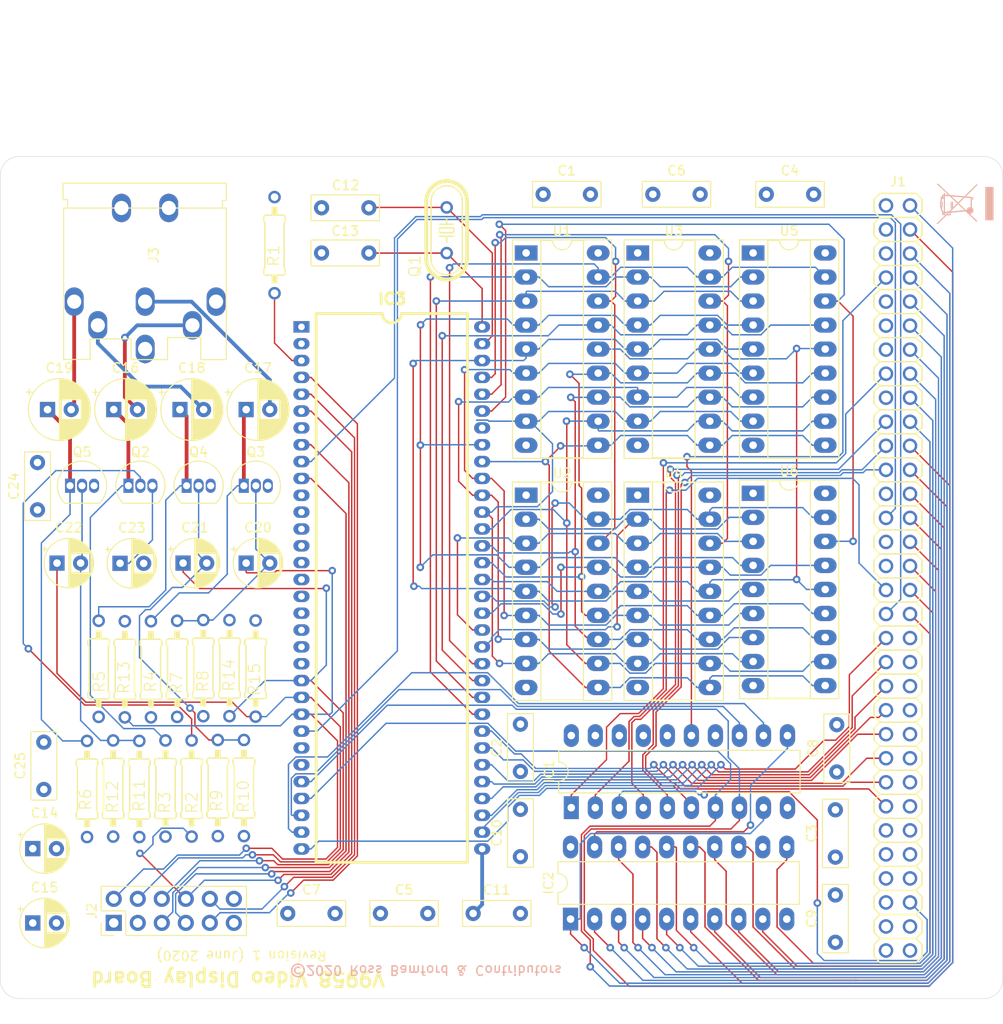
<source format=kicad_pcb>
(kicad_pcb (version 20171130) (host pcbnew "(5.1.5-0-10_14)")
  (layers (0 F.Cu signal) (1 In1.Cu signal) (2 In2.Cu signal) (31 B.Cu signal) (34 B.Paste user) (35 F.Paste user) (36 B.SilkS user) (37 F.SilkS user) (38 B.Mask user) (39 F.Mask user) (44 Edge.Cuts user))
  (net 0 "")
  (net 1 GND)
  (net 2 VCC)
  (net 3 OCSYNC)
  (net 4 "Net-(C13-Pad1)")
  (net 5 OBLUE)
  (net 6 /v9958-output/BLUE)
  (net 7 OGREEN)
  (net 8 "Net-(C16-Pad1)")
  (net 9 /v9958-output/GREEN)
  (net 10 ORED)
  (net 11 "Net-(C18-Pad1)")
  (net 12 /v9958-output/RED)
  (net 13 RAS)
  (net 14 CAS0)
  (net 15 CAS1)
  (net 16 CASX)
  (net 17 VDRnW)
  (net 18 VA7)
  (net 19 VA6)
  (net 20 VA5)
  (net 21 VA4)
  (net 22 VA3)
  (net 23 VA2)
  (net 24 VA1)
  (net 25 VA0)
  (net 26 VD7)
  (net 27 VD6)
  (net 28 VD5)
  (net 29 VD4)
  (net 30 VD3)
  (net 31 VD2)
  (net 32 VD1)
  (net 33 VD0)
  (net 34 D8)
  (net 35 D9)
  (net 36 D10)
  (net 37 D11)
  (net 38 D12)
  (net 39 D13)
  (net 40 D14)
  (net 41 D15)
  (net 42 CSR)
  (net 43 CSW)
  (net 44 A1)
  (net 45 A2)
  (net 46 IPL1)
  (net 47 "Net-(IC1-Pad19)")
  (net 48 "Net-(IC1-Pad18)")
  (net 49 "Net-(IC1-Pad17)")
  (net 50 "Net-(IC1-Pad16)")
  (net 51 "Net-(IC1-Pad14)")
  (net 52 /v9958-output/EXT_VIDEO)
  (net 53 RESET)
  (net 54 /v9958-output/NTSCCLK)
  (net 55 /v9958-output/CSYNC)
  (net 56 /v9958-output/HSYNC)
  (net 57 /v9958-output/EXT_VSYNC)
  (net 58 A3)
  (net 59 FC2)
  (net 60 VPA)
  (net 61 FC1)
  (net 62 FC0)
  (net 63 RnW)
  (net 64 UDS)
  (net 65 ASEL)
  (net 66 IOSEL)
  (net 67 A11)
  (net 68 A18)
  (net 69 A10)
  (net 70 A17)
  (net 71 A9)
  (net 72 A16)
  (net 73 A8)
  (net 74 A15)
  (net 75 A7)
  (net 76 A14)
  (net 77 A6)
  (net 78 A13)
  (net 79 A5)
  (net 80 "Net-(IC3-Pad12)")
  (net 81 A4)
  (net 82 A12)
  (net 83 "Net-(J1-Pad64)")
  (net 84 "Net-(J1-Pad63)")
  (net 85 "Net-(J1-Pad62)")
  (net 86 "Net-(J1-Pad61)")
  (net 87 "Net-(J1-Pad3)")
  (net 88 "Net-(J1-Pad9)")
  (net 89 "Net-(J1-Pad11)")
  (net 90 "Net-(J1-Pad13)")
  (net 91 "Net-(J1-Pad17)")
  (net 92 "Net-(J1-Pad25)")
  (net 93 "Net-(J1-Pad29)")
  (net 94 "Net-(J1-Pad31)")
  (net 95 "Net-(J1-Pad38)")
  (net 96 "Net-(J1-Pad40)")
  (net 97 "Net-(J1-Pad42)")
  (net 98 "Net-(J1-Pad44)")
  (net 99 "Net-(J1-Pad46)")
  (net 100 "Net-(J1-Pad48)")
  (net 101 "Net-(J1-Pad50)")
  (net 102 "Net-(J1-Pad52)")
  (net 103 "Net-(J1-Pad53)")
  (net 104 "Net-(J1-Pad54)")
  (net 105 "Net-(J1-Pad55)")
  (net 106 "Net-(J1-Pad56)")
  (net 107 "Net-(J1-Pad57)")
  (net 108 "Net-(J1-Pad58)")
  (net 109 "Net-(J1-Pad59)")
  (net 110 "Net-(Q2-Pad2)")
  (net 111 "Net-(C11-Pad1)")
  (net 112 "Net-(C12-Pad1)")
  (net 113 "Net-(C17-Pad1)")
  (net 114 "Net-(C20-Pad2)")
  (net 115 "Net-(C21-Pad2)")
  (net 116 "Net-(IC2-Pad12)")
  (net 117 "Net-(IC3-Pad26)")
  (net 118 "Net-(IC3-Pad19)")
  (net 119 "Net-(IC3-Pad18)")
  (net 120 "Net-(IC3-Pad17)")
  (net 121 "Net-(IC3-Pad16)")
  (net 122 "Net-(IC3-Pad15)")
  (net 123 "Net-(IC3-Pad14)")
  (net 124 "Net-(IC3-Pad13)")
  (net 125 "Net-(IC3-Pad11)")
  (net 126 "Net-(IC3-Pad7)")
  (net 127 "Net-(IC3-Pad3)")
  (net 128 "Net-(IC3-Pad2)")
  (net 129 "Net-(C19-Pad1)")
  (net 130 "Net-(C22-Pad2)")
  (module Symbol:WEEE-Logo_4.2x6mm_SilkScreen (layer B.Cu) (at 212 35 270)
    (fp_text reference REF** hide)
    (fp_text value WEEE-Logo_4.2x6mm_SilkScreen hide)
  )
  (module rosco_m68k:SM-rosco_m68k_logo (layer B.Cu) (at 130 115)
    (fp_text reference REF** hide)
    (fp_text value SM-rosco_m68k_logo hide)
  )
  (module Capacitor_THT:C_Rect_L7.0mm_W2.5mm_P5.00mm (layer F.Cu) (at 114.61 96.9 90)
    (fp_text reference C25 (at 2.5 -2.5 90) (layer F.SilkS))
    (fp_text value 100nF)
    (pad 2 thru_hole circle (at 5 0 90) (size 1.6 1.6) (drill 0.8) (layers *.Cu *.Mask) (net 1 GND))
    (pad 1 thru_hole circle (at 0 0 90) (size 1.6 1.6) (drill 0.8) (layers *.Cu *.Mask) (net 2 VCC))
  )
  (module Capacitor_THT:C_Rect_L7.0mm_W2.5mm_P5.00mm (layer F.Cu) (at 113.94 67.35 90)
    (fp_text reference C24 (at 2.5 -2.5 90) (layer F.SilkS))
    (fp_text value 100nF)
    (pad 2 thru_hole circle (at 5 0 90) (size 1.6 1.6) (drill 0.8) (layers *.Cu *.Mask) (net 1 GND))
    (pad 1 thru_hole circle (at 0 0 90) (size 1.6 1.6) (drill 0.8) (layers *.Cu *.Mask) (net 2 VCC))
  )
  (module Capacitor_THT:CP_Radial_D5.0mm_P2.50mm (layer F.Cu) (at 113.44 111.01)
    (fp_text reference C15 (at 1.25 -3.75) (layer F.SilkS))
    (fp_text value 100uF)
    (pad 2 thru_hole circle (at 2.5 0) (size 1.6 1.6) (drill 0.8) (layers *.Cu *.Mask) (net 1 GND))
    (pad 1 thru_hole rect (at 0 0) (size 1.6 1.6) (drill 0.8) (layers *.Cu *.Mask) (net 2 VCC))
  )
  (module Capacitor_THT:CP_Radial_D5.0mm_P2.50mm (layer F.Cu) (at 113.44 103.15)
    (fp_text reference C14 (at 1.25 -3.75) (layer F.SilkS))
    (fp_text value 100uF)
    (pad 2 thru_hole circle (at 2.5 0) (size 1.6 1.6) (drill 0.8) (layers *.Cu *.Mask) (net 1 GND))
    (pad 1 thru_hole rect (at 0 0) (size 1.6 1.6) (drill 0.8) (layers *.Cu *.Mask) (net 2 VCC))
  )
  (module Capacitor_THT:CP_Radial_D6.3mm_P2.50mm (layer F.Cu) (at 122 56.75)
    (fp_text reference C16 (at 1.25 -4.4) (layer F.SilkS))
    (fp_text value 220uF)
    (pad 2 thru_hole circle (at 2.5 0) (size 1.6 1.6) (drill 0.8) (layers *.Cu *.Mask) (net 3 OCSYNC))
    (pad 1 thru_hole rect (at 0 0) (size 1.6 1.6) (drill 0.8) (layers *.Cu *.Mask) (net 8 "Net-(C16-Pad1)"))
  )
  (module Capacitor_THT:CP_Radial_D5.0mm_P2.50mm (layer F.Cu) (at 136 72.975)
    (fp_text reference C20 (at 1.25 -3.75) (layer F.SilkS))
    (fp_text value 10uF)
    (pad 2 thru_hole circle (at 2.5 0) (size 1.6 1.6) (drill 0.8) (layers *.Cu *.Mask) (net 114 "Net-(C20-Pad2)"))
    (pad 1 thru_hole rect (at 0 0) (size 1.6 1.6) (drill 0.8) (layers *.Cu *.Mask) (net 6 /v9958-output/BLUE))
  )
  (module Package_TO_SOT_THT:TO-92_Inline (layer F.Cu) (at 135.755 64.8)
    (fp_text reference Q3 (at 1.27 -3.56) (layer F.SilkS))
    (fp_text value 2N3906)
    (pad 1 thru_hole rect (at 0 0) (size 1.05 1.5) (drill 0.75) (layers *.Cu *.Mask) (net 113 "Net-(C17-Pad1)"))
    (pad 3 thru_hole oval (at 2.54 0) (size 1.05 1.5) (drill 0.75) (layers *.Cu *.Mask) (net 1 GND))
    (pad 2 thru_hole oval (at 1.27 0) (size 1.05 1.5) (drill 0.75) (layers *.Cu *.Mask) (net 114 "Net-(C20-Pad2)"))
  )
  (module Package_DIP:DIP-20_W7.62mm_LongPads (layer F.Cu) (at 170.3 110.6 90)
    (fp_text reference IC2 (at 3.81 -2.33 90) (layer F.SilkS))
    (fp_text value ATF16V8BQL-15)
    (pad 20 thru_hole oval (at 7.62 0 90) (size 2.4 1.6) (drill 0.8) (layers *.Cu *.Mask) (net 2 VCC))
    (pad 10 thru_hole oval (at 0 22.86 90) (size 2.4 1.6) (drill 0.8) (layers *.Cu *.Mask) (net 1 GND))
    (pad 19 thru_hole oval (at 7.62 2.54 90) (size 2.4 1.6) (drill 0.8) (layers *.Cu *.Mask) (net 65 ASEL))
    (pad 9 thru_hole oval (at 0 20.32 90) (size 2.4 1.6) (drill 0.8) (layers *.Cu *.Mask) (net 70 A17))
    (pad 18 thru_hole oval (at 7.62 5.08 90) (size 2.4 1.6) (drill 0.8) (layers *.Cu *.Mask) (net 77 A6))
    (pad 8 thru_hole oval (at 0 17.78 90) (size 2.4 1.6) (drill 0.8) (layers *.Cu *.Mask) (net 74 A15))
    (pad 17 thru_hole oval (at 7.62 7.62 90) (size 2.4 1.6) (drill 0.8) (layers *.Cu *.Mask) (net 73 A8))
    (pad 7 thru_hole oval (at 0 15.24 90) (size 2.4 1.6) (drill 0.8) (layers *.Cu *.Mask) (net 78 A13))
    (pad 16 thru_hole oval (at 7.62 10.16 90) (size 2.4 1.6) (drill 0.8) (layers *.Cu *.Mask) (net 69 A10))
    (pad 6 thru_hole oval (at 0 12.7 90) (size 2.4 1.6) (drill 0.8) (layers *.Cu *.Mask) (net 67 A11))
    (pad 15 thru_hole oval (at 7.62 12.7 90) (size 2.4 1.6) (drill 0.8) (layers *.Cu *.Mask) (net 82 A12))
    (pad 5 thru_hole oval (at 0 10.16 90) (size 2.4 1.6) (drill 0.8) (layers *.Cu *.Mask) (net 71 A9))
    (pad 14 thru_hole oval (at 7.62 15.24 90) (size 2.4 1.6) (drill 0.8) (layers *.Cu *.Mask) (net 76 A14))
    (pad 4 thru_hole oval (at 0 7.62 90) (size 2.4 1.6) (drill 0.8) (layers *.Cu *.Mask) (net 75 A7))
    (pad 13 thru_hole oval (at 7.62 17.78 90) (size 2.4 1.6) (drill 0.8) (layers *.Cu *.Mask) (net 72 A16))
    (pad 3 thru_hole oval (at 0 5.08 90) (size 2.4 1.6) (drill 0.8) (layers *.Cu *.Mask) (net 79 A5))
    (pad 12 thru_hole oval (at 7.62 20.32 90) (size 2.4 1.6) (drill 0.8) (layers *.Cu *.Mask) (net 116 "Net-(IC2-Pad12)"))
    (pad 2 thru_hole oval (at 0 2.54 90) (size 2.4 1.6) (drill 0.8) (layers *.Cu *.Mask) (net 81 A4))
    (pad 11 thru_hole oval (at 7.62 22.86 90) (size 2.4 1.6) (drill 0.8) (layers *.Cu *.Mask) (net 68 A18))
    (pad 1 thru_hole rect (at 0 0 90) (size 2.4 1.6) (drill 0.8) (layers *.Cu *.Mask) (net 58 A3))
  )
  (module Capacitor_THT:CP_Radial_D5.0mm_P2.50mm (layer F.Cu) (at 116 72.975)
    (fp_text reference C22 (at 1.25 -3.75) (layer F.SilkS))
    (fp_text value 10uF)
    (pad 2 thru_hole circle (at 2.5 0) (size 1.6 1.6) (drill 0.8) (layers *.Cu *.Mask) (net 130 "Net-(C22-Pad2)"))
    (pad 1 thru_hole rect (at 0 0) (size 1.6 1.6) (drill 0.8) (layers *.Cu *.Mask) (net 12 /v9958-output/RED))
  )
  (module Capacitor_THT:CP_Radial_D5.0mm_P2.50mm (layer F.Cu) (at 129.333332 72.975)
    (fp_text reference C21 (at 1.25 -3.75) (layer F.SilkS))
    (fp_text value 10uF)
    (pad 2 thru_hole circle (at 2.5 0) (size 1.6 1.6) (drill 0.8) (layers *.Cu *.Mask) (net 115 "Net-(C21-Pad2)"))
    (pad 1 thru_hole rect (at 0 0) (size 1.6 1.6) (drill 0.8) (layers *.Cu *.Mask) (net 9 /v9958-output/GREEN))
  )
  (module Capacitor_THT:CP_Radial_D5.0mm_P2.50mm (layer F.Cu) (at 122.666666 73)
    (fp_text reference C23 (at 1.25 -3.75) (layer F.SilkS))
    (fp_text value 100uF)
    (pad 2 thru_hole circle (at 2.5 0) (size 1.6 1.6) (drill 0.8) (layers *.Cu *.Mask) (net 1 GND))
    (pad 1 thru_hole rect (at 0 0) (size 1.6 1.6) (drill 0.8) (layers *.Cu *.Mask) (net 2 VCC))
  )
  (module Capacitor_THT:CP_Radial_D6.3mm_P2.50mm (layer F.Cu) (at 115 56.75)
    (fp_text reference C19 (at 1.25 -4.4) (layer F.SilkS))
    (fp_text value 220uF)
    (pad 2 thru_hole circle (at 2.5 0) (size 1.6 1.6) (drill 0.8) (layers *.Cu *.Mask) (net 10 ORED))
    (pad 1 thru_hole rect (at 0 0) (size 1.6 1.6) (drill 0.8) (layers *.Cu *.Mask) (net 129 "Net-(C19-Pad1)"))
  )
  (module Capacitor_THT:CP_Radial_D6.3mm_P2.50mm (layer F.Cu) (at 129 56.75)
    (fp_text reference C18 (at 1.25 -4.4) (layer F.SilkS))
    (fp_text value 220uF)
    (pad 2 thru_hole circle (at 2.5 0) (size 1.6 1.6) (drill 0.8) (layers *.Cu *.Mask) (net 7 OGREEN))
    (pad 1 thru_hole rect (at 0 0) (size 1.6 1.6) (drill 0.8) (layers *.Cu *.Mask) (net 11 "Net-(C18-Pad1)"))
  )
  (module Capacitor_THT:CP_Radial_D6.3mm_P2.50mm (layer F.Cu) (at 136 56.75)
    (fp_text reference C17 (at 1.25 -4.4) (layer F.SilkS))
    (fp_text value 220uF)
    (pad 2 thru_hole circle (at 2.5 0) (size 1.6 1.6) (drill 0.8) (layers *.Cu *.Mask) (net 5 OBLUE))
    (pad 1 thru_hole rect (at 0 0) (size 1.6 1.6) (drill 0.8) (layers *.Cu *.Mask) (net 113 "Net-(C17-Pad1)"))
  )
  (module Package_DIP:DIP-20_W7.62mm_LongPads (layer F.Cu) (at 170.375 98.825 90)
    (fp_text reference IC1 (at 3.81 -2.33 90) (layer F.SilkS))
    (fp_text value ATF16V8BQL-15)
    (pad 20 thru_hole oval (at 7.62 0 90) (size 2.4 1.6) (drill 0.8) (layers *.Cu *.Mask) (net 2 VCC))
    (pad 10 thru_hole oval (at 0 22.86 90) (size 2.4 1.6) (drill 0.8) (layers *.Cu *.Mask) (net 1 GND))
    (pad 19 thru_hole oval (at 7.62 2.54 90) (size 2.4 1.6) (drill 0.8) (layers *.Cu *.Mask) (net 47 "Net-(IC1-Pad19)"))
    (pad 9 thru_hole oval (at 0 20.32 90) (size 2.4 1.6) (drill 0.8) (layers *.Cu *.Mask) (net 58 A3))
    (pad 18 thru_hole oval (at 7.62 5.08 90) (size 2.4 1.6) (drill 0.8) (layers *.Cu *.Mask) (net 48 "Net-(IC1-Pad18)"))
    (pad 8 thru_hole oval (at 0 17.78 90) (size 2.4 1.6) (drill 0.8) (layers *.Cu *.Mask) (net 45 A2))
    (pad 17 thru_hole oval (at 7.62 7.62 90) (size 2.4 1.6) (drill 0.8) (layers *.Cu *.Mask) (net 49 "Net-(IC1-Pad17)"))
    (pad 7 thru_hole oval (at 0 15.24 90) (size 2.4 1.6) (drill 0.8) (layers *.Cu *.Mask) (net 44 A1))
    (pad 16 thru_hole oval (at 7.62 10.16 90) (size 2.4 1.6) (drill 0.8) (layers *.Cu *.Mask) (net 50 "Net-(IC1-Pad16)"))
    (pad 6 thru_hole oval (at 0 12.7 90) (size 2.4 1.6) (drill 0.8) (layers *.Cu *.Mask) (net 59 FC2))
    (pad 15 thru_hole oval (at 7.62 12.7 90) (size 2.4 1.6) (drill 0.8) (layers *.Cu *.Mask) (net 60 VPA))
    (pad 5 thru_hole oval (at 0 10.16 90) (size 2.4 1.6) (drill 0.8) (layers *.Cu *.Mask) (net 61 FC1))
    (pad 14 thru_hole oval (at 7.62 15.24 90) (size 2.4 1.6) (drill 0.8) (layers *.Cu *.Mask) (net 51 "Net-(IC1-Pad14)"))
    (pad 4 thru_hole oval (at 0 7.62 90) (size 2.4 1.6) (drill 0.8) (layers *.Cu *.Mask) (net 62 FC0))
    (pad 13 thru_hole oval (at 7.62 17.78 90) (size 2.4 1.6) (drill 0.8) (layers *.Cu *.Mask) (net 43 CSW))
    (pad 3 thru_hole oval (at 0 5.08 90) (size 2.4 1.6) (drill 0.8) (layers *.Cu *.Mask) (net 63 RnW))
    (pad 12 thru_hole oval (at 7.62 20.32 90) (size 2.4 1.6) (drill 0.8) (layers *.Cu *.Mask) (net 42 CSR))
    (pad 2 thru_hole oval (at 0 2.54 90) (size 2.4 1.6) (drill 0.8) (layers *.Cu *.Mask) (net 64 UDS))
    (pad 11 thru_hole oval (at 7.62 22.86 90) (size 2.4 1.6) (drill 0.8) (layers *.Cu *.Mask) (net 65 ASEL))
    (pad 1 thru_hole rect (at 0 0 90) (size 2.4 1.6) (drill 0.8) (layers *.Cu *.Mask) (net 66 IOSEL))
  )
  (module Package_TO_SOT_THT:TO-92_Inline (layer F.Cu) (at 117.38 64.8)
    (fp_text reference Q5 (at 1.27 -3.56) (layer F.SilkS))
    (fp_text value 2N3906)
    (pad 1 thru_hole rect (at 0 0) (size 1.05 1.5) (drill 0.75) (layers *.Cu *.Mask) (net 129 "Net-(C19-Pad1)"))
    (pad 3 thru_hole oval (at 2.54 0) (size 1.05 1.5) (drill 0.75) (layers *.Cu *.Mask) (net 1 GND))
    (pad 2 thru_hole oval (at 1.27 0) (size 1.05 1.5) (drill 0.75) (layers *.Cu *.Mask) (net 130 "Net-(C22-Pad2)"))
  )
  (module Package_DIP:DIP-18_W7.62mm_Socket_LongPads (layer F.Cu) (at 165.6 65.8)
    (fp_text reference U2 (at 3.81 -2.33) (layer F.SilkS))
    (fp_text value 41464)
    (pad 18 thru_hole oval (at 7.62 0) (size 2.4 1.6) (drill 0.8) (layers *.Cu *.Mask) (net 1 GND))
    (pad 9 thru_hole oval (at 0 20.32) (size 2.4 1.6) (drill 0.8) (layers *.Cu *.Mask) (net 2 VCC))
    (pad 17 thru_hole oval (at 7.62 2.54) (size 2.4 1.6) (drill 0.8) (layers *.Cu *.Mask) (net 26 VD7))
    (pad 8 thru_hole oval (at 0 17.78) (size 2.4 1.6) (drill 0.8) (layers *.Cu *.Mask) (net 21 VA4))
    (pad 16 thru_hole oval (at 7.62 5.08) (size 2.4 1.6) (drill 0.8) (layers *.Cu *.Mask) (net 14 CAS0))
    (pad 7 thru_hole oval (at 0 15.24) (size 2.4 1.6) (drill 0.8) (layers *.Cu *.Mask) (net 20 VA5))
    (pad 15 thru_hole oval (at 7.62 7.62) (size 2.4 1.6) (drill 0.8) (layers *.Cu *.Mask) (net 27 VD6))
    (pad 6 thru_hole oval (at 0 12.7) (size 2.4 1.6) (drill 0.8) (layers *.Cu *.Mask) (net 19 VA6))
    (pad 14 thru_hole oval (at 7.62 10.16) (size 2.4 1.6) (drill 0.8) (layers *.Cu *.Mask) (net 25 VA0))
    (pad 5 thru_hole oval (at 0 10.16) (size 2.4 1.6) (drill 0.8) (layers *.Cu *.Mask) (net 13 RAS))
    (pad 13 thru_hole oval (at 7.62 12.7) (size 2.4 1.6) (drill 0.8) (layers *.Cu *.Mask) (net 24 VA1))
    (pad 4 thru_hole oval (at 0 7.62) (size 2.4 1.6) (drill 0.8) (layers *.Cu *.Mask) (net 17 VDRnW))
    (pad 12 thru_hole oval (at 7.62 15.24) (size 2.4 1.6) (drill 0.8) (layers *.Cu *.Mask) (net 23 VA2))
    (pad 3 thru_hole oval (at 0 5.08) (size 2.4 1.6) (drill 0.8) (layers *.Cu *.Mask) (net 28 VD5))
    (pad 11 thru_hole oval (at 7.62 17.78) (size 2.4 1.6) (drill 0.8) (layers *.Cu *.Mask) (net 22 VA3))
    (pad 2 thru_hole oval (at 0 2.54) (size 2.4 1.6) (drill 0.8) (layers *.Cu *.Mask) (net 29 VD4))
    (pad 10 thru_hole oval (at 7.62 20.32) (size 2.4 1.6) (drill 0.8) (layers *.Cu *.Mask) (net 18 VA7))
    (pad 1 thru_hole rect (at 0 0) (size 2.4 1.6) (drill 0.8) (layers *.Cu *.Mask) (net 1 GND))
  )
  (module Package_DIP:DIP-18_W7.62mm_Socket_LongPads (layer F.Cu) (at 165.6 40.2)
    (fp_text reference U1 (at 3.81 -2.33) (layer F.SilkS))
    (fp_text value 41464)
    (pad 18 thru_hole oval (at 7.62 0) (size 2.4 1.6) (drill 0.8) (layers *.Cu *.Mask) (net 1 GND))
    (pad 9 thru_hole oval (at 0 20.32) (size 2.4 1.6) (drill 0.8) (layers *.Cu *.Mask) (net 2 VCC))
    (pad 17 thru_hole oval (at 7.62 2.54) (size 2.4 1.6) (drill 0.8) (layers *.Cu *.Mask) (net 30 VD3))
    (pad 8 thru_hole oval (at 0 17.78) (size 2.4 1.6) (drill 0.8) (layers *.Cu *.Mask) (net 21 VA4))
    (pad 16 thru_hole oval (at 7.62 5.08) (size 2.4 1.6) (drill 0.8) (layers *.Cu *.Mask) (net 14 CAS0))
    (pad 7 thru_hole oval (at 0 15.24) (size 2.4 1.6) (drill 0.8) (layers *.Cu *.Mask) (net 20 VA5))
    (pad 15 thru_hole oval (at 7.62 7.62) (size 2.4 1.6) (drill 0.8) (layers *.Cu *.Mask) (net 31 VD2))
    (pad 6 thru_hole oval (at 0 12.7) (size 2.4 1.6) (drill 0.8) (layers *.Cu *.Mask) (net 19 VA6))
    (pad 14 thru_hole oval (at 7.62 10.16) (size 2.4 1.6) (drill 0.8) (layers *.Cu *.Mask) (net 25 VA0))
    (pad 5 thru_hole oval (at 0 10.16) (size 2.4 1.6) (drill 0.8) (layers *.Cu *.Mask) (net 13 RAS))
    (pad 13 thru_hole oval (at 7.62 12.7) (size 2.4 1.6) (drill 0.8) (layers *.Cu *.Mask) (net 24 VA1))
    (pad 4 thru_hole oval (at 0 7.62) (size 2.4 1.6) (drill 0.8) (layers *.Cu *.Mask) (net 17 VDRnW))
    (pad 12 thru_hole oval (at 7.62 15.24) (size 2.4 1.6) (drill 0.8) (layers *.Cu *.Mask) (net 23 VA2))
    (pad 3 thru_hole oval (at 0 5.08) (size 2.4 1.6) (drill 0.8) (layers *.Cu *.Mask) (net 32 VD1))
    (pad 11 thru_hole oval (at 7.62 17.78) (size 2.4 1.6) (drill 0.8) (layers *.Cu *.Mask) (net 22 VA3))
    (pad 2 thru_hole oval (at 0 2.54) (size 2.4 1.6) (drill 0.8) (layers *.Cu *.Mask) (net 33 VD0))
    (pad 10 thru_hole oval (at 7.62 20.32) (size 2.4 1.6) (drill 0.8) (layers *.Cu *.Mask) (net 18 VA7))
    (pad 1 thru_hole rect (at 0 0) (size 2.4 1.6) (drill 0.8) (layers *.Cu *.Mask) (net 1 GND))
  )
  (module Package_DIP:DIP-18_W7.62mm_Socket_LongPads (layer F.Cu) (at 177.4 65.8)
    (fp_text reference U4 (at 3.81 -2.33) (layer F.SilkS))
    (fp_text value 41464)
    (pad 18 thru_hole oval (at 7.62 0) (size 2.4 1.6) (drill 0.8) (layers *.Cu *.Mask) (net 1 GND))
    (pad 9 thru_hole oval (at 0 20.32) (size 2.4 1.6) (drill 0.8) (layers *.Cu *.Mask) (net 2 VCC))
    (pad 17 thru_hole oval (at 7.62 2.54) (size 2.4 1.6) (drill 0.8) (layers *.Cu *.Mask) (net 26 VD7))
    (pad 8 thru_hole oval (at 0 17.78) (size 2.4 1.6) (drill 0.8) (layers *.Cu *.Mask) (net 21 VA4))
    (pad 16 thru_hole oval (at 7.62 5.08) (size 2.4 1.6) (drill 0.8) (layers *.Cu *.Mask) (net 15 CAS1))
    (pad 7 thru_hole oval (at 0 15.24) (size 2.4 1.6) (drill 0.8) (layers *.Cu *.Mask) (net 20 VA5))
    (pad 15 thru_hole oval (at 7.62 7.62) (size 2.4 1.6) (drill 0.8) (layers *.Cu *.Mask) (net 27 VD6))
    (pad 6 thru_hole oval (at 0 12.7) (size 2.4 1.6) (drill 0.8) (layers *.Cu *.Mask) (net 19 VA6))
    (pad 14 thru_hole oval (at 7.62 10.16) (size 2.4 1.6) (drill 0.8) (layers *.Cu *.Mask) (net 25 VA0))
    (pad 5 thru_hole oval (at 0 10.16) (size 2.4 1.6) (drill 0.8) (layers *.Cu *.Mask) (net 13 RAS))
    (pad 13 thru_hole oval (at 7.62 12.7) (size 2.4 1.6) (drill 0.8) (layers *.Cu *.Mask) (net 24 VA1))
    (pad 4 thru_hole oval (at 0 7.62) (size 2.4 1.6) (drill 0.8) (layers *.Cu *.Mask) (net 17 VDRnW))
    (pad 12 thru_hole oval (at 7.62 15.24) (size 2.4 1.6) (drill 0.8) (layers *.Cu *.Mask) (net 23 VA2))
    (pad 3 thru_hole oval (at 0 5.08) (size 2.4 1.6) (drill 0.8) (layers *.Cu *.Mask) (net 28 VD5))
    (pad 11 thru_hole oval (at 7.62 17.78) (size 2.4 1.6) (drill 0.8) (layers *.Cu *.Mask) (net 22 VA3))
    (pad 2 thru_hole oval (at 0 2.54) (size 2.4 1.6) (drill 0.8) (layers *.Cu *.Mask) (net 29 VD4))
    (pad 10 thru_hole oval (at 7.62 20.32) (size 2.4 1.6) (drill 0.8) (layers *.Cu *.Mask) (net 18 VA7))
    (pad 1 thru_hole rect (at 0 0) (size 2.4 1.6) (drill 0.8) (layers *.Cu *.Mask) (net 1 GND))
  )
  (module Package_DIP:DIP-18_W7.62mm_Socket_LongPads (layer F.Cu) (at 177.4 40.2)
    (fp_text reference U3 (at 3.81 -2.33) (layer F.SilkS))
    (fp_text value 41464)
    (pad 18 thru_hole oval (at 7.62 0) (size 2.4 1.6) (drill 0.8) (layers *.Cu *.Mask) (net 1 GND))
    (pad 9 thru_hole oval (at 0 20.32) (size 2.4 1.6) (drill 0.8) (layers *.Cu *.Mask) (net 2 VCC))
    (pad 17 thru_hole oval (at 7.62 2.54) (size 2.4 1.6) (drill 0.8) (layers *.Cu *.Mask) (net 30 VD3))
    (pad 8 thru_hole oval (at 0 17.78) (size 2.4 1.6) (drill 0.8) (layers *.Cu *.Mask) (net 21 VA4))
    (pad 16 thru_hole oval (at 7.62 5.08) (size 2.4 1.6) (drill 0.8) (layers *.Cu *.Mask) (net 15 CAS1))
    (pad 7 thru_hole oval (at 0 15.24) (size 2.4 1.6) (drill 0.8) (layers *.Cu *.Mask) (net 20 VA5))
    (pad 15 thru_hole oval (at 7.62 7.62) (size 2.4 1.6) (drill 0.8) (layers *.Cu *.Mask) (net 31 VD2))
    (pad 6 thru_hole oval (at 0 12.7) (size 2.4 1.6) (drill 0.8) (layers *.Cu *.Mask) (net 19 VA6))
    (pad 14 thru_hole oval (at 7.62 10.16) (size 2.4 1.6) (drill 0.8) (layers *.Cu *.Mask) (net 25 VA0))
    (pad 5 thru_hole oval (at 0 10.16) (size 2.4 1.6) (drill 0.8) (layers *.Cu *.Mask) (net 13 RAS))
    (pad 13 thru_hole oval (at 7.62 12.7) (size 2.4 1.6) (drill 0.8) (layers *.Cu *.Mask) (net 24 VA1))
    (pad 4 thru_hole oval (at 0 7.62) (size 2.4 1.6) (drill 0.8) (layers *.Cu *.Mask) (net 17 VDRnW))
    (pad 12 thru_hole oval (at 7.62 15.24) (size 2.4 1.6) (drill 0.8) (layers *.Cu *.Mask) (net 23 VA2))
    (pad 3 thru_hole oval (at 0 5.08) (size 2.4 1.6) (drill 0.8) (layers *.Cu *.Mask) (net 32 VD1))
    (pad 11 thru_hole oval (at 7.62 17.78) (size 2.4 1.6) (drill 0.8) (layers *.Cu *.Mask) (net 22 VA3))
    (pad 2 thru_hole oval (at 0 2.54) (size 2.4 1.6) (drill 0.8) (layers *.Cu *.Mask) (net 33 VD0))
    (pad 10 thru_hole oval (at 7.62 20.32) (size 2.4 1.6) (drill 0.8) (layers *.Cu *.Mask) (net 18 VA7))
    (pad 1 thru_hole rect (at 0 0) (size 2.4 1.6) (drill 0.8) (layers *.Cu *.Mask) (net 1 GND))
  )
  (module Package_DIP:DIP-18_W7.62mm_Socket_LongPads (layer F.Cu) (at 189.6 65.6)
    (fp_text reference U6 (at 3.81 -2.33) (layer F.SilkS))
    (fp_text value 41464)
    (pad 18 thru_hole oval (at 7.62 0) (size 2.4 1.6) (drill 0.8) (layers *.Cu *.Mask) (net 1 GND))
    (pad 9 thru_hole oval (at 0 20.32) (size 2.4 1.6) (drill 0.8) (layers *.Cu *.Mask) (net 2 VCC))
    (pad 17 thru_hole oval (at 7.62 2.54) (size 2.4 1.6) (drill 0.8) (layers *.Cu *.Mask) (net 26 VD7))
    (pad 8 thru_hole oval (at 0 17.78) (size 2.4 1.6) (drill 0.8) (layers *.Cu *.Mask) (net 21 VA4))
    (pad 16 thru_hole oval (at 7.62 5.08) (size 2.4 1.6) (drill 0.8) (layers *.Cu *.Mask) (net 16 CASX))
    (pad 7 thru_hole oval (at 0 15.24) (size 2.4 1.6) (drill 0.8) (layers *.Cu *.Mask) (net 20 VA5))
    (pad 15 thru_hole oval (at 7.62 7.62) (size 2.4 1.6) (drill 0.8) (layers *.Cu *.Mask) (net 27 VD6))
    (pad 6 thru_hole oval (at 0 12.7) (size 2.4 1.6) (drill 0.8) (layers *.Cu *.Mask) (net 19 VA6))
    (pad 14 thru_hole oval (at 7.62 10.16) (size 2.4 1.6) (drill 0.8) (layers *.Cu *.Mask) (net 25 VA0))
    (pad 5 thru_hole oval (at 0 10.16) (size 2.4 1.6) (drill 0.8) (layers *.Cu *.Mask) (net 13 RAS))
    (pad 13 thru_hole oval (at 7.62 12.7) (size 2.4 1.6) (drill 0.8) (layers *.Cu *.Mask) (net 24 VA1))
    (pad 4 thru_hole oval (at 0 7.62) (size 2.4 1.6) (drill 0.8) (layers *.Cu *.Mask) (net 17 VDRnW))
    (pad 12 thru_hole oval (at 7.62 15.24) (size 2.4 1.6) (drill 0.8) (layers *.Cu *.Mask) (net 23 VA2))
    (pad 3 thru_hole oval (at 0 5.08) (size 2.4 1.6) (drill 0.8) (layers *.Cu *.Mask) (net 28 VD5))
    (pad 11 thru_hole oval (at 7.62 17.78) (size 2.4 1.6) (drill 0.8) (layers *.Cu *.Mask) (net 22 VA3))
    (pad 2 thru_hole oval (at 0 2.54) (size 2.4 1.6) (drill 0.8) (layers *.Cu *.Mask) (net 29 VD4))
    (pad 10 thru_hole oval (at 7.62 20.32) (size 2.4 1.6) (drill 0.8) (layers *.Cu *.Mask) (net 18 VA7))
    (pad 1 thru_hole rect (at 0 0) (size 2.4 1.6) (drill 0.8) (layers *.Cu *.Mask) (net 1 GND))
  )
  (module Package_DIP:DIP-18_W7.62mm_Socket_LongPads (layer F.Cu) (at 189.6 40.2)
    (fp_text reference U5 (at 3.81 -2.33) (layer F.SilkS))
    (fp_text value 41464)
    (pad 18 thru_hole oval (at 7.62 0) (size 2.4 1.6) (drill 0.8) (layers *.Cu *.Mask) (net 1 GND))
    (pad 9 thru_hole oval (at 0 20.32) (size 2.4 1.6) (drill 0.8) (layers *.Cu *.Mask) (net 2 VCC))
    (pad 17 thru_hole oval (at 7.62 2.54) (size 2.4 1.6) (drill 0.8) (layers *.Cu *.Mask) (net 30 VD3))
    (pad 8 thru_hole oval (at 0 17.78) (size 2.4 1.6) (drill 0.8) (layers *.Cu *.Mask) (net 21 VA4))
    (pad 16 thru_hole oval (at 7.62 5.08) (size 2.4 1.6) (drill 0.8) (layers *.Cu *.Mask) (net 16 CASX))
    (pad 7 thru_hole oval (at 0 15.24) (size 2.4 1.6) (drill 0.8) (layers *.Cu *.Mask) (net 20 VA5))
    (pad 15 thru_hole oval (at 7.62 7.62) (size 2.4 1.6) (drill 0.8) (layers *.Cu *.Mask) (net 31 VD2))
    (pad 6 thru_hole oval (at 0 12.7) (size 2.4 1.6) (drill 0.8) (layers *.Cu *.Mask) (net 19 VA6))
    (pad 14 thru_hole oval (at 7.62 10.16) (size 2.4 1.6) (drill 0.8) (layers *.Cu *.Mask) (net 25 VA0))
    (pad 5 thru_hole oval (at 0 10.16) (size 2.4 1.6) (drill 0.8) (layers *.Cu *.Mask) (net 13 RAS))
    (pad 13 thru_hole oval (at 7.62 12.7) (size 2.4 1.6) (drill 0.8) (layers *.Cu *.Mask) (net 24 VA1))
    (pad 4 thru_hole oval (at 0 7.62) (size 2.4 1.6) (drill 0.8) (layers *.Cu *.Mask) (net 17 VDRnW))
    (pad 12 thru_hole oval (at 7.62 15.24) (size 2.4 1.6) (drill 0.8) (layers *.Cu *.Mask) (net 23 VA2))
    (pad 3 thru_hole oval (at 0 5.08) (size 2.4 1.6) (drill 0.8) (layers *.Cu *.Mask) (net 32 VD1))
    (pad 11 thru_hole oval (at 7.62 17.78) (size 2.4 1.6) (drill 0.8) (layers *.Cu *.Mask) (net 22 VA3))
    (pad 2 thru_hole oval (at 0 2.54) (size 2.4 1.6) (drill 0.8) (layers *.Cu *.Mask) (net 33 VD0))
    (pad 10 thru_hole oval (at 7.62 20.32) (size 2.4 1.6) (drill 0.8) (layers *.Cu *.Mask) (net 18 VA7))
    (pad 1 thru_hole rect (at 0 0) (size 2.4 1.6) (drill 0.8) (layers *.Cu *.Mask) (net 1 GND))
  )
  (module rosco_m68k:R-0207_10 (layer F.Cu) (at 137 84.125 90)
    (fp_text reference R15 (at -2.975 0.575 90) (layer F.SilkS) (effects (font (size 1.2065 1.2065) (thickness 0.12065)) (justify left bottom)))
    (fp_text value 1K)
    (pad 1 thru_hole circle (at -5.08 0 90) (size 1.3208 1.3208) (drill 0.8128) (layers *.Cu *.Mask) (net 12 /v9958-output/RED))
    (pad 2 thru_hole circle (at 5.08 0 90) (size 1.3208 1.3208) (drill 0.8128) (layers *.Cu *.Mask) (net 1 GND))
  )
  (module rosco_m68k:R-0207_10 (layer F.Cu) (at 121.940384 96.8 270)
    (fp_text reference R12 (at -0.95 -0.625 90) (layer F.SilkS) (effects (font (size 1.2065 1.2065) (thickness 0.12065)) (justify right bottom)))
    (fp_text value 12K)
    (pad 1 thru_hole circle (at -5.08 0 270) (size 1.3208 1.3208) (drill 0.8128) (layers *.Cu *.Mask) (net 130 "Net-(C22-Pad2)"))
    (pad 2 thru_hole circle (at 5.08 0 270) (size 1.3208 1.3208) (drill 0.8128) (layers *.Cu *.Mask) (net 1 GND))
  )
  (module rosco_m68k:R-0207_10 (layer F.Cu) (at 124.705768 96.85 90)
    (fp_text reference R11 (at -2.5 0.675 90) (layer F.SilkS) (effects (font (size 1.2065 1.2065) (thickness 0.12065)) (justify left bottom)))
    (fp_text value 27K)
    (pad 1 thru_hole circle (at -5.08 0 90) (size 1.3208 1.3208) (drill 0.8128) (layers *.Cu *.Mask) (net 2 VCC))
    (pad 2 thru_hole circle (at 5.08 0 90) (size 1.3208 1.3208) (drill 0.8128) (layers *.Cu *.Mask) (net 130 "Net-(C22-Pad2)"))
  )
  (module rosco_m68k:R-0207_10 (layer F.Cu) (at 119.175 96.85 90)
    (fp_text reference R6 (at -2.375 0.55 90) (layer F.SilkS) (effects (font (size 1.2065 1.2065) (thickness 0.12065)) (justify left bottom)))
    (fp_text value 100R)
    (pad 1 thru_hole circle (at -5.08 0 90) (size 1.3208 1.3208) (drill 0.8128) (layers *.Cu *.Mask) (net 2 VCC))
    (pad 2 thru_hole circle (at 5.08 0 90) (size 1.3208 1.3208) (drill 0.8128) (layers *.Cu *.Mask) (net 129 "Net-(C19-Pad1)"))
  )
  (module rosco_m68k:R-0207_10 (layer F.Cu) (at 134.234608 84.075 90)
    (fp_text reference R14 (at -2.575 0.65 90) (layer F.SilkS) (effects (font (size 1.2065 1.2065) (thickness 0.12065)) (justify left bottom)))
    (fp_text value 1K)
    (pad 1 thru_hole circle (at -5.08 0 90) (size 1.3208 1.3208) (drill 0.8128) (layers *.Cu *.Mask) (net 9 /v9958-output/GREEN))
    (pad 2 thru_hole circle (at 5.08 0 90) (size 1.3208 1.3208) (drill 0.8128) (layers *.Cu *.Mask) (net 1 GND))
  )
  (module rosco_m68k:R-0207_10 (layer F.Cu) (at 135.767304 96.75 270)
    (fp_text reference R10 (at -0.95 -0.625 90) (layer F.SilkS) (effects (font (size 1.2065 1.2065) (thickness 0.12065)) (justify right bottom)))
    (fp_text value 12K)
    (pad 1 thru_hole circle (at -5.08 0 270) (size 1.3208 1.3208) (drill 0.8128) (layers *.Cu *.Mask) (net 115 "Net-(C21-Pad2)"))
    (pad 2 thru_hole circle (at 5.08 0 270) (size 1.3208 1.3208) (drill 0.8128) (layers *.Cu *.Mask) (net 1 GND))
  )
  (module rosco_m68k:R-0207_10 (layer F.Cu) (at 133.00192 96.75 90)
    (fp_text reference R9 (at -2.6 0.575 90) (layer F.SilkS) (effects (font (size 1.2065 1.2065) (thickness 0.12065)) (justify left bottom)))
    (fp_text value 27K)
    (pad 1 thru_hole circle (at -5.08 0 90) (size 1.3208 1.3208) (drill 0.8128) (layers *.Cu *.Mask) (net 2 VCC))
    (pad 2 thru_hole circle (at 5.08 0 90) (size 1.3208 1.3208) (drill 0.8128) (layers *.Cu *.Mask) (net 115 "Net-(C21-Pad2)"))
  )
  (module rosco_m68k:R-0207_10 (layer F.Cu) (at 120.407688 84.15 90)
    (fp_text reference R5 (at -2.625 0.75 90) (layer F.SilkS) (effects (font (size 1.2065 1.2065) (thickness 0.12065)) (justify left bottom)))
    (fp_text value 100R)
    (pad 1 thru_hole circle (at -5.08 0 90) (size 1.3208 1.3208) (drill 0.8128) (layers *.Cu *.Mask) (net 2 VCC))
    (pad 2 thru_hole circle (at 5.08 0 90) (size 1.3208 1.3208) (drill 0.8128) (layers *.Cu *.Mask) (net 11 "Net-(C18-Pad1)"))
  )
  (module rosco_m68k:R-0207_10 (layer F.Cu) (at 123.173072 84.2 90)
    (fp_text reference R13 (at -2.7 0.6 90) (layer F.SilkS) (effects (font (size 1.2065 1.2065) (thickness 0.12065)) (justify left bottom)))
    (fp_text value 1K)
    (pad 1 thru_hole circle (at -5.08 0 90) (size 1.3208 1.3208) (drill 0.8128) (layers *.Cu *.Mask) (net 6 /v9958-output/BLUE))
    (pad 2 thru_hole circle (at 5.08 0 90) (size 1.3208 1.3208) (drill 0.8128) (layers *.Cu *.Mask) (net 1 GND))
  )
  (module rosco_m68k:R-0207_10 (layer F.Cu) (at 131.469224 84.075 270)
    (fp_text reference R8 (at 0.125 -0.65 90) (layer F.SilkS) (effects (font (size 1.2065 1.2065) (thickness 0.12065)) (justify right bottom)))
    (fp_text value 12K)
    (pad 1 thru_hole circle (at -5.08 0 270) (size 1.3208 1.3208) (drill 0.8128) (layers *.Cu *.Mask) (net 114 "Net-(C20-Pad2)"))
    (pad 2 thru_hole circle (at 5.08 0 270) (size 1.3208 1.3208) (drill 0.8128) (layers *.Cu *.Mask) (net 1 GND))
  )
  (module rosco_m68k:R-0207_10 (layer F.Cu) (at 128.70384 84.15 90)
    (fp_text reference R7 (at -2.775 0.625 90) (layer F.SilkS) (effects (font (size 1.2065 1.2065) (thickness 0.12065)) (justify left bottom)))
    (fp_text value 27K)
    (pad 1 thru_hole circle (at -5.08 0 90) (size 1.3208 1.3208) (drill 0.8128) (layers *.Cu *.Mask) (net 2 VCC))
    (pad 2 thru_hole circle (at 5.08 0 90) (size 1.3208 1.3208) (drill 0.8128) (layers *.Cu *.Mask) (net 114 "Net-(C20-Pad2)"))
  )
  (module rosco_m68k:R-0207_10 (layer F.Cu) (at 125.938456 84.2 90)
    (fp_text reference R4 (at -2.55 0.65 90) (layer F.SilkS) (effects (font (size 1.2065 1.2065) (thickness 0.12065)) (justify left bottom)))
    (fp_text value 100R)
    (pad 1 thru_hole circle (at -5.08 0 90) (size 1.3208 1.3208) (drill 0.8128) (layers *.Cu *.Mask) (net 2 VCC))
    (pad 2 thru_hole circle (at 5.08 0 90) (size 1.3208 1.3208) (drill 0.8128) (layers *.Cu *.Mask) (net 113 "Net-(C17-Pad1)"))
  )
  (module rosco_m68k:R-0207_10 (layer F.Cu) (at 127.471152 96.8 270)
    (fp_text reference R3 (at 0.225 -0.625 90) (layer F.SilkS) (effects (font (size 1.2065 1.2065) (thickness 0.12065)) (justify right bottom)))
    (fp_text value 100R)
    (pad 1 thru_hole circle (at -5.08 0 270) (size 1.3208 1.3208) (drill 0.8128) (layers *.Cu *.Mask) (net 8 "Net-(C16-Pad1)"))
    (pad 2 thru_hole circle (at 5.08 0 270) (size 1.3208 1.3208) (drill 0.8128) (layers *.Cu *.Mask) (net 1 GND))
  )
  (module rosco_m68k:R-0207_10 (layer F.Cu) (at 130.236536 96.8 270)
    (fp_text reference R2 (at 0.24 -0.723464 90) (layer F.SilkS) (effects (font (size 1.2065 1.2065) (thickness 0.12065)) (justify right bottom)))
    (fp_text value 1K)
    (pad 1 thru_hole circle (at -5.08 0 270) (size 1.3208 1.3208) (drill 0.8128) (layers *.Cu *.Mask) (net 110 "Net-(Q2-Pad2)"))
    (pad 2 thru_hole circle (at 5.08 0 270) (size 1.3208 1.3208) (drill 0.8128) (layers *.Cu *.Mask) (net 55 /v9958-output/CSYNC))
  )
  (module rosco_m68k:R-0207_10 (layer F.Cu) (at 139 39.375 270)
    (fp_text reference R1 (at -0.15 -0.6 90) (layer F.SilkS) (effects (font (size 1.2065 1.2065) (thickness 0.12065)) (justify right bottom)))
    (fp_text value 4K7)
    (pad 1 thru_hole circle (at -5.08 0 270) (size 1.3208 1.3208) (drill 0.8128) (layers *.Cu *.Mask) (net 2 VCC))
    (pad 2 thru_hole circle (at 5.08 0 270) (size 1.3208 1.3208) (drill 0.8128) (layers *.Cu *.Mask) (net 127 "Net-(IC3-Pad3)"))
  )
  (module Package_TO_SOT_THT:TO-92_Inline (layer F.Cu) (at 129.705 64.8)
    (fp_text reference Q4 (at 1.27 -3.56) (layer F.SilkS))
    (fp_text value 2N3906)
    (pad 1 thru_hole rect (at 0 0) (size 1.05 1.5) (drill 0.75) (layers *.Cu *.Mask) (net 11 "Net-(C18-Pad1)"))
    (pad 3 thru_hole oval (at 2.54 0) (size 1.05 1.5) (drill 0.75) (layers *.Cu *.Mask) (net 1 GND))
    (pad 2 thru_hole oval (at 1.27 0) (size 1.05 1.5) (drill 0.75) (layers *.Cu *.Mask) (net 115 "Net-(C21-Pad2)"))
  )
  (module Package_TO_SOT_THT:TO-92_Inline (layer F.Cu) (at 123.55 64.8)
    (fp_text reference Q2 (at 1.27 -3.56) (layer F.SilkS))
    (fp_text value 2N3904)
    (pad 1 thru_hole rect (at 0 0) (size 1.05 1.5) (drill 0.75) (layers *.Cu *.Mask) (net 8 "Net-(C16-Pad1)"))
    (pad 3 thru_hole oval (at 2.54 0) (size 1.05 1.5) (drill 0.75) (layers *.Cu *.Mask) (net 2 VCC))
    (pad 2 thru_hole oval (at 1.27 0) (size 1.05 1.5) (drill 0.75) (layers *.Cu *.Mask) (net 110 "Net-(Q2-Pad2)"))
  )
  (module rosco_m68k:HC49_S (layer F.Cu) (at 157.2 37.8 90)
    (fp_text reference Q1 (at -5.08 -2.667 90) (layer F.SilkS) (effects (font (size 1.2065 1.2065) (thickness 0.12065)) (justify left bottom)))
    (fp_text value 21.477MHz)
    (pad 1 thru_hole circle (at -2.413 0 90) (size 1.3208 1.3208) (drill 0.8128) (layers *.Cu *.Mask) (net 4 "Net-(C13-Pad1)"))
    (pad 2 thru_hole circle (at 2.413 0 90) (size 1.3208 1.3208) (drill 0.8128) (layers *.Cu *.Mask) (net 112 "Net-(C12-Pad1)"))
  )
  (module rosco_m68k:din-6 (layer F.Cu) (at 125.25 42.575 270)
    (fp_text reference J3 (at -2.12344 -0.97536 90) (layer F.SilkS))
    (fp_text value DIN-6)
    (pad 5 thru_hole oval (at 2.7686 -7.5692 270) (size 3 2) (drill 1.5) (layers *.Cu *.Mask) (net 1 GND))
    (pad 3 thru_hole oval (at 2.7686 -0.0692 270) (size 3 2) (drill 1.5) (layers *.Cu *.Mask) (net 5 OBLUE))
    (pad 1 thru_hole oval (at 2.7686 7.4308 270) (size 3 2) (drill 1.5) (layers *.Cu *.Mask) (net 10 ORED))
    (pad 4 thru_hole oval (at 5.2686 -5.0692 270) (size 3 2) (drill 1.5) (layers *.Cu *.Mask) (net 3 OCSYNC))
    (pad 2 thru_hole oval (at 5.2686 4.9308 270) (size 3 2) (drill 1.5) (layers *.Cu *.Mask) (net 7 OGREEN))
    (pad 6 thru_hole oval (at 7.7686 -0.0692 270) (size 3 2) (drill 1.5) (layers *.Cu *.Mask) (net 2 VCC))
    (pad 7 thru_hole oval (at -7.1314 2.4308 270) (size 3 2) (drill oval 1.5) (layers *.Cu *.Mask))
    (pad 8 thru_hole oval (at -7.1314 -2.5692 270) (size 3 2) (drill oval 1.5) (layers *.Cu *.Mask))
  )
  (module Connector_PinHeader_2.54mm:PinHeader_2x06_P2.54mm_Vertical (layer F.Cu) (at 122 111 90)
    (fp_text reference J2 (at 1.27 -2.33 90) (layer F.SilkS))
    (fp_text value Conn_02x06_Counter_Clockwise)
    (pad 12 thru_hole oval (at 2.54 12.7 90) (size 1.7 1.7) (drill 1) (layers *.Cu *.Mask) (net 2 VCC))
    (pad 11 thru_hole oval (at 0 12.7 90) (size 1.7 1.7) (drill 1) (layers *.Cu *.Mask) (net 1 GND))
    (pad 10 thru_hole oval (at 2.54 10.16 90) (size 1.7 1.7) (drill 1) (layers *.Cu *.Mask) (net 56 /v9958-output/HSYNC))
    (pad 9 thru_hole oval (at 0 10.16 90) (size 1.7 1.7) (drill 1) (layers *.Cu *.Mask) (net 57 /v9958-output/EXT_VSYNC))
    (pad 8 thru_hole oval (at 2.54 7.62 90) (size 1.7 1.7) (drill 1) (layers *.Cu *.Mask) (net 55 /v9958-output/CSYNC))
    (pad 7 thru_hole oval (at 0 7.62 90) (size 1.7 1.7) (drill 1) (layers *.Cu *.Mask) (net 54 /v9958-output/NTSCCLK))
    (pad 6 thru_hole oval (at 2.54 5.08 90) (size 1.7 1.7) (drill 1) (layers *.Cu *.Mask) (net 9 /v9958-output/GREEN))
    (pad 5 thru_hole oval (at 0 5.08 90) (size 1.7 1.7) (drill 1) (layers *.Cu *.Mask) (net 52 /v9958-output/EXT_VIDEO))
    (pad 4 thru_hole oval (at 2.54 2.54 90) (size 1.7 1.7) (drill 1) (layers *.Cu *.Mask) (net 12 /v9958-output/RED))
    (pad 3 thru_hole oval (at 0 2.54 90) (size 1.7 1.7) (drill 1) (layers *.Cu *.Mask) (net 1 GND))
    (pad 2 thru_hole oval (at 2.54 0 90) (size 1.7 1.7) (drill 1) (layers *.Cu *.Mask) (net 6 /v9958-output/BLUE))
    (pad 1 thru_hole rect (at 0 0 90) (size 1.7 1.7) (drill 1) (layers *.Cu *.Mask) (net 2 VCC))
  )
  (module rosco_m68k:pin-2X32 (layer F.Cu) (at 210 49.15)
    (fp_text reference J1 hide)
    (fp_text value Conn_02x32_Odd_Even)
    (fp_text user J1 (at -5.08 -16.51 180) (layer F.SilkS))
    (pad 64 thru_hole circle (at -3.81 64.77 270) (size 1.524 1.524) (drill 1.016) (layers *.Cu *.Mask) (net 83 "Net-(J1-Pad64)"))
    (pad 63 thru_hole circle (at -6.35 64.77 270) (size 1.524 1.524) (drill 1.016) (layers *.Cu *.Mask) (net 84 "Net-(J1-Pad63)"))
    (pad 62 thru_hole circle (at -3.81 62.23 270) (size 1.524 1.524) (drill 1.016) (layers *.Cu *.Mask) (net 85 "Net-(J1-Pad62)"))
    (pad 61 thru_hole circle (at -6.35 62.23 270) (size 1.524 1.524) (drill 1.016) (layers *.Cu *.Mask) (net 86 "Net-(J1-Pad61)"))
    (pad 1 thru_hole circle (at -6.35 -13.97 270) (size 1.524 1.524) (drill 1.016) (layers *.Cu *.Mask) (net 2 VCC))
    (pad 2 thru_hole circle (at -3.81 -13.97 270) (size 1.524 1.524) (drill 1.016) (layers *.Cu *.Mask) (net 44 A1))
    (pad 3 thru_hole circle (at -6.35 -11.43 270) (size 1.524 1.524) (drill 1.016) (layers *.Cu *.Mask) (net 87 "Net-(J1-Pad3)"))
    (pad 4 thru_hole circle (at -3.81 -11.43 270) (size 1.524 1.524) (drill 1.016) (layers *.Cu *.Mask) (net 45 A2))
    (pad 5 thru_hole circle (at -6.35 -8.89 270) (size 1.524 1.524) (drill 1.016) (layers *.Cu *.Mask) (net 1 GND))
    (pad 6 thru_hole circle (at -3.81 -8.89 270) (size 1.524 1.524) (drill 1.016) (layers *.Cu *.Mask) (net 58 A3))
    (pad 7 thru_hole circle (at -6.35 -6.35 270) (size 1.524 1.524) (drill 1.016) (layers *.Cu *.Mask) (net 60 VPA))
    (pad 8 thru_hole circle (at -3.81 -6.35 270) (size 1.524 1.524) (drill 1.016) (layers *.Cu *.Mask) (net 81 A4))
    (pad 9 thru_hole circle (at -6.35 -3.81 270) (size 1.524 1.524) (drill 1.016) (layers *.Cu *.Mask) (net 88 "Net-(J1-Pad9)"))
    (pad 10 thru_hole circle (at -3.81 -3.81 270) (size 1.524 1.524) (drill 1.016) (layers *.Cu *.Mask) (net 79 A5))
    (pad 11 thru_hole circle (at -6.35 -1.27 270) (size 1.524 1.524) (drill 1.016) (layers *.Cu *.Mask) (net 89 "Net-(J1-Pad11)"))
    (pad 12 thru_hole circle (at -3.81 -1.27 270) (size 1.524 1.524) (drill 1.016) (layers *.Cu *.Mask) (net 77 A6))
    (pad 13 thru_hole circle (at -6.35 1.27 270) (size 1.524 1.524) (drill 1.016) (layers *.Cu *.Mask) (net 90 "Net-(J1-Pad13)"))
    (pad 14 thru_hole circle (at -3.81 1.27 270) (size 1.524 1.524) (drill 1.016) (layers *.Cu *.Mask) (net 75 A7))
    (pad 15 thru_hole circle (at -6.35 3.81 270) (size 1.524 1.524) (drill 1.016) (layers *.Cu *.Mask) (net 66 IOSEL))
    (pad 16 thru_hole circle (at -3.81 3.81 270) (size 1.524 1.524) (drill 1.016) (layers *.Cu *.Mask) (net 73 A8))
    (pad 17 thru_hole circle (at -6.35 6.35 270) (size 1.524 1.524) (drill 1.016) (layers *.Cu *.Mask) (net 91 "Net-(J1-Pad17)"))
    (pad 18 thru_hole circle (at -3.81 6.35 270) (size 1.524 1.524) (drill 1.016) (layers *.Cu *.Mask) (net 71 A9))
    (pad 19 thru_hole circle (at -6.35 8.89 270) (size 1.524 1.524) (drill 1.016) (layers *.Cu *.Mask) (net 62 FC0))
    (pad 20 thru_hole circle (at -3.81 8.89 270) (size 1.524 1.524) (drill 1.016) (layers *.Cu *.Mask) (net 69 A10))
    (pad 21 thru_hole circle (at -6.35 11.43 270) (size 1.524 1.524) (drill 1.016) (layers *.Cu *.Mask) (net 61 FC1))
    (pad 22 thru_hole circle (at -3.81 11.43 270) (size 1.524 1.524) (drill 1.016) (layers *.Cu *.Mask) (net 67 A11))
    (pad 23 thru_hole circle (at -6.35 13.97 270) (size 1.524 1.524) (drill 1.016) (layers *.Cu *.Mask) (net 59 FC2))
    (pad 24 thru_hole circle (at -3.81 13.97 270) (size 1.524 1.524) (drill 1.016) (layers *.Cu *.Mask) (net 82 A12))
    (pad 25 thru_hole circle (at -6.35 16.51 270) (size 1.524 1.524) (drill 1.016) (layers *.Cu *.Mask) (net 92 "Net-(J1-Pad25)"))
    (pad 26 thru_hole circle (at -3.81 16.51 270) (size 1.524 1.524) (drill 1.016) (layers *.Cu *.Mask) (net 78 A13))
    (pad 27 thru_hole circle (at -6.35 19.05 270) (size 1.524 1.524) (drill 1.016) (layers *.Cu *.Mask) (net 46 IPL1))
    (pad 28 thru_hole circle (at -3.81 19.05 270) (size 1.524 1.524) (drill 1.016) (layers *.Cu *.Mask) (net 76 A14))
    (pad 29 thru_hole circle (at -6.35 21.59 270) (size 1.524 1.524) (drill 1.016) (layers *.Cu *.Mask) (net 93 "Net-(J1-Pad29)"))
    (pad 30 thru_hole circle (at -3.81 21.59 270) (size 1.524 1.524) (drill 1.016) (layers *.Cu *.Mask) (net 74 A15))
    (pad 31 thru_hole circle (at -6.35 24.13 270) (size 1.524 1.524) (drill 1.016) (layers *.Cu *.Mask) (net 94 "Net-(J1-Pad31)"))
    (pad 32 thru_hole circle (at -3.81 24.13 270) (size 1.524 1.524) (drill 1.016) (layers *.Cu *.Mask) (net 72 A16))
    (pad 33 thru_hole circle (at -6.35 26.67 270) (size 1.524 1.524) (drill 1.016) (layers *.Cu *.Mask) (net 64 UDS))
    (pad 34 thru_hole circle (at -3.81 26.67 270) (size 1.524 1.524) (drill 1.016) (layers *.Cu *.Mask) (net 70 A17))
    (pad 35 thru_hole circle (at -6.35 29.21 270) (size 1.524 1.524) (drill 1.016) (layers *.Cu *.Mask) (net 53 RESET))
    (pad 36 thru_hole circle (at -3.81 29.21 270) (size 1.524 1.524) (drill 1.016) (layers *.Cu *.Mask) (net 68 A18))
    (pad 37 thru_hole circle (at -6.35 31.75 270) (size 1.524 1.524) (drill 1.016) (layers *.Cu *.Mask) (net 41 D15))
    (pad 38 thru_hole circle (at -3.81 31.75 270) (size 1.524 1.524) (drill 1.016) (layers *.Cu *.Mask) (net 95 "Net-(J1-Pad38)"))
    (pad 39 thru_hole circle (at -6.35 34.29 270) (size 1.524 1.524) (drill 1.016) (layers *.Cu *.Mask) (net 40 D14))
    (pad 40 thru_hole circle (at -3.81 34.29 270) (size 1.524 1.524) (drill 1.016) (layers *.Cu *.Mask) (net 96 "Net-(J1-Pad40)"))
    (pad 41 thru_hole circle (at -6.35 36.83 270) (size 1.524 1.524) (drill 1.016) (layers *.Cu *.Mask) (net 39 D13))
    (pad 42 thru_hole circle (at -3.81 36.83 270) (size 1.524 1.524) (drill 1.016) (layers *.Cu *.Mask) (net 97 "Net-(J1-Pad42)"))
    (pad 43 thru_hole circle (at -6.35 39.37 270) (size 1.524 1.524) (drill 1.016) (layers *.Cu *.Mask) (net 38 D12))
    (pad 44 thru_hole circle (at -3.81 39.37 270) (size 1.524 1.524) (drill 1.016) (layers *.Cu *.Mask) (net 98 "Net-(J1-Pad44)"))
    (pad 45 thru_hole circle (at -6.35 41.91 270) (size 1.524 1.524) (drill 1.016) (layers *.Cu *.Mask) (net 37 D11))
    (pad 46 thru_hole circle (at -3.81 41.91 270) (size 1.524 1.524) (drill 1.016) (layers *.Cu *.Mask) (net 99 "Net-(J1-Pad46)"))
    (pad 47 thru_hole circle (at -6.35 44.45 270) (size 1.524 1.524) (drill 1.016) (layers *.Cu *.Mask) (net 36 D10))
    (pad 48 thru_hole circle (at -3.81 44.45 270) (size 1.524 1.524) (drill 1.016) (layers *.Cu *.Mask) (net 100 "Net-(J1-Pad48)"))
    (pad 49 thru_hole circle (at -6.35 46.99 270) (size 1.524 1.524) (drill 1.016) (layers *.Cu *.Mask) (net 35 D9))
    (pad 50 thru_hole circle (at -3.81 46.99 270) (size 1.524 1.524) (drill 1.016) (layers *.Cu *.Mask) (net 101 "Net-(J1-Pad50)"))
    (pad 51 thru_hole circle (at -6.35 49.53 270) (size 1.524 1.524) (drill 1.016) (layers *.Cu *.Mask) (net 34 D8))
    (pad 52 thru_hole circle (at -3.81 49.53 270) (size 1.524 1.524) (drill 1.016) (layers *.Cu *.Mask) (net 102 "Net-(J1-Pad52)"))
    (pad 53 thru_hole circle (at -6.35 52.07 270) (size 1.524 1.524) (drill 1.016) (layers *.Cu *.Mask) (net 103 "Net-(J1-Pad53)"))
    (pad 54 thru_hole circle (at -3.81 52.07 270) (size 1.524 1.524) (drill 1.016) (layers *.Cu *.Mask) (net 104 "Net-(J1-Pad54)"))
    (pad 55 thru_hole circle (at -6.35 54.61 270) (size 1.524 1.524) (drill 1.016) (layers *.Cu *.Mask) (net 105 "Net-(J1-Pad55)"))
    (pad 56 thru_hole circle (at -3.81 54.61 270) (size 1.524 1.524) (drill 1.016) (layers *.Cu *.Mask) (net 106 "Net-(J1-Pad56)"))
    (pad 57 thru_hole circle (at -6.35 57.15 270) (size 1.524 1.524) (drill 1.016) (layers *.Cu *.Mask) (net 107 "Net-(J1-Pad57)"))
    (pad 58 thru_hole circle (at -3.81 57.15 270) (size 1.524 1.524) (drill 1.016) (layers *.Cu *.Mask) (net 108 "Net-(J1-Pad58)"))
    (pad 59 thru_hole circle (at -6.35 59.69 270) (size 1.524 1.524) (drill 1.016) (layers *.Cu *.Mask) (net 109 "Net-(J1-Pad59)"))
    (pad 60 thru_hole circle (at -3.81 59.69 270) (size 1.524 1.524) (drill 1.016) (layers *.Cu *.Mask) (net 63 RnW))
  )
  (module rosco_m68k:sdip64 (layer F.Cu) (at 151.4 75.6 270)
    (fp_text reference IC3 (at -30.54096 -0.04064) (layer F.SilkS) (effects (font (size 1.2 1.2) (thickness 0.3))))
    (fp_text value V9958 hide)
    (pad 64 thru_hole oval (at -27.59 -9.5504 270) (size 1.2 1.7) (drill 0.7) (layers *.Cu *.Mask) (net 4 "Net-(C13-Pad1)"))
    (pad 63 thru_hole oval (at -25.81 -9.5504 270) (size 1.2 1.7) (drill 0.7) (layers *.Cu *.Mask) (net 112 "Net-(C12-Pad1)"))
    (pad 62 thru_hole oval (at -24.03 -9.5504 270) (size 1.2 1.7) (drill 0.7) (layers *.Cu *.Mask) (net 13 RAS))
    (pad 61 thru_hole oval (at -22.25 -9.5504 270) (size 1.2 1.7) (drill 0.7) (layers *.Cu *.Mask) (net 14 CAS0))
    (pad 60 thru_hole oval (at -20.47 -9.5504 270) (size 1.2 1.7) (drill 0.7) (layers *.Cu *.Mask) (net 15 CAS1))
    (pad 59 thru_hole oval (at -18.69 -9.5504 270) (size 1.2 1.7) (drill 0.7) (layers *.Cu *.Mask) (net 16 CASX))
    (pad 58 thru_hole oval (at -16.91 -9.5504 270) (size 1.2 1.7) (drill 0.7) (layers *.Cu *.Mask) (net 2 VCC))
    (pad 57 thru_hole oval (at -15.13 -9.5504 270) (size 1.2 1.7) (drill 0.7) (layers *.Cu *.Mask) (net 17 VDRnW))
    (pad 56 thru_hole oval (at -13.35 -9.5504 270) (size 1.2 1.7) (drill 0.7) (layers *.Cu *.Mask) (net 18 VA7))
    (pad 55 thru_hole oval (at -11.57 -9.5504 270) (size 1.2 1.7) (drill 0.7) (layers *.Cu *.Mask) (net 19 VA6))
    (pad 54 thru_hole oval (at -9.79 -9.5504 270) (size 1.2 1.7) (drill 0.7) (layers *.Cu *.Mask) (net 20 VA5))
    (pad 53 thru_hole oval (at -8.01 -9.5504 270) (size 1.2 1.7) (drill 0.7) (layers *.Cu *.Mask) (net 21 VA4))
    (pad 52 thru_hole oval (at -6.23 -9.5504 270) (size 1.2 1.7) (drill 0.7) (layers *.Cu *.Mask) (net 22 VA3))
    (pad 51 thru_hole oval (at -4.45 -9.5504 270) (size 1.2 1.7) (drill 0.7) (layers *.Cu *.Mask) (net 23 VA2))
    (pad 50 thru_hole oval (at -2.67 -9.5504 270) (size 1.2 1.7) (drill 0.7) (layers *.Cu *.Mask) (net 24 VA1))
    (pad 49 thru_hole oval (at -0.89 -9.5504 270) (size 1.2 1.7) (drill 0.7) (layers *.Cu *.Mask) (net 25 VA0))
    (pad 48 thru_hole oval (at 0.89 -9.5504 270) (size 1.2 1.7) (drill 0.7) (layers *.Cu *.Mask) (net 26 VD7))
    (pad 47 thru_hole oval (at 2.67 -9.5504 270) (size 1.2 1.7) (drill 0.7) (layers *.Cu *.Mask) (net 27 VD6))
    (pad 46 thru_hole oval (at 4.45 -9.5504 270) (size 1.2 1.7) (drill 0.7) (layers *.Cu *.Mask) (net 28 VD5))
    (pad 45 thru_hole oval (at 6.23 -9.5504 270) (size 1.2 1.7) (drill 0.7) (layers *.Cu *.Mask) (net 29 VD4))
    (pad 44 thru_hole oval (at 8.01 -9.5504 270) (size 1.2 1.7) (drill 0.7) (layers *.Cu *.Mask) (net 30 VD3))
    (pad 43 thru_hole oval (at 9.79 -9.5504 270) (size 1.2 1.7) (drill 0.7) (layers *.Cu *.Mask) (net 31 VD2))
    (pad 42 thru_hole oval (at 11.57 -9.5504 270) (size 1.2 1.7) (drill 0.7) (layers *.Cu *.Mask) (net 32 VD1))
    (pad 41 thru_hole oval (at 13.35 -9.5504 270) (size 1.2 1.7) (drill 0.7) (layers *.Cu *.Mask) (net 33 VD0))
    (pad 40 thru_hole oval (at 15.13 -9.5504 270) (size 1.2 1.7) (drill 0.7) (layers *.Cu *.Mask) (net 34 D8))
    (pad 39 thru_hole oval (at 16.91 -9.5504 270) (size 1.2 1.7) (drill 0.7) (layers *.Cu *.Mask) (net 35 D9))
    (pad 38 thru_hole oval (at 18.69 -9.5504 270) (size 1.2 1.7) (drill 0.7) (layers *.Cu *.Mask) (net 36 D10))
    (pad 37 thru_hole oval (at 20.47 -9.5504 270) (size 1.2 1.7) (drill 0.7) (layers *.Cu *.Mask) (net 37 D11))
    (pad 36 thru_hole oval (at 22.25 -9.5504 270) (size 1.2 1.7) (drill 0.7) (layers *.Cu *.Mask) (net 38 D12))
    (pad 35 thru_hole oval (at 24.03 -9.5504 270) (size 1.2 1.7) (drill 0.7) (layers *.Cu *.Mask) (net 39 D13))
    (pad 34 thru_hole oval (at 25.81 -9.5504 270) (size 1.2 1.7) (drill 0.7) (layers *.Cu *.Mask) (net 40 D14))
    (pad 33 thru_hole oval (at 27.59 -9.5504 270) (size 1.2 1.7) (drill 0.7) (layers *.Cu *.Mask) (net 111 "Net-(C11-Pad1)"))
    (pad 32 thru_hole oval (at 27.59 9.5504 270) (size 1.2 1.7) (drill 0.7) (layers *.Cu *.Mask) (net 41 D15))
    (pad 31 thru_hole oval (at 25.81 9.5504 270) (size 1.2 1.7) (drill 0.7) (layers *.Cu *.Mask) (net 42 CSR))
    (pad 30 thru_hole oval (at 24.03 9.5504 270) (size 1.2 1.7) (drill 0.7) (layers *.Cu *.Mask) (net 43 CSW))
    (pad 29 thru_hole oval (at 22.25 9.5504 270) (size 1.2 1.7) (drill 0.7) (layers *.Cu *.Mask) (net 44 A1))
    (pad 28 thru_hole oval (at 20.47 9.5504 270) (size 1.2 1.7) (drill 0.7) (layers *.Cu *.Mask) (net 45 A2))
    (pad 27 thru_hole oval (at 18.69 9.5504 270) (size 1.2 1.7) (drill 0.7) (layers *.Cu *.Mask) (net 2 VCC))
    (pad 26 thru_hole oval (at 16.91 9.5504 270) (size 1.2 1.7) (drill 0.7) (layers *.Cu *.Mask) (net 117 "Net-(IC3-Pad26)"))
    (pad 25 thru_hole oval (at 15.13 9.5504 270) (size 1.2 1.7) (drill 0.7) (layers *.Cu *.Mask) (net 46 IPL1))
    (pad 24 thru_hole oval (at 13.35 9.5504 270) (size 1.2 1.7) (drill 0.7) (layers *.Cu *.Mask) (net 6 /v9958-output/BLUE))
    (pad 23 thru_hole oval (at 11.57 9.5504 270) (size 1.2 1.7) (drill 0.7) (layers *.Cu *.Mask) (net 12 /v9958-output/RED))
    (pad 22 thru_hole oval (at 9.79 9.5504 270) (size 1.2 1.7) (drill 0.7) (layers *.Cu *.Mask) (net 9 /v9958-output/GREEN))
    (pad 21 thru_hole oval (at 8.01 9.5504 270) (size 1.2 1.7) (drill 0.7) (layers *.Cu *.Mask) (net 2 VCC))
    (pad 20 thru_hole oval (at 6.23 9.5504 270) (size 1.2 1.7) (drill 0.7) (layers *.Cu *.Mask) (net 1 GND))
    (pad 19 thru_hole oval (at 4.45 9.5504 270) (size 1.2 1.7) (drill 0.7) (layers *.Cu *.Mask) (net 118 "Net-(IC3-Pad19)"))
    (pad 18 thru_hole oval (at 2.67 9.5504 270) (size 1.2 1.7) (drill 0.7) (layers *.Cu *.Mask) (net 119 "Net-(IC3-Pad18)"))
    (pad 17 thru_hole oval (at 0.89 9.5504 270) (size 1.2 1.7) (drill 0.7) (layers *.Cu *.Mask) (net 120 "Net-(IC3-Pad17)"))
    (pad 16 thru_hole oval (at -0.89 9.5504 270) (size 1.2 1.7) (drill 0.7) (layers *.Cu *.Mask) (net 121 "Net-(IC3-Pad16)"))
    (pad 15 thru_hole oval (at -2.67 9.5504 270) (size 1.2 1.7) (drill 0.7) (layers *.Cu *.Mask) (net 122 "Net-(IC3-Pad15)"))
    (pad 14 thru_hole oval (at -4.45 9.5504 270) (size 1.2 1.7) (drill 0.7) (layers *.Cu *.Mask) (net 123 "Net-(IC3-Pad14)"))
    (pad 13 thru_hole oval (at -6.23 9.5504 270) (size 1.2 1.7) (drill 0.7) (layers *.Cu *.Mask) (net 124 "Net-(IC3-Pad13)"))
    (pad 12 thru_hole oval (at -8.01 9.5504 270) (size 1.2 1.7) (drill 0.7) (layers *.Cu *.Mask) (net 80 "Net-(IC3-Pad12)"))
    (pad 11 thru_hole oval (at -9.79 9.5504 270) (size 1.2 1.7) (drill 0.7) (layers *.Cu *.Mask) (net 125 "Net-(IC3-Pad11)"))
    (pad 10 thru_hole oval (at -11.57 9.5504 270) (size 1.2 1.7) (drill 0.7) (layers *.Cu *.Mask) (net 52 /v9958-output/EXT_VIDEO))
    (pad 9 thru_hole oval (at -13.35 9.5504 270) (size 1.2 1.7) (drill 0.7) (layers *.Cu *.Mask) (net 53 RESET))
    (pad 8 thru_hole oval (at -15.13 9.5504 270) (size 1.2 1.7) (drill 0.7) (layers *.Cu *.Mask) (net 54 /v9958-output/NTSCCLK))
    (pad 7 thru_hole oval (at -16.91 9.5504 270) (size 1.2 1.7) (drill 0.7) (layers *.Cu *.Mask) (net 126 "Net-(IC3-Pad7)"))
    (pad 6 thru_hole oval (at -18.69 9.5504 270) (size 1.2 1.7) (drill 0.7) (layers *.Cu *.Mask) (net 55 /v9958-output/CSYNC))
    (pad 5 thru_hole oval (at -20.47 9.5504 270) (size 1.2 1.7) (drill 0.7) (layers *.Cu *.Mask) (net 56 /v9958-output/HSYNC))
    (pad 4 thru_hole oval (at -22.25 9.5504 270) (size 1.2 1.7) (drill 0.7) (layers *.Cu *.Mask) (net 57 /v9958-output/EXT_VSYNC))
    (pad 3 thru_hole oval (at -24.03 9.5504 270) (size 1.2 1.7) (drill 0.7) (layers *.Cu *.Mask) (net 127 "Net-(IC3-Pad3)"))
    (pad 2 thru_hole oval (at -25.81 9.5504 270) (size 1.2 1.7) (drill 0.7) (layers *.Cu *.Mask) (net 128 "Net-(IC3-Pad2)"))
    (pad 1 thru_hole rect (at -27.59 9.5504 270) (size 1.2 1.7) (drill 0.7) (layers *.Cu *.Mask) (net 1 GND))
  )
  (module Capacitor_THT:C_Rect_L7.0mm_W2.5mm_P5.00mm (layer F.Cu) (at 160 110)
    (fp_text reference C11 (at 2.5 -2.5) (layer F.SilkS))
    (fp_text value 100nF)
    (pad 2 thru_hole circle (at 5 0) (size 1.6 1.6) (drill 0.8) (layers *.Cu *.Mask) (net 1 GND))
    (pad 1 thru_hole circle (at 0 0) (size 1.6 1.6) (drill 0.8) (layers *.Cu *.Mask) (net 111 "Net-(C11-Pad1)"))
  )
  (module Capacitor_THT:C_Rect_L7.0mm_W2.5mm_P5.00mm (layer F.Cu) (at 165 104 90)
    (fp_text reference C10 (at 2.5 -2.5 90) (layer F.SilkS))
    (fp_text value 100nF)
    (pad 2 thru_hole circle (at 5 0 90) (size 1.6 1.6) (drill 0.8) (layers *.Cu *.Mask) (net 1 GND))
    (pad 1 thru_hole circle (at 0 0 90) (size 1.6 1.6) (drill 0.8) (layers *.Cu *.Mask) (net 2 VCC))
  )
  (module Capacitor_THT:C_Rect_L7.0mm_W2.5mm_P5.00mm (layer F.Cu) (at 198.3 113.05 90)
    (fp_text reference C9 (at 2.5 -2.5 90) (layer F.SilkS))
    (fp_text value 100nF)
    (pad 2 thru_hole circle (at 5 0 90) (size 1.6 1.6) (drill 0.8) (layers *.Cu *.Mask) (net 1 GND))
    (pad 1 thru_hole circle (at 0 0 90) (size 1.6 1.6) (drill 0.8) (layers *.Cu *.Mask) (net 2 VCC))
  )
  (module Capacitor_THT:C_Rect_L7.0mm_W2.5mm_P5.00mm (layer F.Cu) (at 179 34)
    (fp_text reference C6 (at 2.5 -2.5) (layer F.SilkS))
    (fp_text value 100nF)
    (pad 2 thru_hole circle (at 5 0) (size 1.6 1.6) (drill 0.8) (layers *.Cu *.Mask) (net 1 GND))
    (pad 1 thru_hole circle (at 0 0) (size 1.6 1.6) (drill 0.8) (layers *.Cu *.Mask) (net 2 VCC))
  )
  (module Capacitor_THT:C_Rect_L7.0mm_W2.5mm_P5.00mm (layer F.Cu) (at 150.2 110)
    (fp_text reference C5 (at 2.5 -2.5) (layer F.SilkS))
    (fp_text value 100nF)
    (pad 2 thru_hole circle (at 5 0) (size 1.6 1.6) (drill 0.8) (layers *.Cu *.Mask) (net 1 GND))
    (pad 1 thru_hole circle (at 0 0) (size 1.6 1.6) (drill 0.8) (layers *.Cu *.Mask) (net 2 VCC))
  )
  (module Capacitor_THT:C_Rect_L7.0mm_W2.5mm_P5.00mm (layer F.Cu) (at 191 34)
    (fp_text reference C4 (at 2.5 -2.5) (layer F.SilkS))
    (fp_text value 100nF)
    (pad 2 thru_hole circle (at 5 0) (size 1.6 1.6) (drill 0.8) (layers *.Cu *.Mask) (net 1 GND))
    (pad 1 thru_hole circle (at 0 0) (size 1.6 1.6) (drill 0.8) (layers *.Cu *.Mask) (net 2 VCC))
  )
  (module Capacitor_THT:C_Rect_L7.0mm_W2.5mm_P5.00mm (layer F.Cu) (at 198.3 104.05 90)
    (fp_text reference C3 (at 2.5 -2.5 90) (layer F.SilkS))
    (fp_text value 100nF)
    (pad 2 thru_hole circle (at 5 0 90) (size 1.6 1.6) (drill 0.8) (layers *.Cu *.Mask) (net 1 GND))
    (pad 1 thru_hole circle (at 0 0 90) (size 1.6 1.6) (drill 0.8) (layers *.Cu *.Mask) (net 2 VCC))
  )
  (module Capacitor_THT:C_Rect_L7.0mm_W2.5mm_P5.00mm (layer F.Cu) (at 165 95 90)
    (fp_text reference C2 (at 2.5 -2.5 90) (layer F.SilkS))
    (fp_text value 100nF)
    (pad 2 thru_hole circle (at 5 0 90) (size 1.6 1.6) (drill 0.8) (layers *.Cu *.Mask) (net 1 GND))
    (pad 1 thru_hole circle (at 0 0 90) (size 1.6 1.6) (drill 0.8) (layers *.Cu *.Mask) (net 2 VCC))
  )
  (module Capacitor_THT:C_Rect_L7.0mm_W2.5mm_P5.00mm (layer F.Cu) (at 167.4 34)
    (fp_text reference C1 (at 2.5 -2.5) (layer F.SilkS))
    (fp_text value 100nF)
    (pad 2 thru_hole circle (at 5 0) (size 1.6 1.6) (drill 0.8) (layers *.Cu *.Mask) (net 1 GND))
    (pad 1 thru_hole circle (at 0 0) (size 1.6 1.6) (drill 0.8) (layers *.Cu *.Mask) (net 2 VCC))
  )
  (module Capacitor_THT:C_Rect_L7.0mm_W2.5mm_P5.00mm (layer F.Cu) (at 198.45 95.05 90)
    (fp_text reference C8 (at 2.5 -2.5 90) (layer F.SilkS))
    (fp_text value 100nF)
    (pad 2 thru_hole circle (at 5 0 90) (size 1.6 1.6) (drill 0.8) (layers *.Cu *.Mask) (net 1 GND))
    (pad 1 thru_hole circle (at 0 0 90) (size 1.6 1.6) (drill 0.8) (layers *.Cu *.Mask) (net 2 VCC))
  )
  (module Capacitor_THT:C_Rect_L7.0mm_W2.5mm_P5.00mm (layer F.Cu) (at 140.4 110)
    (fp_text reference C7 (at 2.5 -2.5) (layer F.SilkS))
    (fp_text value 100nF)
    (pad 2 thru_hole circle (at 5 0) (size 1.6 1.6) (drill 0.8) (layers *.Cu *.Mask) (net 1 GND))
    (pad 1 thru_hole circle (at 0 0) (size 1.6 1.6) (drill 0.8) (layers *.Cu *.Mask) (net 2 VCC))
  )
  (module Capacitor_THT:C_Rect_L7.0mm_W2.5mm_P5.00mm (layer F.Cu) (at 148.975 40.2 180)
    (fp_text reference C13 (at 2.5 2.325) (layer F.SilkS))
    (fp_text value 22pF)
    (pad 2 thru_hole circle (at 5 0 180) (size 1.6 1.6) (drill 0.8) (layers *.Cu *.Mask) (net 1 GND))
    (pad 1 thru_hole circle (at 0 0 180) (size 1.6 1.6) (drill 0.8) (layers *.Cu *.Mask) (net 4 "Net-(C13-Pad1)"))
  )
  (module Capacitor_THT:C_Rect_L7.0mm_W2.5mm_P5.00mm (layer F.Cu) (at 148.975 35.425 180)
    (fp_text reference C12 (at 2.45 2.375) (layer F.SilkS))
    (fp_text value 22pF)
    (pad 2 thru_hole circle (at 5 0 180) (size 1.6 1.6) (drill 0.8) (layers *.Cu *.Mask) (net 1 GND))
    (pad 1 thru_hole circle (at 0 0 180) (size 1.6 1.6) (drill 0.8) (layers *.Cu *.Mask) (net 112 "Net-(C12-Pad1)"))
  )
  (gr_line (start 216 32) (end 216 117) (layer Edge.Cuts) (width 0.05))
  (gr_line (start 210 30) (end 214 30) (layer Edge.Cuts) (width 0.05))
  (gr_line (start 210 119) (end 214 119) (layer Edge.Cuts) (width 0.05))
  (gr_line (start 110 32) (end 110 117) (layer Edge.Cuts) (width 0.05))
  (gr_line (start 112 30) (end 117 30) (layer Edge.Cuts) (width 0.05))
  (gr_line (start 112 119) (end 117 119) (layer Edge.Cuts) (width 0.05))
  (gr_text "Revision 1 (June 2020)" (at 135.51 114.45 180) (layer F.SilkS) (effects (font (size 1 1))))
  (gr_text "V9958 Video Display Board " (at 134.56 116.91 180) (layer F.SilkS) (effects (font (size 1.5 1.5) (thickness 0.3))))
  (gr_text "©2020 Ross Bamford & Contributors" (at 155 116 180) (layer B.SilkS) (effects (font (size 1 1)) (justify mirror)))
  (gr_line (start 210 119) (end 117 119) (layer Edge.Cuts) (width 0.05))
  (gr_line (start 117 30) (end 210 30) (layer Edge.Cuts) (width 0.05))
  (gr_arc (start 112 32) (end 112 30) (angle -90) (layer Edge.Cuts) (width 0.05))
  (gr_arc (start 112 117) (end 110 117) (angle -90) (layer Edge.Cuts) (width 0.05))
  (gr_arc (start 214 117) (end 214 119) (angle -90) (layer Edge.Cuts) (width 0.05))
  (gr_arc (start 214 32) (end 216 32) (angle -90) (layer Edge.Cuts) (width 0.05))
  (segment (start 132.245 65.133872) (end 132.245 64.8) (width 0.6) (layer F.Cu) (net 1))
  (segment (start 142.0996 83.61) (end 141.8496 83.61) (width 0.4) (layer F.Cu) (net 2))
  (segment (start 141.8496 94.29) (end 142.0996 94.29) (width 0.4) (layer F.Cu) (net 2))
  (segment (start 125.3192 50.3436) (end 125.3192 51.6808) (width 0.4) (layer F.Cu) (net 2))
  (segment (start 123.616666 73) (end 122.666666 73) (width 0.15) (layer B.Cu) (net 2))
  (segment (start 126.09 70.526666) (end 123.616666 73) (width 0.15) (layer B.Cu) (net 2))
  (segment (start 126.09 64.8) (end 126.09 70.526666) (width 0.15) (layer B.Cu) (net 2))
  (segment (start 130.3192 48.92123) (end 130.3192 47.8436) (width 0.6) (layer F.Cu) (net 3))
  (via (at 123.175 49.15) (size 0.8) (drill 0.4) (layers F.Cu B.Cu) (net 3))
  (segment (start 124.4814 47.8436) (end 123.175 49.15) (width 0.4) (layer B.Cu) (net 3))
  (segment (start 130.3192 47.8436) (end 124.4814 47.8436) (width 0.4) (layer B.Cu) (net 3))
  (segment (start 123.175 55.425) (end 124.5 56.75) (width 0.4) (layer F.Cu) (net 3))
  (segment (start 123.175 49.15) (end 123.175 55.425) (width 0.4) (layer F.Cu) (net 3))
  (segment (start 148.988 40.213) (end 148.975 40.2) (width 0.15) (layer F.Cu) (net 4))
  (segment (start 157.2 40.213) (end 148.988 40.213) (width 0.15) (layer F.Cu) (net 4))
  (segment (start 160.9504 43.9634) (end 157.2 40.213) (width 0.15) (layer F.Cu) (net 4))
  (segment (start 160.9504 48.01) (end 160.9504 43.9634) (width 0.15) (layer F.Cu) (net 4))
  (segment (start 138.5 55.61863) (end 138.5 56.75) (width 0.4) (layer B.Cu) (net 5))
  (segment (start 138.5 53.615198) (end 138.5 55.61863) (width 0.4) (layer B.Cu) (net 5))
  (segment (start 130.228402 45.3436) (end 138.5 53.615198) (width 0.4) (layer B.Cu) (net 5))
  (segment (start 125.3192 45.3436) (end 130.228402 45.3436) (width 0.4) (layer B.Cu) (net 5))
  (segment (start 139.634199 90.165401) (end 140.8496 88.95) (width 0.15) (layer B.Cu) (net 6))
  (segment (start 140.8496 88.95) (end 141.8496 88.95) (width 0.15) (layer B.Cu) (net 6))
  (segment (start 124.058473 90.165401) (end 139.634199 90.165401) (width 0.15) (layer B.Cu) (net 6))
  (segment (start 123.173072 89.28) (end 124.058473 90.165401) (width 0.15) (layer B.Cu) (net 6))
  (segment (start 141.8496 88.95) (end 142.8496 88.95) (width 0.15) (layer B.Cu) (net 6))
  (segment (start 142.8496 88.95) (end 144.875 88.95) (width 0.15) (layer B.Cu) (net 6))
  (via (at 145.1 73.775) (size 0.8) (drill 0.4) (layers F.Cu B.Cu) (net 6))
  (segment (start 145.1 88.725) (end 145.1 73.775) (width 0.15) (layer B.Cu) (net 6))
  (segment (start 144.875 88.95) (end 145.1 88.725) (width 0.15) (layer B.Cu) (net 6))
  (segment (start 122 108.46) (end 125.15 105.31) (width 0.15) (layer B.Cu) (net 6))
  (segment (start 128.744145 103.831577) (end 130.859867 103.831577) (width 0.15) (layer B.Cu) (net 6))
  (segment (start 127.265722 105.31) (end 128.744145 103.831577) (width 0.15) (layer B.Cu) (net 6))
  (segment (start 125.15 105.31) (end 127.265722 105.31) (width 0.15) (layer B.Cu) (net 6))
  (segment (start 130.859867 103.831577) (end 134.82 103.831577) (width 0.15) (layer B.Cu) (net 6))
  (via (at 136.009071 103.117428) (size 0.8) (drill 0.4) (layers F.Cu B.Cu) (net 6))
  (segment (start 135.294922 103.831577) (end 136.009071 103.117428) (width 0.15) (layer B.Cu) (net 6))
  (segment (start 134.82 103.831577) (end 135.294922 103.831577) (width 0.15) (layer B.Cu) (net 6))
  (segment (start 136.009071 103.117428) (end 138.71476 103.117428) (width 0.15) (layer F.Cu) (net 6))
  (segment (start 138.71476 103.117428) (end 139.847322 104.24999) (width 0.15) (layer F.Cu) (net 6))
  (segment (start 139.847322 104.24999) (end 144.432898 104.24999) (width 0.15) (layer F.Cu) (net 6))
  (segment (start 144.432898 104.24999) (end 145.659939 103.022949) (width 0.15) (layer F.Cu) (net 6))
  (segment (start 145.659939 91.760339) (end 142.8496 88.95) (width 0.15) (layer F.Cu) (net 6))
  (segment (start 142.8496 88.95) (end 141.8496 88.95) (width 0.15) (layer F.Cu) (net 6))
  (segment (start 145.659939 103.022949) (end 145.659939 91.760339) (width 0.15) (layer F.Cu) (net 6))
  (segment (start 138.992001 74.000001) (end 136.075001 74.000001) (width 0.15) (layer F.Cu) (net 6))
  (segment (start 139.217002 73.775) (end 138.992001 74.000001) (width 0.15) (layer F.Cu) (net 6))
  (segment (start 136 73.925) (end 136 72.975) (width 0.15) (layer F.Cu) (net 6))
  (segment (start 136.075001 74.000001) (end 136 73.925) (width 0.15) (layer F.Cu) (net 6))
  (segment (start 145.1 73.775) (end 139.217002 73.775) (width 0.15) (layer F.Cu) (net 6))
  (segment (start 120.3192 49.7436) (end 124.9006 54.325) (width 0.4) (layer B.Cu) (net 7))
  (segment (start 120.3192 47.8436) (end 120.3192 49.7436) (width 0.4) (layer B.Cu) (net 7))
  (segment (start 129.075 54.325) (end 131.5 56.75) (width 0.4) (layer B.Cu) (net 7))
  (segment (start 124.9006 54.325) (end 129.075 54.325) (width 0.4) (layer B.Cu) (net 7))
  (segment (start 119.522287 86.939609) (end 119.522287 74.889863) (width 0.15) (layer B.Cu) (net 8))
  (segment (start 123.048089 90.465411) (end 119.522287 86.939609) (width 0.15) (layer B.Cu) (net 8))
  (segment (start 126.216563 90.465411) (end 123.048089 90.465411) (width 0.15) (layer B.Cu) (net 8))
  (segment (start 127.471152 91.72) (end 126.216563 90.465411) (width 0.15) (layer B.Cu) (net 8))
  (segment (start 122.875 64.8) (end 123.55 64.8) (width 0.15) (layer B.Cu) (net 8))
  (segment (start 119.525001 74.887149) (end 119.525001 68.149999) (width 0.15) (layer B.Cu) (net 8))
  (segment (start 119.525001 68.149999) (end 122.875 64.8) (width 0.15) (layer B.Cu) (net 8))
  (segment (start 119.522287 74.889863) (end 119.525001 74.887149) (width 0.15) (layer B.Cu) (net 8))
  (segment (start 123.55 58.3) (end 122 56.75) (width 0.4) (layer F.Cu) (net 8))
  (segment (start 123.55 64.8) (end 123.55 58.3) (width 0.4) (layer F.Cu) (net 8))
  (segment (start 137.999608 85.39) (end 141.8496 85.39) (width 0.15) (layer B.Cu) (net 9))
  (segment (start 134.234608 89.155) (end 137.999608 85.39) (width 0.15) (layer B.Cu) (net 9))
  (via (at 144.475 75.625) (size 0.8) (drill 0.4) (layers F.Cu B.Cu) (net 9))
  (segment (start 144.475 83.7646) (end 144.475 75.625) (width 0.15) (layer B.Cu) (net 9))
  (segment (start 142.8496 85.39) (end 144.475 83.7646) (width 0.15) (layer B.Cu) (net 9))
  (segment (start 141.8496 85.39) (end 142.8496 85.39) (width 0.15) (layer B.Cu) (net 9))
  (via (at 137.407616 104.431597) (size 0.8) (drill 0.4) (layers F.Cu B.Cu) (net 9))
  (segment (start 131.108403 104.431597) (end 137.407616 104.431597) (width 0.15) (layer B.Cu) (net 9))
  (segment (start 127.08 108.46) (end 131.108403 104.431597) (width 0.15) (layer B.Cu) (net 9))
  (segment (start 138.920409 104.431597) (end 137.407616 104.431597) (width 0.15) (layer F.Cu) (net 9))
  (segment (start 139.34 104.851188) (end 138.920409 104.431597) (width 0.15) (layer F.Cu) (net 9))
  (segment (start 144.680256 104.851188) (end 139.34 104.851188) (width 0.15) (layer F.Cu) (net 9))
  (segment (start 142.8496 85.39) (end 146.259959 88.800359) (width 0.15) (layer F.Cu) (net 9))
  (segment (start 146.259959 103.271485) (end 144.680256 104.851188) (width 0.15) (layer F.Cu) (net 9))
  (segment (start 146.259959 88.800359) (end 146.259959 103.271485) (width 0.15) (layer F.Cu) (net 9))
  (segment (start 141.8496 85.39) (end 142.8496 85.39) (width 0.15) (layer F.Cu) (net 9))
  (segment (start 131.073322 75.66499) (end 129.333332 73.925) (width 0.15) (layer F.Cu) (net 9))
  (segment (start 144.43501 75.66499) (end 131.073322 75.66499) (width 0.15) (layer F.Cu) (net 9))
  (segment (start 129.333332 73.925) (end 129.333332 72.975) (width 0.15) (layer F.Cu) (net 9))
  (segment (start 144.475 75.625) (end 144.43501 75.66499) (width 0.15) (layer F.Cu) (net 9))
  (segment (start 117.8192 46.42123) (end 117.8192 45.3436) (width 0.15) (layer B.Cu) (net 10))
  (segment (start 117.8192 56.4308) (end 117.5 56.75) (width 0.4) (layer F.Cu) (net 10))
  (segment (start 117.8192 45.3436) (end 117.8192 56.4308) (width 0.4) (layer F.Cu) (net 10))
  (segment (start 120.407688 77.592312) (end 125.731472 77.592312) (width 0.15) (layer B.Cu) (net 11))
  (segment (start 120.407688 79.07) (end 120.407688 77.592312) (width 0.15) (layer B.Cu) (net 11))
  (segment (start 129.03 64.8) (end 129.705 64.8) (width 0.15) (layer B.Cu) (net 11))
  (segment (start 127.498793 66.331207) (end 129.03 64.8) (width 0.15) (layer B.Cu) (net 11))
  (segment (start 127.498793 75.824991) (end 127.498793 66.331207) (width 0.15) (layer B.Cu) (net 11))
  (segment (start 125.731472 77.592312) (end 127.498793 75.824991) (width 0.15) (layer B.Cu) (net 11))
  (segment (start 129.705 57.455) (end 129 56.75) (width 0.4) (layer F.Cu) (net 11))
  (segment (start 129.705 64.8) (end 129.705 57.455) (width 0.4) (layer F.Cu) (net 11))
  (segment (start 137 89.205) (end 138.12 89.205) (width 0.15) (layer B.Cu) (net 12))
  (segment (start 140.155 87.17) (end 141.8496 87.17) (width 0.15) (layer B.Cu) (net 12))
  (segment (start 138.12 89.205) (end 140.155 87.17) (width 0.15) (layer B.Cu) (net 12))
  (segment (start 124.54 108.46) (end 128.868413 104.131587) (width 0.15) (layer B.Cu) (net 12))
  (segment (start 128.868413 104.131587) (end 130.984135 104.131587) (width 0.15) (layer B.Cu) (net 12))
  (segment (start 130.984135 104.131587) (end 135.638413 104.131587) (width 0.15) (layer B.Cu) (net 12))
  (via (at 136.662943 103.806597) (size 0.8) (drill 0.4) (layers F.Cu B.Cu) (net 12))
  (segment (start 135.963403 103.806597) (end 136.662943 103.806597) (width 0.15) (layer B.Cu) (net 12))
  (segment (start 135.638413 104.131587) (end 135.963403 103.806597) (width 0.15) (layer B.Cu) (net 12))
  (segment (start 142.8496 87.17) (end 141.8496 87.17) (width 0.15) (layer F.Cu) (net 12))
  (segment (start 145.959949 103.147217) (end 145.959949 90.280349) (width 0.15) (layer F.Cu) (net 12))
  (segment (start 145.959949 90.280349) (end 142.8496 87.17) (width 0.15) (layer F.Cu) (net 12))
  (segment (start 144.557166 104.55) (end 145.959949 103.147217) (width 0.15) (layer F.Cu) (net 12))
  (segment (start 139.620367 104.55) (end 144.557166 104.55) (width 0.15) (layer F.Cu) (net 12))
  (segment (start 138.876964 103.806597) (end 139.620367 104.55) (width 0.15) (layer F.Cu) (net 12))
  (segment (start 136.662943 103.806597) (end 138.876964 103.806597) (width 0.15) (layer F.Cu) (net 12))
  (segment (start 116 84.625) (end 116 72.975) (width 0.15) (layer F.Cu) (net 12))
  (segment (start 134.536054 87.675) (end 119.05 87.675) (width 0.15) (layer F.Cu) (net 12))
  (segment (start 136.066054 89.205) (end 134.536054 87.675) (width 0.15) (layer F.Cu) (net 12))
  (segment (start 119.05 87.675) (end 116 84.625) (width 0.15) (layer F.Cu) (net 12))
  (segment (start 137 89.205) (end 136.066054 89.205) (width 0.15) (layer F.Cu) (net 12))
  (segment (start 166.95 50.36) (end 167.97501 49.33499) (width 0.15) (layer B.Cu) (net 13))
  (segment (start 165.6 50.36) (end 166.95 50.36) (width 0.15) (layer B.Cu) (net 13))
  (segment (start 178.75 50.36) (end 179.77501 49.33499) (width 0.15) (layer B.Cu) (net 13))
  (segment (start 177.4 50.36) (end 178.75 50.36) (width 0.15) (layer B.Cu) (net 13))
  (segment (start 161.9504 51.57) (end 160.9504 51.57) (width 0.15) (layer B.Cu) (net 13))
  (segment (start 165.34 51.57) (end 161.9504 51.57) (width 0.15) (layer B.Cu) (net 13))
  (segment (start 165.6 51.31) (end 165.34 51.57) (width 0.15) (layer B.Cu) (net 13))
  (segment (start 165.6 50.36) (end 165.6 51.31) (width 0.15) (layer B.Cu) (net 13))
  (segment (start 188.25 75.76) (end 187.02499 76.98501) (width 0.15) (layer B.Cu) (net 13))
  (segment (start 189.6 75.76) (end 188.25 75.76) (width 0.15) (layer B.Cu) (net 13))
  (segment (start 175.069583 75.96) (end 174.044573 76.98501) (width 0.15) (layer B.Cu) (net 13))
  (segment (start 177.4 75.96) (end 175.069583 75.96) (width 0.15) (layer B.Cu) (net 13))
  (segment (start 185.844573 49.33499) (end 179.77501 49.33499) (width 0.15) (layer B.Cu) (net 13))
  (segment (start 186.869583 50.36) (end 185.844573 49.33499) (width 0.15) (layer B.Cu) (net 13))
  (segment (start 189.6 50.36) (end 186.869583 50.36) (width 0.15) (layer B.Cu) (net 13))
  (segment (start 175.02499 49.33499) (end 167.97501 49.33499) (width 0.15) (layer B.Cu) (net 13))
  (segment (start 176.05 50.36) (end 175.02499 49.33499) (width 0.15) (layer B.Cu) (net 13))
  (segment (start 177.4 50.36) (end 176.05 50.36) (width 0.15) (layer B.Cu) (net 13))
  (via (at 153.66 51.88) (size 0.8) (drill 0.4) (layers F.Cu B.Cu) (net 13))
  (segment (start 153.97 51.57) (end 153.66 51.88) (width 0.15) (layer B.Cu) (net 13))
  (segment (start 160.9504 51.57) (end 153.97 51.57) (width 0.15) (layer B.Cu) (net 13))
  (via (at 153.74 75.42) (size 0.8) (drill 0.4) (layers F.Cu B.Cu) (net 13))
  (segment (start 153.66 75.34) (end 153.74 75.42) (width 0.15) (layer F.Cu) (net 13))
  (segment (start 153.66 51.88) (end 153.66 75.34) (width 0.15) (layer F.Cu) (net 13))
  (segment (start 164.25 75.96) (end 165.6 75.96) (width 0.15) (layer B.Cu) (net 13))
  (segment (start 163.95499 75.66499) (end 164.25 75.96) (width 0.15) (layer B.Cu) (net 13))
  (segment (start 154.550675 75.66499) (end 163.95499 75.66499) (width 0.15) (layer B.Cu) (net 13))
  (segment (start 154.305685 75.42) (end 154.550675 75.66499) (width 0.15) (layer B.Cu) (net 13))
  (segment (start 153.74 75.42) (end 154.305685 75.42) (width 0.15) (layer B.Cu) (net 13))
  (segment (start 179.77501 76.98501) (end 187.02499 76.98501) (width 0.15) (layer B.Cu) (net 13))
  (segment (start 178.75 75.96) (end 179.77501 76.98501) (width 0.15) (layer B.Cu) (net 13))
  (segment (start 177.4 75.96) (end 178.75 75.96) (width 0.15) (layer B.Cu) (net 13))
  (segment (start 167.97501 76.98501) (end 174.044573 76.98501) (width 0.15) (layer B.Cu) (net 13))
  (segment (start 166.95 75.96) (end 167.97501 76.98501) (width 0.15) (layer B.Cu) (net 13))
  (segment (start 165.6 75.96) (end 166.95 75.96) (width 0.15) (layer B.Cu) (net 13))
  (segment (start 162.33 52.9704) (end 162.33 39.11) (width 0.15) (layer F.Cu) (net 14))
  (segment (start 161.9504 53.35) (end 162.33 52.9704) (width 0.15) (layer F.Cu) (net 14))
  (via (at 162.33 39.11) (size 0.8) (drill 0.4) (layers F.Cu B.Cu) (net 14))
  (segment (start 160.9504 53.35) (end 161.9504 53.35) (width 0.15) (layer F.Cu) (net 14))
  (segment (start 162.895685 39.11) (end 163.435675 38.57001) (width 0.15) (layer B.Cu) (net 14))
  (segment (start 162.33 39.11) (end 162.895685 39.11) (width 0.15) (layer B.Cu) (net 14))
  (segment (start 163.435675 38.57001) (end 173.99001 38.57001) (width 0.15) (layer B.Cu) (net 14))
  (via (at 175.06 41.08999) (size 0.8) (drill 0.4) (layers F.Cu B.Cu) (net 14))
  (segment (start 175.06 39.64) (end 175.06 41.08999) (width 0.15) (layer B.Cu) (net 14))
  (segment (start 173.99001 38.57001) (end 175.06 39.64) (width 0.15) (layer B.Cu) (net 14))
  (segment (start 175.06 44.79) (end 174.57 45.28) (width 0.15) (layer F.Cu) (net 14))
  (segment (start 174.57 45.28) (end 173.22 45.28) (width 0.15) (layer F.Cu) (net 14))
  (segment (start 175.06 41.08999) (end 175.06 44.79) (width 0.15) (layer F.Cu) (net 14))
  (segment (start 174.97 45.68) (end 174.57 45.28) (width 0.15) (layer F.Cu) (net 14))
  (segment (start 174.97 69.27) (end 174.97 45.68) (width 0.15) (layer F.Cu) (net 14))
  (segment (start 173.38 70.88) (end 174.43 69.83) (width 0.15) (layer F.Cu) (net 14))
  (segment (start 173.22 70.88) (end 173.38 70.88) (width 0.15) (layer F.Cu) (net 14))
  (segment (start 174.43 69.81) (end 174.97 69.27) (width 0.15) (layer F.Cu) (net 14))
  (segment (start 174.43 69.83) (end 174.43 69.81) (width 0.15) (layer F.Cu) (net 14))
  (via (at 162.81 38.27) (size 0.8) (drill 0.4) (layers F.Cu B.Cu) (net 15))
  (segment (start 162.955001 54.125399) (end 162.955001 38.415001) (width 0.15) (layer F.Cu) (net 15))
  (segment (start 162.955001 38.415001) (end 162.81 38.27) (width 0.15) (layer F.Cu) (net 15))
  (segment (start 161.9504 55.13) (end 162.955001 54.125399) (width 0.15) (layer F.Cu) (net 15))
  (segment (start 160.9504 55.13) (end 161.9504 55.13) (width 0.15) (layer F.Cu) (net 15))
  (segment (start 162.81 38.27) (end 185.55 38.27) (width 0.15) (layer B.Cu) (net 15))
  (via (at 187 41.08999) (size 0.8) (drill 0.4) (layers F.Cu B.Cu) (net 15))
  (segment (start 187 39.72) (end 187 41.08999) (width 0.15) (layer B.Cu) (net 15))
  (segment (start 185.55 38.27) (end 187 39.72) (width 0.15) (layer B.Cu) (net 15))
  (segment (start 186.37 45.28) (end 185.02 45.28) (width 0.15) (layer F.Cu) (net 15))
  (segment (start 187 44.65) (end 186.37 45.28) (width 0.15) (layer F.Cu) (net 15))
  (segment (start 187 41.08999) (end 187 44.65) (width 0.15) (layer F.Cu) (net 15))
  (segment (start 186.37 45.28) (end 186.88 45.79) (width 0.15) (layer F.Cu) (net 15))
  (segment (start 186.88 70.37) (end 186.37 70.88) (width 0.15) (layer F.Cu) (net 15))
  (segment (start 186.37 70.88) (end 185.02 70.88) (width 0.15) (layer F.Cu) (net 15))
  (segment (start 186.88 45.79) (end 186.88 70.37) (width 0.15) (layer F.Cu) (net 15))
  (segment (start 163.435001 37.837084) (end 162.763521 37.165604) (width 0.15) (layer F.Cu) (net 16))
  (segment (start 161.9504 56.91) (end 163.435001 55.425399) (width 0.15) (layer F.Cu) (net 16))
  (via (at 162.763521 37.165604) (size 0.8) (drill 0.4) (layers F.Cu B.Cu) (net 16))
  (segment (start 163.435001 55.425399) (end 163.435001 37.837084) (width 0.15) (layer F.Cu) (net 16))
  (segment (start 160.9504 56.91) (end 161.9504 56.91) (width 0.15) (layer F.Cu) (net 16))
  (segment (start 162.763521 37.165604) (end 197.614396 37.165604) (width 0.15) (layer B.Cu) (net 16))
  (segment (start 198.57 45.28) (end 199.23 44.62) (width 0.15) (layer B.Cu) (net 16))
  (segment (start 197.22 45.28) (end 198.57 45.28) (width 0.15) (layer B.Cu) (net 16))
  (segment (start 199.23 44.62) (end 199.23 38.781208) (width 0.15) (layer B.Cu) (net 16))
  (segment (start 198.574396 38.125604) (end 198.64501 38.196218) (width 0.15) (layer B.Cu) (net 16))
  (segment (start 199.23 38.781208) (end 198.574396 38.125604) (width 0.15) (layer B.Cu) (net 16))
  (segment (start 197.614396 37.165604) (end 198.574396 38.125604) (width 0.15) (layer B.Cu) (net 16))
  (segment (start 200.17 46.88) (end 200.17 70.67) (width 0.15) (layer F.Cu) (net 16))
  (via (at 200.17 70.67) (size 0.8) (drill 0.4) (layers F.Cu B.Cu) (net 16))
  (segment (start 198.57 45.28) (end 200.17 46.88) (width 0.15) (layer F.Cu) (net 16))
  (segment (start 197.22 45.28) (end 198.57 45.28) (width 0.15) (layer F.Cu) (net 16))
  (segment (start 197.23 70.67) (end 197.22 70.68) (width 0.15) (layer B.Cu) (net 16))
  (segment (start 200.17 70.67) (end 197.23 70.67) (width 0.15) (layer B.Cu) (net 16))
  (segment (start 166.95 47.82) (end 167.97501 46.79499) (width 0.15) (layer B.Cu) (net 17))
  (segment (start 165.6 47.82) (end 166.95 47.82) (width 0.15) (layer B.Cu) (net 17))
  (segment (start 177.4 47.82) (end 178.75 47.82) (width 0.15) (layer B.Cu) (net 17))
  (segment (start 188.25 73.22) (end 187.42499 72.39499) (width 0.15) (layer B.Cu) (net 17))
  (segment (start 189.6 73.22) (end 188.25 73.22) (width 0.15) (layer B.Cu) (net 17))
  (segment (start 175.02499 46.79499) (end 167.97501 46.79499) (width 0.15) (layer B.Cu) (net 17))
  (segment (start 176.05 47.82) (end 175.02499 46.79499) (width 0.15) (layer B.Cu) (net 17))
  (segment (start 177.4 47.82) (end 176.05 47.82) (width 0.15) (layer B.Cu) (net 17))
  (segment (start 186.869583 47.82) (end 185.844573 46.79499) (width 0.15) (layer B.Cu) (net 17))
  (segment (start 189.6 47.82) (end 186.869583 47.82) (width 0.15) (layer B.Cu) (net 17))
  (segment (start 179.77501 46.79499) (end 178.75 47.82) (width 0.15) (layer B.Cu) (net 17))
  (segment (start 185.844573 46.79499) (end 179.77501 46.79499) (width 0.15) (layer B.Cu) (net 17))
  (via (at 154.42 60.51) (size 0.8) (drill 0.4) (layers F.Cu B.Cu) (net 17))
  (segment (start 154.46 60.47) (end 154.42 60.51) (width 0.15) (layer B.Cu) (net 17))
  (segment (start 160.9504 60.47) (end 154.46 60.47) (width 0.15) (layer B.Cu) (net 17))
  (via (at 154.44 47.8) (size 0.8) (drill 0.4) (layers F.Cu B.Cu) (net 17))
  (segment (start 154.42 47.82) (end 154.44 47.8) (width 0.15) (layer F.Cu) (net 17))
  (segment (start 154.42 60.51) (end 154.42 47.82) (width 0.15) (layer F.Cu) (net 17))
  (segment (start 164.25 47.82) (end 165.6 47.82) (width 0.15) (layer B.Cu) (net 17))
  (segment (start 163.61499 47.18499) (end 164.25 47.82) (width 0.15) (layer B.Cu) (net 17))
  (segment (start 155.05501 47.18499) (end 163.61499 47.18499) (width 0.15) (layer B.Cu) (net 17))
  (segment (start 154.44 47.8) (end 155.05501 47.18499) (width 0.15) (layer B.Cu) (net 17))
  (via (at 154.41 73.42) (size 0.8) (drill 0.4) (layers F.Cu B.Cu) (net 17))
  (segment (start 154.42 73.41) (end 154.41 73.42) (width 0.15) (layer F.Cu) (net 17))
  (segment (start 154.42 60.51) (end 154.42 73.41) (width 0.15) (layer F.Cu) (net 17))
  (segment (start 164.25 73.42) (end 165.6 73.42) (width 0.15) (layer B.Cu) (net 17))
  (segment (start 163.796122 73.42) (end 164.25 73.42) (width 0.15) (layer B.Cu) (net 17))
  (segment (start 162.481112 72.10499) (end 163.796122 73.42) (width 0.15) (layer B.Cu) (net 17))
  (segment (start 155.72501 72.10499) (end 162.481112 72.10499) (width 0.15) (layer B.Cu) (net 17))
  (segment (start 154.41 73.42) (end 155.72501 72.10499) (width 0.15) (layer B.Cu) (net 17))
  (segment (start 179.77501 72.39499) (end 187.42499 72.39499) (width 0.15) (layer B.Cu) (net 17))
  (segment (start 178.75 73.42) (end 179.77501 72.39499) (width 0.15) (layer B.Cu) (net 17))
  (segment (start 177.4 73.42) (end 178.75 73.42) (width 0.15) (layer B.Cu) (net 17))
  (segment (start 165.6 73.42) (end 166.95 73.42) (width 0.15) (layer B.Cu) (net 17))
  (segment (start 168.05501 72.39499) (end 167.03 73.42) (width 0.15) (layer B.Cu) (net 17))
  (segment (start 175.02499 72.39499) (end 168.05501 72.39499) (width 0.15) (layer B.Cu) (net 17))
  (segment (start 176.05 73.42) (end 175.02499 72.39499) (width 0.15) (layer B.Cu) (net 17))
  (segment (start 167.03 73.42) (end 165.6 73.42) (width 0.15) (layer B.Cu) (net 17))
  (segment (start 177.4 73.42) (end 176.05 73.42) (width 0.15) (layer B.Cu) (net 17))
  (segment (start 174.57 60.52) (end 175.59501 59.49499) (width 0.15) (layer B.Cu) (net 18))
  (segment (start 173.22 60.52) (end 174.57 60.52) (width 0.15) (layer B.Cu) (net 18))
  (segment (start 186.37 60.52) (end 187.39501 59.49499) (width 0.15) (layer B.Cu) (net 18))
  (segment (start 185.02 60.52) (end 186.37 60.52) (width 0.15) (layer B.Cu) (net 18))
  (segment (start 185.02 85.17) (end 185.02 86.12) (width 0.15) (layer B.Cu) (net 18))
  (segment (start 194.84499 84.89499) (end 185.29501 84.89499) (width 0.15) (layer B.Cu) (net 18))
  (segment (start 185.29501 84.89499) (end 185.02 85.17) (width 0.15) (layer B.Cu) (net 18))
  (segment (start 195.87 85.92) (end 194.84499 84.89499) (width 0.15) (layer B.Cu) (net 18))
  (segment (start 197.22 85.92) (end 195.87 85.92) (width 0.15) (layer B.Cu) (net 18))
  (segment (start 183.67 86.12) (end 182.64499 85.09499) (width 0.15) (layer B.Cu) (net 18))
  (segment (start 185.02 86.12) (end 183.67 86.12) (width 0.15) (layer B.Cu) (net 18))
  (segment (start 160.9504 62.25) (end 164.455002 62.25) (width 0.15) (layer B.Cu) (net 18))
  (segment (start 182.64499 59.49499) (end 175.59501 59.49499) (width 0.15) (layer B.Cu) (net 18))
  (segment (start 183.67 60.52) (end 182.64499 59.49499) (width 0.15) (layer B.Cu) (net 18))
  (segment (start 185.02 60.52) (end 183.67 60.52) (width 0.15) (layer B.Cu) (net 18))
  (segment (start 195.87 60.52) (end 194.84499 59.49499) (width 0.15) (layer B.Cu) (net 18))
  (segment (start 194.84499 59.49499) (end 187.39501 59.49499) (width 0.15) (layer B.Cu) (net 18))
  (segment (start 197.22 60.52) (end 195.87 60.52) (width 0.15) (layer B.Cu) (net 18))
  (via (at 169.241937 60.588063) (size 0.8) (drill 0.4) (layers F.Cu B.Cu) (net 18))
  (segment (start 173.151937 60.588063) (end 173.22 60.52) (width 0.15) (layer B.Cu) (net 18))
  (segment (start 169.241937 60.588063) (end 173.151937 60.588063) (width 0.15) (layer B.Cu) (net 18))
  (via (at 167.64 62.24) (size 0.8) (drill 0.4) (layers F.Cu B.Cu) (net 18))
  (segment (start 167.63 62.25) (end 167.64 62.24) (width 0.15) (layer B.Cu) (net 18))
  (segment (start 164.455002 62.25) (end 167.63 62.25) (width 0.15) (layer B.Cu) (net 18))
  (segment (start 169.241937 60.638063) (end 169.241937 60.588063) (width 0.15) (layer F.Cu) (net 18))
  (segment (start 167.64 62.24) (end 169.241937 60.638063) (width 0.15) (layer F.Cu) (net 18))
  (segment (start 168.039999 82.289999) (end 171.87 86.12) (width 0.15) (layer F.Cu) (net 18))
  (segment (start 171.87 86.12) (end 173.22 86.12) (width 0.15) (layer F.Cu) (net 18))
  (segment (start 168.039999 62.639999) (end 168.039999 82.289999) (width 0.15) (layer F.Cu) (net 18))
  (segment (start 167.64 62.24) (end 168.039999 62.639999) (width 0.15) (layer F.Cu) (net 18))
  (segment (start 176.575427 85.09499) (end 182.64499 85.09499) (width 0.15) (layer B.Cu) (net 18))
  (segment (start 175.550417 86.12) (end 176.575427 85.09499) (width 0.15) (layer B.Cu) (net 18))
  (segment (start 173.22 86.12) (end 175.550417 86.12) (width 0.15) (layer B.Cu) (net 18))
  (segment (start 166.95 52.9) (end 167.97501 51.87499) (width 0.15) (layer B.Cu) (net 19))
  (segment (start 165.6 52.9) (end 166.95 52.9) (width 0.15) (layer B.Cu) (net 19))
  (segment (start 181.554278 52.9) (end 182.579288 51.87499) (width 0.15) (layer B.Cu) (net 19))
  (segment (start 177.4 52.9) (end 181.554278 52.9) (width 0.15) (layer B.Cu) (net 19))
  (segment (start 188.25 78.3) (end 187.02499 79.52501) (width 0.15) (layer B.Cu) (net 19))
  (segment (start 189.6 78.3) (end 188.25 78.3) (width 0.15) (layer B.Cu) (net 19))
  (segment (start 175.069583 78.5) (end 174.044573 79.52501) (width 0.15) (layer B.Cu) (net 19))
  (segment (start 177.4 78.5) (end 175.069583 78.5) (width 0.15) (layer B.Cu) (net 19))
  (via (at 163.27541 78.51) (size 0.8) (drill 0.4) (layers F.Cu B.Cu) (net 19))
  (segment (start 163.27541 65.35501) (end 163.27541 78.51) (width 0.15) (layer F.Cu) (net 19))
  (segment (start 161.9504 64.03) (end 163.27541 65.35501) (width 0.15) (layer F.Cu) (net 19))
  (segment (start 160.9504 64.03) (end 161.9504 64.03) (width 0.15) (layer F.Cu) (net 19))
  (segment (start 165.59 78.51) (end 165.6 78.5) (width 0.15) (layer B.Cu) (net 19))
  (segment (start 163.27541 78.51) (end 165.59 78.51) (width 0.15) (layer B.Cu) (net 19))
  (segment (start 175.02499 51.87499) (end 167.97501 51.87499) (width 0.15) (layer B.Cu) (net 19))
  (segment (start 176.05 52.9) (end 175.02499 51.87499) (width 0.15) (layer B.Cu) (net 19))
  (segment (start 177.4 52.9) (end 176.05 52.9) (width 0.15) (layer B.Cu) (net 19))
  (segment (start 188.25 52.9) (end 187.22499 51.87499) (width 0.15) (layer B.Cu) (net 19))
  (segment (start 187.22499 51.87499) (end 182.579288 51.87499) (width 0.15) (layer B.Cu) (net 19))
  (segment (start 189.6 52.9) (end 188.25 52.9) (width 0.15) (layer B.Cu) (net 19))
  (via (at 159.09 52.54) (size 0.8) (drill 0.4) (layers F.Cu B.Cu) (net 19))
  (segment (start 163.87499 52.52499) (end 159.10501 52.52499) (width 0.15) (layer B.Cu) (net 19))
  (segment (start 159.10501 52.52499) (end 159.09 52.54) (width 0.15) (layer B.Cu) (net 19))
  (segment (start 164.25 52.9) (end 163.87499 52.52499) (width 0.15) (layer B.Cu) (net 19))
  (segment (start 165.6 52.9) (end 164.25 52.9) (width 0.15) (layer B.Cu) (net 19))
  (segment (start 159.9504 64.03) (end 160.9504 64.03) (width 0.15) (layer F.Cu) (net 19))
  (segment (start 159.09 63.1696) (end 159.9504 64.03) (width 0.15) (layer F.Cu) (net 19))
  (segment (start 159.09 52.54) (end 159.09 63.1696) (width 0.15) (layer F.Cu) (net 19))
  (segment (start 167.97501 79.52501) (end 174.044573 79.52501) (width 0.15) (layer B.Cu) (net 19))
  (segment (start 166.95 78.5) (end 167.97501 79.52501) (width 0.15) (layer B.Cu) (net 19))
  (segment (start 165.6 78.5) (end 166.95 78.5) (width 0.15) (layer B.Cu) (net 19))
  (segment (start 179.77501 79.52501) (end 187.02499 79.52501) (width 0.15) (layer B.Cu) (net 19))
  (segment (start 178.75 78.5) (end 179.77501 79.52501) (width 0.15) (layer B.Cu) (net 19))
  (segment (start 177.4 78.5) (end 178.75 78.5) (width 0.15) (layer B.Cu) (net 19))
  (segment (start 177.32499 54.41499) (end 177.4 54.49) (width 0.15) (layer B.Cu) (net 20))
  (segment (start 177.4 54.49) (end 177.4 55.44) (width 0.15) (layer B.Cu) (net 20))
  (segment (start 167.97501 54.41499) (end 177.32499 54.41499) (width 0.15) (layer B.Cu) (net 20))
  (segment (start 166.95 55.44) (end 167.97501 54.41499) (width 0.15) (layer B.Cu) (net 20))
  (segment (start 165.6 55.44) (end 166.95 55.44) (width 0.15) (layer B.Cu) (net 20))
  (segment (start 181.554278 55.44) (end 182.579288 54.41499) (width 0.15) (layer B.Cu) (net 20))
  (segment (start 177.4 55.44) (end 181.554278 55.44) (width 0.15) (layer B.Cu) (net 20))
  (segment (start 187.069583 80.84) (end 185.844573 82.06501) (width 0.15) (layer B.Cu) (net 20))
  (segment (start 189.6 80.84) (end 187.069583 80.84) (width 0.15) (layer B.Cu) (net 20))
  (segment (start 176.05 81.04) (end 175.02499 82.06501) (width 0.15) (layer B.Cu) (net 20))
  (segment (start 177.4 81.04) (end 176.05 81.04) (width 0.15) (layer B.Cu) (net 20))
  (via (at 162.65041 81.02) (size 0.8) (drill 0.4) (layers F.Cu B.Cu) (net 20))
  (segment (start 162.65041 66.51001) (end 162.65041 81.02) (width 0.15) (layer F.Cu) (net 20))
  (segment (start 161.9504 65.81) (end 162.65041 66.51001) (width 0.15) (layer F.Cu) (net 20))
  (segment (start 160.9504 65.81) (end 161.9504 65.81) (width 0.15) (layer F.Cu) (net 20))
  (segment (start 165.58 81.02) (end 165.6 81.04) (width 0.15) (layer B.Cu) (net 20))
  (segment (start 162.65041 81.02) (end 165.58 81.02) (width 0.15) (layer B.Cu) (net 20))
  (segment (start 187.22499 54.41499) (end 182.579288 54.41499) (width 0.15) (layer B.Cu) (net 20))
  (segment (start 188.25 55.44) (end 187.22499 54.41499) (width 0.15) (layer B.Cu) (net 20))
  (segment (start 189.6 55.44) (end 188.25 55.44) (width 0.15) (layer B.Cu) (net 20))
  (via (at 158.465 55.91) (size 0.8) (drill 0.4) (layers F.Cu B.Cu) (net 20))
  (segment (start 158.51001 55.95501) (end 158.465 55.91) (width 0.15) (layer B.Cu) (net 20))
  (segment (start 163.73499 55.95501) (end 158.51001 55.95501) (width 0.15) (layer B.Cu) (net 20))
  (segment (start 164.25 55.44) (end 163.73499 55.95501) (width 0.15) (layer B.Cu) (net 20))
  (segment (start 165.6 55.44) (end 164.25 55.44) (width 0.15) (layer B.Cu) (net 20))
  (segment (start 159.9504 65.81) (end 160.9504 65.81) (width 0.15) (layer F.Cu) (net 20))
  (segment (start 158.465 64.3246) (end 159.9504 65.81) (width 0.15) (layer F.Cu) (net 20))
  (segment (start 158.465 55.91) (end 158.465 64.3246) (width 0.15) (layer F.Cu) (net 20))
  (segment (start 166.95 81.04) (end 167.97501 82.06501) (width 0.15) (layer B.Cu) (net 20))
  (segment (start 167.97501 82.06501) (end 175.02499 82.06501) (width 0.15) (layer B.Cu) (net 20))
  (segment (start 165.6 81.04) (end 166.95 81.04) (width 0.15) (layer B.Cu) (net 20))
  (segment (start 179.77501 82.06501) (end 185.844573 82.06501) (width 0.15) (layer B.Cu) (net 20))
  (segment (start 178.75 81.04) (end 179.77501 82.06501) (width 0.15) (layer B.Cu) (net 20))
  (segment (start 177.4 81.04) (end 178.75 81.04) (width 0.15) (layer B.Cu) (net 20))
  (segment (start 166.95 57.98) (end 167.97501 56.95499) (width 0.15) (layer B.Cu) (net 21))
  (segment (start 165.6 57.98) (end 166.95 57.98) (width 0.15) (layer B.Cu) (net 21))
  (segment (start 178.75 57.98) (end 179.77501 56.95499) (width 0.15) (layer B.Cu) (net 21))
  (segment (start 177.4 57.98) (end 178.75 57.98) (width 0.15) (layer B.Cu) (net 21))
  (segment (start 188.25 83.38) (end 187.42499 82.55499) (width 0.15) (layer B.Cu) (net 21))
  (segment (start 189.6 83.38) (end 188.25 83.38) (width 0.15) (layer B.Cu) (net 21))
  (segment (start 176.05 83.58) (end 175.02499 82.55499) (width 0.15) (layer B.Cu) (net 21))
  (segment (start 177.4 83.58) (end 176.05 83.58) (width 0.15) (layer B.Cu) (net 21))
  (segment (start 160.9504 67.59) (end 161.36 67.59) (width 0.15) (layer F.Cu) (net 21))
  (via (at 162.79 83.58) (size 0.8) (drill 0.4) (layers F.Cu B.Cu) (net 21))
  (segment (start 162.02541 68.25541) (end 162.02541 82.81541) (width 0.15) (layer F.Cu) (net 21))
  (segment (start 162.02541 82.81541) (end 162.79 83.58) (width 0.15) (layer F.Cu) (net 21))
  (segment (start 161.36 67.59) (end 162.02541 68.25541) (width 0.15) (layer F.Cu) (net 21))
  (segment (start 162.79 83.58) (end 165.6 83.58) (width 0.15) (layer B.Cu) (net 21))
  (segment (start 175.02499 56.95499) (end 167.97501 56.95499) (width 0.15) (layer B.Cu) (net 21))
  (segment (start 176.05 57.98) (end 175.02499 56.95499) (width 0.15) (layer B.Cu) (net 21))
  (segment (start 177.4 57.98) (end 176.05 57.98) (width 0.15) (layer B.Cu) (net 21))
  (segment (start 187.22499 56.95499) (end 179.77501 56.95499) (width 0.15) (layer B.Cu) (net 21))
  (segment (start 188.25 57.98) (end 187.22499 56.95499) (width 0.15) (layer B.Cu) (net 21))
  (segment (start 189.6 57.98) (end 188.25 57.98) (width 0.15) (layer B.Cu) (net 21))
  (segment (start 161.54213 57.86499) (end 160.35867 57.86499) (width 0.15) (layer B.Cu) (net 21))
  (segment (start 161.65714 57.98) (end 161.54213 57.86499) (width 0.15) (layer B.Cu) (net 21))
  (segment (start 165.6 57.98) (end 161.65714 57.98) (width 0.15) (layer B.Cu) (net 21))
  (segment (start 161.9504 67.59) (end 160.9504 67.59) (width 0.15) (layer B.Cu) (net 21))
  (segment (start 162.52542 67.01498) (end 161.9504 67.59) (width 0.15) (layer B.Cu) (net 21))
  (segment (start 165.6 57.98) (end 166 57.98) (width 0.15) (layer B.Cu) (net 21))
  (segment (start 168.39 65.415002) (end 166.790022 67.01498) (width 0.15) (layer B.Cu) (net 21))
  (segment (start 168.39 60.37) (end 168.39 65.415002) (width 0.15) (layer B.Cu) (net 21))
  (segment (start 166 57.98) (end 168.39 60.37) (width 0.15) (layer B.Cu) (net 21))
  (segment (start 166.790022 67.01498) (end 162.52542 67.01498) (width 0.15) (layer B.Cu) (net 21))
  (segment (start 179.77501 82.55499) (end 187.42499 82.55499) (width 0.15) (layer B.Cu) (net 21))
  (segment (start 178.75 83.58) (end 179.77501 82.55499) (width 0.15) (layer B.Cu) (net 21))
  (segment (start 177.4 83.58) (end 178.75 83.58) (width 0.15) (layer B.Cu) (net 21))
  (segment (start 167.97501 82.55499) (end 175.02499 82.55499) (width 0.15) (layer B.Cu) (net 21))
  (segment (start 166.95 83.58) (end 167.97501 82.55499) (width 0.15) (layer B.Cu) (net 21))
  (segment (start 165.6 83.58) (end 166.95 83.58) (width 0.15) (layer B.Cu) (net 21))
  (segment (start 195.87 57.98) (end 194.84499 59.00501) (width 0.15) (layer B.Cu) (net 22))
  (segment (start 197.22 57.98) (end 195.87 57.98) (width 0.15) (layer B.Cu) (net 22))
  (segment (start 173.22 58.93) (end 173.22 57.98) (width 0.15) (layer B.Cu) (net 22))
  (segment (start 173.29501 59.00501) (end 173.22 58.93) (width 0.15) (layer B.Cu) (net 22))
  (segment (start 182.64499 59.00501) (end 173.29501 59.00501) (width 0.15) (layer B.Cu) (net 22))
  (segment (start 183.67 57.98) (end 182.64499 59.00501) (width 0.15) (layer B.Cu) (net 22))
  (segment (start 185.02 57.98) (end 183.67 57.98) (width 0.15) (layer B.Cu) (net 22))
  (segment (start 187.19501 84.40501) (end 186.37 83.58) (width 0.15) (layer B.Cu) (net 22))
  (segment (start 194.84499 84.40501) (end 187.19501 84.40501) (width 0.15) (layer B.Cu) (net 22))
  (segment (start 195.87 83.38) (end 194.84499 84.40501) (width 0.15) (layer B.Cu) (net 22))
  (segment (start 186.37 83.58) (end 185.02 83.58) (width 0.15) (layer B.Cu) (net 22))
  (segment (start 197.22 83.38) (end 195.87 83.38) (width 0.15) (layer B.Cu) (net 22))
  (segment (start 179.249583 83.58) (end 178.224573 84.60501) (width 0.15) (layer B.Cu) (net 22))
  (segment (start 185.02 83.58) (end 179.249583 83.58) (width 0.15) (layer B.Cu) (net 22))
  (segment (start 187.39501 59.00501) (end 194.84499 59.00501) (width 0.15) (layer B.Cu) (net 22))
  (segment (start 186.37 57.98) (end 187.39501 59.00501) (width 0.15) (layer B.Cu) (net 22))
  (segment (start 185.02 57.98) (end 186.37 57.98) (width 0.15) (layer B.Cu) (net 22))
  (via (at 169.87 57.97) (size 0.8) (drill 0.4) (layers F.Cu B.Cu) (net 22))
  (segment (start 173.21 57.97) (end 173.22 57.98) (width 0.15) (layer B.Cu) (net 22))
  (segment (start 169.87 57.97) (end 173.21 57.97) (width 0.15) (layer B.Cu) (net 22))
  (segment (start 169.866938 57.973062) (end 169.87 57.97) (width 0.15) (layer F.Cu) (net 22))
  (segment (start 171.87 83.58) (end 173.22 83.58) (width 0.15) (layer F.Cu) (net 22))
  (via (at 169.9 68.74) (size 0.8) (drill 0.4) (layers F.Cu B.Cu) (net 22))
  (segment (start 168.47499 67.31499) (end 169.9 68.74) (width 0.15) (layer B.Cu) (net 22))
  (segment (start 164.00541 67.31499) (end 168.47499 67.31499) (width 0.15) (layer B.Cu) (net 22))
  (segment (start 161.9504 69.37) (end 164.00541 67.31499) (width 0.15) (layer B.Cu) (net 22))
  (segment (start 160.9504 69.37) (end 161.9504 69.37) (width 0.15) (layer B.Cu) (net 22))
  (segment (start 169.9 58) (end 169.87 57.97) (width 0.15) (layer F.Cu) (net 22))
  (segment (start 171.87 83.58) (end 169.9 81.61) (width 0.15) (layer F.Cu) (net 22))
  (segment (start 169.9 81.61) (end 169.9 68.29) (width 0.15) (layer F.Cu) (net 22))
  (segment (start 169.9 68.29) (end 169.9 58) (width 0.15) (layer F.Cu) (net 22))
  (segment (start 169.9 68.74) (end 169.9 68.29) (width 0.15) (layer F.Cu) (net 22))
  (segment (start 176.575427 84.60501) (end 178.224573 84.60501) (width 0.15) (layer B.Cu) (net 22))
  (segment (start 175.550417 83.58) (end 176.575427 84.60501) (width 0.15) (layer B.Cu) (net 22))
  (segment (start 173.22 83.58) (end 175.550417 83.58) (width 0.15) (layer B.Cu) (net 22))
  (segment (start 195.87 55.44) (end 194.84499 56.46501) (width 0.15) (layer B.Cu) (net 23))
  (segment (start 197.22 55.44) (end 195.87 55.44) (width 0.15) (layer B.Cu) (net 23))
  (segment (start 183.67 55.44) (end 182.64499 56.46501) (width 0.15) (layer B.Cu) (net 23))
  (segment (start 185.02 55.44) (end 183.67 55.44) (width 0.15) (layer B.Cu) (net 23))
  (segment (start 195.87 80.84) (end 194.84499 79.81499) (width 0.15) (layer B.Cu) (net 23))
  (segment (start 186.37 81.04) (end 185.02 81.04) (width 0.15) (layer B.Cu) (net 23))
  (segment (start 187.59501 79.81499) (end 186.37 81.04) (width 0.15) (layer B.Cu) (net 23))
  (segment (start 194.84499 79.81499) (end 187.59501 79.81499) (width 0.15) (layer B.Cu) (net 23))
  (segment (start 197.22 80.84) (end 195.87 80.84) (width 0.15) (layer B.Cu) (net 23))
  (segment (start 183.67 81.04) (end 182.64499 80.01499) (width 0.15) (layer B.Cu) (net 23))
  (segment (start 185.02 81.04) (end 183.67 81.04) (width 0.15) (layer B.Cu) (net 23))
  (via (at 170.79 71.76999) (size 0.8) (drill 0.4) (layers F.Cu B.Cu) (net 23))
  (segment (start 170.65498 71.90501) (end 170.79 71.76999) (width 0.15) (layer B.Cu) (net 23))
  (segment (start 170.79 71.76999) (end 170.79 79.64) (width 0.15) (layer F.Cu) (net 23))
  (segment (start 170.79 79.64) (end 171.95 80.8) (width 0.15) (layer F.Cu) (net 23))
  (segment (start 172.98 80.8) (end 173.22 81.04) (width 0.15) (layer F.Cu) (net 23))
  (segment (start 171.95 80.8) (end 172.98 80.8) (width 0.15) (layer F.Cu) (net 23))
  (segment (start 170.224315 71.76999) (end 170.79 71.76999) (width 0.15) (layer B.Cu) (net 23))
  (segment (start 170.089295 71.90501) (end 170.224315 71.76999) (width 0.15) (layer B.Cu) (net 23))
  (segment (start 161.9504 71.15) (end 162.70541 71.90501) (width 0.15) (layer B.Cu) (net 23))
  (segment (start 162.70541 71.90501) (end 170.089295 71.90501) (width 0.15) (layer B.Cu) (net 23))
  (segment (start 160.9504 71.15) (end 161.9504 71.15) (width 0.15) (layer B.Cu) (net 23))
  (segment (start 187.39501 56.46501) (end 194.84499 56.46501) (width 0.15) (layer B.Cu) (net 23))
  (segment (start 186.37 55.44) (end 187.39501 56.46501) (width 0.15) (layer B.Cu) (net 23))
  (segment (start 185.02 55.44) (end 186.37 55.44) (width 0.15) (layer B.Cu) (net 23))
  (segment (start 176.575427 56.46501) (end 182.64499 56.46501) (width 0.15) (layer B.Cu) (net 23))
  (segment (start 175.550417 55.44) (end 176.575427 56.46501) (width 0.15) (layer B.Cu) (net 23))
  (segment (start 173.22 55.44) (end 175.550417 55.44) (width 0.15) (layer B.Cu) (net 23))
  (segment (start 170.79 55.93) (end 170.32 55.46) (width 0.15) (layer F.Cu) (net 23))
  (via (at 170.32 55.46) (size 0.8) (drill 0.4) (layers F.Cu B.Cu) (net 23))
  (segment (start 170.79 71.76999) (end 170.79 55.93) (width 0.15) (layer F.Cu) (net 23))
  (segment (start 173.2 55.46) (end 173.22 55.44) (width 0.15) (layer B.Cu) (net 23))
  (segment (start 170.32 55.46) (end 173.2 55.46) (width 0.15) (layer B.Cu) (net 23))
  (segment (start 176.575427 80.01499) (end 182.64499 80.01499) (width 0.15) (layer B.Cu) (net 23))
  (segment (start 175.550417 81.04) (end 176.575427 80.01499) (width 0.15) (layer B.Cu) (net 23))
  (segment (start 173.22 81.04) (end 175.550417 81.04) (width 0.15) (layer B.Cu) (net 23))
  (segment (start 195.87 52.9) (end 194.84499 53.92501) (width 0.15) (layer B.Cu) (net 24))
  (segment (start 197.22 52.9) (end 195.87 52.9) (width 0.15) (layer B.Cu) (net 24))
  (segment (start 185.02 52.9) (end 183.67 52.9) (width 0.15) (layer B.Cu) (net 24))
  (segment (start 186.37 78.5) (end 185.02 78.5) (width 0.15) (layer B.Cu) (net 24))
  (segment (start 195.87 78.3) (end 194.84499 77.27499) (width 0.15) (layer B.Cu) (net 24))
  (segment (start 187.59501 77.27499) (end 186.37 78.5) (width 0.15) (layer B.Cu) (net 24))
  (segment (start 194.84499 77.27499) (end 187.59501 77.27499) (width 0.15) (layer B.Cu) (net 24))
  (segment (start 197.22 78.3) (end 195.87 78.3) (width 0.15) (layer B.Cu) (net 24))
  (segment (start 183.67 78.5) (end 182.64499 77.47499) (width 0.15) (layer B.Cu) (net 24))
  (segment (start 185.02 78.5) (end 183.67 78.5) (width 0.15) (layer B.Cu) (net 24))
  (segment (start 161.9504 72.93) (end 163.46541 74.44501) (width 0.15) (layer B.Cu) (net 24))
  (segment (start 160.9504 72.93) (end 161.9504 72.93) (width 0.15) (layer B.Cu) (net 24))
  (via (at 171.47 74.4) (size 0.8) (drill 0.4) (layers F.Cu B.Cu) (net 24))
  (segment (start 171.42499 74.44501) (end 171.47 74.4) (width 0.15) (layer B.Cu) (net 24))
  (segment (start 163.46541 74.44501) (end 171.42499 74.44501) (width 0.15) (layer B.Cu) (net 24))
  (segment (start 171.87 78.5) (end 173.22 78.5) (width 0.15) (layer F.Cu) (net 24))
  (segment (start 171.47 78.1) (end 171.87 78.5) (width 0.15) (layer F.Cu) (net 24))
  (segment (start 171.47 74.4) (end 171.47 78.1) (width 0.15) (layer F.Cu) (net 24))
  (segment (start 182.64499 53.92501) (end 183.67 52.9) (width 0.15) (layer B.Cu) (net 24))
  (segment (start 175.59501 53.92501) (end 182.64499 53.92501) (width 0.15) (layer B.Cu) (net 24))
  (segment (start 174.57 52.9) (end 175.59501 53.92501) (width 0.15) (layer B.Cu) (net 24))
  (segment (start 173.22 52.9) (end 174.57 52.9) (width 0.15) (layer B.Cu) (net 24))
  (segment (start 188.775427 53.92501) (end 194.84499 53.92501) (width 0.15) (layer B.Cu) (net 24))
  (segment (start 187.750417 52.9) (end 188.775427 53.92501) (width 0.15) (layer B.Cu) (net 24))
  (segment (start 185.02 52.9) (end 187.750417 52.9) (width 0.15) (layer B.Cu) (net 24))
  (segment (start 171.19499 53.98499) (end 170.23 53.02) (width 0.15) (layer F.Cu) (net 24))
  (segment (start 171.19499 64.776044) (end 171.19499 53.98499) (width 0.15) (layer F.Cu) (net 24))
  (via (at 170.23 53.02) (size 0.8) (drill 0.4) (layers F.Cu B.Cu) (net 24))
  (segment (start 171.47 65.051054) (end 171.19499 64.776044) (width 0.15) (layer F.Cu) (net 24))
  (segment (start 171.47 74.4) (end 171.47 65.051054) (width 0.15) (layer F.Cu) (net 24))
  (segment (start 173.1 53.02) (end 173.22 52.9) (width 0.15) (layer B.Cu) (net 24))
  (segment (start 170.23 53.02) (end 173.1 53.02) (width 0.15) (layer B.Cu) (net 24))
  (segment (start 174.57 78.5) (end 175.59501 77.47499) (width 0.15) (layer B.Cu) (net 24))
  (segment (start 175.59501 77.47499) (end 182.64499 77.47499) (width 0.15) (layer B.Cu) (net 24))
  (segment (start 173.22 78.5) (end 174.57 78.5) (width 0.15) (layer B.Cu) (net 24))
  (segment (start 183.67 50.36) (end 182.64499 51.38501) (width 0.15) (layer B.Cu) (net 25))
  (segment (start 185.02 50.36) (end 183.67 50.36) (width 0.15) (layer B.Cu) (net 25))
  (segment (start 185.02 75.01) (end 185.02 75.96) (width 0.15) (layer B.Cu) (net 25))
  (segment (start 185.29501 74.73499) (end 185.02 75.01) (width 0.15) (layer B.Cu) (net 25))
  (segment (start 197.22 75.76) (end 195.87 75.76) (width 0.15) (layer B.Cu) (net 25))
  (segment (start 183.67 75.96) (end 182.64499 74.93499) (width 0.15) (layer B.Cu) (net 25))
  (segment (start 185.02 75.96) (end 183.67 75.96) (width 0.15) (layer B.Cu) (net 25))
  (segment (start 168.874998 75.96) (end 171.87 75.96) (width 0.15) (layer B.Cu) (net 25))
  (segment (start 167.849988 74.93499) (end 168.874998 75.96) (width 0.15) (layer B.Cu) (net 25))
  (segment (start 161.9504 74.71) (end 162.17539 74.93499) (width 0.15) (layer B.Cu) (net 25))
  (segment (start 171.87 75.96) (end 173.22 75.96) (width 0.15) (layer B.Cu) (net 25))
  (segment (start 162.17539 74.93499) (end 167.849988 74.93499) (width 0.15) (layer B.Cu) (net 25))
  (segment (start 160.9504 74.71) (end 161.9504 74.71) (width 0.15) (layer B.Cu) (net 25))
  (segment (start 176.575427 51.38501) (end 182.64499 51.38501) (width 0.15) (layer B.Cu) (net 25))
  (segment (start 175.550417 50.36) (end 176.575427 51.38501) (width 0.15) (layer B.Cu) (net 25))
  (segment (start 173.22 50.36) (end 175.550417 50.36) (width 0.15) (layer B.Cu) (net 25))
  (segment (start 186.37 50.36) (end 187.41 51.4) (width 0.15) (layer B.Cu) (net 25))
  (segment (start 185.02 50.36) (end 186.37 50.36) (width 0.15) (layer B.Cu) (net 25))
  (segment (start 175.59501 74.93499) (end 182.64499 74.93499) (width 0.15) (layer B.Cu) (net 25))
  (segment (start 174.57 75.96) (end 175.59501 74.93499) (width 0.15) (layer B.Cu) (net 25))
  (segment (start 173.22 75.96) (end 174.57 75.96) (width 0.15) (layer B.Cu) (net 25))
  (via (at 194.2 74.7) (size 0.8) (drill 0.4) (layers F.Cu B.Cu) (net 25))
  (segment (start 194.16501 74.73499) (end 194.2 74.7) (width 0.15) (layer B.Cu) (net 25))
  (segment (start 185.29501 74.73499) (end 194.16501 74.73499) (width 0.15) (layer B.Cu) (net 25))
  (via (at 194.2 50.3) (size 0.8) (drill 0.4) (layers F.Cu B.Cu) (net 25))
  (segment (start 194.2 74.7) (end 194.2 50.3) (width 0.15) (layer F.Cu) (net 25))
  (segment (start 197.16 50.3) (end 197.22 50.36) (width 0.15) (layer B.Cu) (net 25))
  (segment (start 194.2 50.3) (end 197.16 50.3) (width 0.15) (layer B.Cu) (net 25))
  (segment (start 195.26 75.76) (end 194.2 74.7) (width 0.15) (layer B.Cu) (net 25))
  (segment (start 197.22 75.76) (end 195.26 75.76) (width 0.15) (layer B.Cu) (net 25))
  (segment (start 193.800001 50.699999) (end 194.2 50.3) (width 0.15) (layer B.Cu) (net 25))
  (segment (start 193.11499 51.38501) (end 193.800001 50.699999) (width 0.15) (layer B.Cu) (net 25))
  (segment (start 189.01499 51.38501) (end 193.11499 51.38501) (width 0.15) (layer B.Cu) (net 25))
  (segment (start 189 51.4) (end 189.01499 51.38501) (width 0.15) (layer B.Cu) (net 25))
  (segment (start 187.41 51.4) (end 189 51.4) (width 0.15) (layer B.Cu) (net 25))
  (segment (start 194.84499 67.11499) (end 185.29501 67.11499) (width 0.15) (layer B.Cu) (net 26))
  (segment (start 185.29501 67.11499) (end 185.02 67.39) (width 0.15) (layer B.Cu) (net 26))
  (segment (start 195.87 68.14) (end 194.84499 67.11499) (width 0.15) (layer B.Cu) (net 26))
  (segment (start 185.02 67.39) (end 185.02 68.34) (width 0.15) (layer B.Cu) (net 26))
  (segment (start 197.22 68.14) (end 195.87 68.14) (width 0.15) (layer B.Cu) (net 26))
  (segment (start 183.67 68.34) (end 182.64499 67.31499) (width 0.15) (layer B.Cu) (net 26))
  (segment (start 185.02 68.34) (end 183.67 68.34) (width 0.15) (layer B.Cu) (net 26))
  (segment (start 176.575427 67.31499) (end 182.64499 67.31499) (width 0.15) (layer B.Cu) (net 26))
  (segment (start 175.550417 68.34) (end 176.575427 67.31499) (width 0.15) (layer B.Cu) (net 26))
  (segment (start 173.22 68.34) (end 175.550417 68.34) (width 0.15) (layer B.Cu) (net 26))
  (segment (start 170.16 66.63) (end 168.664999 66.63) (width 0.15) (layer B.Cu) (net 26))
  (segment (start 171.87 68.34) (end 170.16 66.63) (width 0.15) (layer B.Cu) (net 26))
  (via (at 168.664999 66.63) (size 0.8) (drill 0.4) (layers F.Cu B.Cu) (net 26))
  (segment (start 173.22 68.34) (end 171.87 68.34) (width 0.15) (layer B.Cu) (net 26))
  (via (at 168.664999 77.61001) (size 0.8) (drill 0.4) (layers F.Cu B.Cu) (net 26))
  (segment (start 168.099314 77.61001) (end 167.51 77.020696) (width 0.15) (layer B.Cu) (net 26))
  (segment (start 168.664999 77.61001) (end 168.099314 77.61001) (width 0.15) (layer B.Cu) (net 26))
  (segment (start 167.51 77.020696) (end 167.51 77.01) (width 0.15) (layer B.Cu) (net 26))
  (segment (start 162.44541 76.98501) (end 161.9504 76.49) (width 0.15) (layer B.Cu) (net 26))
  (segment (start 167.48501 76.98501) (end 162.44541 76.98501) (width 0.15) (layer B.Cu) (net 26))
  (segment (start 161.9504 76.49) (end 160.9504 76.49) (width 0.15) (layer B.Cu) (net 26))
  (segment (start 167.51 77.01) (end 167.48501 76.98501) (width 0.15) (layer B.Cu) (net 26))
  (segment (start 168.340009 77.28502) (end 168.664999 77.61001) (width 0.15) (layer F.Cu) (net 26))
  (segment (start 168.340009 67.159991) (end 168.340009 77.28502) (width 0.15) (layer F.Cu) (net 26))
  (segment (start 168.664999 66.835001) (end 168.340009 67.159991) (width 0.15) (layer F.Cu) (net 26))
  (segment (start 168.664999 66.63) (end 168.664999 66.835001) (width 0.15) (layer F.Cu) (net 26))
  (segment (start 186.37 73.42) (end 185.02 73.42) (width 0.15) (layer B.Cu) (net 27))
  (segment (start 187.19501 74.24501) (end 186.37 73.42) (width 0.15) (layer B.Cu) (net 27))
  (segment (start 190.424573 74.24501) (end 187.19501 74.24501) (width 0.15) (layer B.Cu) (net 27))
  (segment (start 191.449583 73.22) (end 190.424573 74.24501) (width 0.15) (layer B.Cu) (net 27))
  (segment (start 197.22 73.22) (end 191.449583 73.22) (width 0.15) (layer B.Cu) (net 27))
  (segment (start 179.249583 73.42) (end 178.224573 74.44501) (width 0.15) (layer B.Cu) (net 27))
  (segment (start 185.02 73.42) (end 179.249583 73.42) (width 0.15) (layer B.Cu) (net 27))
  (segment (start 175.59501 74.44501) (end 178.224573 74.44501) (width 0.15) (layer B.Cu) (net 27))
  (segment (start 174.57 73.42) (end 175.59501 74.44501) (width 0.15) (layer B.Cu) (net 27))
  (segment (start 173.22 73.42) (end 174.57 73.42) (width 0.15) (layer B.Cu) (net 27))
  (via (at 169.275 73.42) (size 0.8) (drill 0.4) (layers F.Cu B.Cu) (net 27))
  (segment (start 173.22 73.42) (end 169.275 73.42) (width 0.15) (layer B.Cu) (net 27))
  (via (at 169.275 78.36) (size 0.8) (drill 0.4) (layers F.Cu B.Cu) (net 27))
  (segment (start 169.29 78.345) (end 169.275 78.36) (width 0.15) (layer F.Cu) (net 27))
  (segment (start 169.29 74.000685) (end 169.29 78.345) (width 0.15) (layer F.Cu) (net 27))
  (segment (start 169.275 73.985685) (end 169.29 74.000685) (width 0.15) (layer F.Cu) (net 27))
  (segment (start 169.275 73.42) (end 169.275 73.985685) (width 0.15) (layer F.Cu) (net 27))
  (segment (start 162.93538 77.28502) (end 161.9504 78.27) (width 0.15) (layer B.Cu) (net 27))
  (segment (start 161.9504 78.27) (end 160.9504 78.27) (width 0.15) (layer B.Cu) (net 27))
  (segment (start 167.350046 77.28502) (end 162.93538 77.28502) (width 0.15) (layer B.Cu) (net 27))
  (segment (start 168.425026 78.36) (end 167.350046 77.28502) (width 0.15) (layer B.Cu) (net 27))
  (segment (start 169.275 78.36) (end 168.425026 78.36) (width 0.15) (layer B.Cu) (net 27))
  (segment (start 186.669583 70.68) (end 185.844573 69.85499) (width 0.15) (layer B.Cu) (net 28))
  (segment (start 189.6 70.68) (end 186.669583 70.68) (width 0.15) (layer B.Cu) (net 28))
  (segment (start 176.05 70.88) (end 175.02499 69.85499) (width 0.15) (layer B.Cu) (net 28))
  (segment (start 177.4 70.88) (end 176.05 70.88) (width 0.15) (layer B.Cu) (net 28))
  (segment (start 179.77501 69.85499) (end 185.844573 69.85499) (width 0.15) (layer B.Cu) (net 28))
  (segment (start 178.75 70.88) (end 179.77501 69.85499) (width 0.15) (layer B.Cu) (net 28))
  (segment (start 177.4 70.88) (end 178.75 70.88) (width 0.15) (layer B.Cu) (net 28))
  (segment (start 167.97501 69.85499) (end 175.02499 69.85499) (width 0.15) (layer B.Cu) (net 28))
  (segment (start 166.95 70.88) (end 167.97501 69.85499) (width 0.15) (layer B.Cu) (net 28))
  (segment (start 165.6 70.88) (end 166.95 70.88) (width 0.15) (layer B.Cu) (net 28))
  (via (at 158.34 70.32) (size 0.8) (drill 0.4) (layers F.Cu B.Cu) (net 28))
  (segment (start 163.69 70.32) (end 158.34 70.32) (width 0.15) (layer B.Cu) (net 28))
  (segment (start 164.25 70.88) (end 163.69 70.32) (width 0.15) (layer B.Cu) (net 28))
  (segment (start 165.6 70.88) (end 164.25 70.88) (width 0.15) (layer B.Cu) (net 28))
  (segment (start 159.9504 80.05) (end 160.9504 80.05) (width 0.15) (layer F.Cu) (net 28))
  (segment (start 158.34 78.4396) (end 159.9504 80.05) (width 0.15) (layer F.Cu) (net 28))
  (segment (start 158.34 70.32) (end 158.34 78.4396) (width 0.15) (layer F.Cu) (net 28))
  (segment (start 187.069583 68.14) (end 185.844573 69.36501) (width 0.15) (layer B.Cu) (net 29))
  (segment (start 189.6 68.14) (end 187.069583 68.14) (width 0.15) (layer B.Cu) (net 29))
  (segment (start 176.05 68.34) (end 175.02499 69.36501) (width 0.15) (layer B.Cu) (net 29))
  (segment (start 177.4 68.34) (end 176.05 68.34) (width 0.15) (layer B.Cu) (net 29))
  (segment (start 179.77501 69.36501) (end 185.844573 69.36501) (width 0.15) (layer B.Cu) (net 29))
  (segment (start 178.75 68.34) (end 179.77501 69.36501) (width 0.15) (layer B.Cu) (net 29))
  (segment (start 177.4 68.34) (end 178.75 68.34) (width 0.15) (layer B.Cu) (net 29))
  (segment (start 167.97501 69.36501) (end 175.02499 69.36501) (width 0.15) (layer B.Cu) (net 29))
  (segment (start 166.95 68.34) (end 167.97501 69.36501) (width 0.15) (layer B.Cu) (net 29))
  (segment (start 165.6 68.34) (end 166.95 68.34) (width 0.15) (layer B.Cu) (net 29))
  (segment (start 175.22 70.12) (end 175.22 79.71) (width 0.15) (layer F.Cu) (net 29))
  (segment (start 177 68.34) (end 175.22 70.12) (width 0.15) (layer F.Cu) (net 29))
  (via (at 175.22 79.71) (size 0.8) (drill 0.4) (layers F.Cu B.Cu) (net 29))
  (segment (start 177.4 68.34) (end 177 68.34) (width 0.15) (layer F.Cu) (net 29))
  (segment (start 161.9504 80.83) (end 161.9504 81.08) (width 0.15) (layer B.Cu) (net 29))
  (segment (start 162.76541 80.01499) (end 161.9504 80.83) (width 0.15) (layer B.Cu) (net 29))
  (segment (start 161.2004 81.83) (end 160.9504 81.83) (width 0.15) (layer B.Cu) (net 29))
  (segment (start 173.978871 80.01499) (end 162.76541 80.01499) (width 0.15) (layer B.Cu) (net 29))
  (segment (start 161.9504 81.08) (end 161.2004 81.83) (width 0.15) (layer B.Cu) (net 29))
  (segment (start 174.283861 79.71) (end 173.978871 80.01499) (width 0.15) (layer B.Cu) (net 29))
  (segment (start 175.22 79.71) (end 174.283861 79.71) (width 0.15) (layer B.Cu) (net 29))
  (segment (start 197.215 42.74) (end 196.18999 41.71499) (width 0.15) (layer B.Cu) (net 30))
  (segment (start 197.22 42.74) (end 197.215 42.74) (width 0.15) (layer B.Cu) (net 30))
  (via (at 157.51 41.76) (size 0.8) (drill 0.4) (layers F.Cu B.Cu) (net 30))
  (segment (start 157.51 81.1696) (end 157.51 41.76) (width 0.15) (layer F.Cu) (net 30))
  (segment (start 159.9504 83.61) (end 157.51 81.1696) (width 0.15) (layer F.Cu) (net 30))
  (segment (start 160.9504 83.61) (end 159.9504 83.61) (width 0.15) (layer F.Cu) (net 30))
  (segment (start 173.22 41.79) (end 173.22 42.74) (width 0.15) (layer B.Cu) (net 30))
  (segment (start 172.790001 41.360001) (end 173.22 41.79) (width 0.15) (layer B.Cu) (net 30))
  (segment (start 157.909999 41.360001) (end 172.790001 41.360001) (width 0.15) (layer B.Cu) (net 30))
  (segment (start 157.51 41.76) (end 157.909999 41.360001) (width 0.15) (layer B.Cu) (net 30))
  (segment (start 175.59501 41.71499) (end 174.57 42.74) (width 0.15) (layer B.Cu) (net 30))
  (segment (start 182.64499 41.71499) (end 175.59501 41.71499) (width 0.15) (layer B.Cu) (net 30))
  (segment (start 174.57 42.74) (end 173.22 42.74) (width 0.15) (layer B.Cu) (net 30))
  (segment (start 183.67 42.74) (end 182.64499 41.71499) (width 0.15) (layer B.Cu) (net 30))
  (segment (start 185.02 42.74) (end 183.67 42.74) (width 0.15) (layer B.Cu) (net 30))
  (segment (start 187.39501 41.71499) (end 196.18999 41.71499) (width 0.15) (layer B.Cu) (net 30))
  (segment (start 186.37 42.74) (end 187.39501 41.71499) (width 0.15) (layer B.Cu) (net 30))
  (segment (start 185.02 42.74) (end 186.37 42.74) (width 0.15) (layer B.Cu) (net 30))
  (segment (start 191.449583 47.82) (end 190.424573 48.84501) (width 0.15) (layer B.Cu) (net 31))
  (segment (start 197.22 47.82) (end 191.449583 47.82) (width 0.15) (layer B.Cu) (net 31))
  (segment (start 183.67 47.82) (end 182.64499 48.84501) (width 0.15) (layer B.Cu) (net 31))
  (segment (start 185.02 47.82) (end 183.67 47.82) (width 0.15) (layer B.Cu) (net 31))
  (segment (start 156.73 82.1696) (end 156.73 48.95) (width 0.15) (layer F.Cu) (net 31))
  (segment (start 159.9504 85.39) (end 156.73 82.1696) (width 0.15) (layer F.Cu) (net 31))
  (via (at 156.73 48.95) (size 0.8) (drill 0.4) (layers F.Cu B.Cu) (net 31))
  (segment (start 160.9504 85.39) (end 159.9504 85.39) (width 0.15) (layer F.Cu) (net 31))
  (segment (start 157.295685 48.95) (end 156.73 48.95) (width 0.15) (layer B.Cu) (net 31))
  (segment (start 167.935722 48.95) (end 157.295685 48.95) (width 0.15) (layer B.Cu) (net 31))
  (segment (start 169.065722 47.82) (end 167.935722 48.95) (width 0.15) (layer B.Cu) (net 31))
  (segment (start 173.22 47.82) (end 169.065722 47.82) (width 0.15) (layer B.Cu) (net 31))
  (segment (start 175.59501 48.84501) (end 182.64499 48.84501) (width 0.15) (layer B.Cu) (net 31))
  (segment (start 174.57 47.82) (end 175.59501 48.84501) (width 0.15) (layer B.Cu) (net 31))
  (segment (start 173.22 47.82) (end 174.57 47.82) (width 0.15) (layer B.Cu) (net 31))
  (segment (start 187.39501 48.84501) (end 190.424573 48.84501) (width 0.15) (layer B.Cu) (net 31))
  (segment (start 186.37 47.82) (end 187.39501 48.84501) (width 0.15) (layer B.Cu) (net 31))
  (segment (start 185.02 47.82) (end 186.37 47.82) (width 0.15) (layer B.Cu) (net 31))
  (segment (start 188.25 45.28) (end 187.22499 44.25499) (width 0.15) (layer B.Cu) (net 32))
  (segment (start 189.6 45.28) (end 188.25 45.28) (width 0.15) (layer B.Cu) (net 32))
  (segment (start 165.6 44.33) (end 165.6 45.28) (width 0.15) (layer B.Cu) (net 32))
  (segment (start 165.67501 44.25499) (end 165.6 44.33) (width 0.15) (layer B.Cu) (net 32))
  (segment (start 175.02499 44.25499) (end 165.67501 44.25499) (width 0.15) (layer B.Cu) (net 32))
  (segment (start 176.05 45.28) (end 175.02499 44.25499) (width 0.15) (layer B.Cu) (net 32))
  (segment (start 177.4 45.28) (end 176.05 45.28) (width 0.15) (layer B.Cu) (net 32))
  (via (at 156.105 45.28) (size 0.8) (drill 0.4) (layers F.Cu B.Cu) (net 32))
  (segment (start 156.105 83.3246) (end 156.105 45.28) (width 0.15) (layer F.Cu) (net 32))
  (segment (start 159.9504 87.17) (end 156.105 83.3246) (width 0.15) (layer F.Cu) (net 32))
  (segment (start 160.9504 87.17) (end 159.9504 87.17) (width 0.15) (layer F.Cu) (net 32))
  (segment (start 156.105 45.28) (end 165.6 45.28) (width 0.15) (layer B.Cu) (net 32))
  (segment (start 177.4 45.28) (end 179.16 45.28) (width 0.15) (layer B.Cu) (net 32))
  (segment (start 180.18501 44.25499) (end 187.22499 44.25499) (width 0.15) (layer B.Cu) (net 32))
  (segment (start 179.16 45.28) (end 180.18501 44.25499) (width 0.15) (layer B.Cu) (net 32))
  (segment (start 188.25 42.74) (end 187.22499 43.76501) (width 0.15) (layer B.Cu) (net 33))
  (segment (start 189.6 42.74) (end 188.25 42.74) (width 0.15) (layer B.Cu) (net 33))
  (segment (start 166.95 42.74) (end 167.97501 43.76501) (width 0.15) (layer B.Cu) (net 33))
  (segment (start 165.6 42.74) (end 166.95 42.74) (width 0.15) (layer B.Cu) (net 33))
  (segment (start 159.9504 88.95) (end 155.48 84.4796) (width 0.15) (layer F.Cu) (net 33))
  (segment (start 160.9504 88.95) (end 159.9504 88.95) (width 0.15) (layer F.Cu) (net 33))
  (via (at 155.48 42.73) (size 0.8) (drill 0.4) (layers F.Cu B.Cu) (net 33))
  (segment (start 155.48 84.4796) (end 155.48 42.73) (width 0.15) (layer F.Cu) (net 33))
  (segment (start 165.59 42.73) (end 165.6 42.74) (width 0.15) (layer B.Cu) (net 33))
  (segment (start 155.48 42.73) (end 165.59 42.73) (width 0.15) (layer B.Cu) (net 33))
  (segment (start 179.77501 43.76501) (end 187.22499 43.76501) (width 0.15) (layer B.Cu) (net 33))
  (segment (start 178.75 42.74) (end 179.77501 43.76501) (width 0.15) (layer B.Cu) (net 33))
  (segment (start 177.4 42.74) (end 178.75 42.74) (width 0.15) (layer B.Cu) (net 33))
  (segment (start 174.044573 43.76501) (end 167.97501 43.76501) (width 0.15) (layer B.Cu) (net 33))
  (segment (start 175.069583 42.74) (end 174.044573 43.76501) (width 0.15) (layer B.Cu) (net 33))
  (segment (start 177.4 42.74) (end 175.069583 42.74) (width 0.15) (layer B.Cu) (net 33))
  (segment (start 203.65 98.68) (end 201.812066 96.842066) (width 0.15) (layer F.Cu) (net 34))
  (via (at 179.1 94.281978) (size 0.8) (drill 0.4) (layers F.Cu B.Cu) (net 34))
  (segment (start 161.9504 90.73) (end 160.9504 90.73) (width 0.15) (layer B.Cu) (net 34))
  (segment (start 164.0454 92.825) (end 161.9504 90.73) (width 0.15) (layer B.Cu) (net 34))
  (segment (start 164.05 92.825) (end 164.0454 92.825) (width 0.15) (layer B.Cu) (net 34))
  (segment (start 165.086089 93.144809) (end 164.369809 93.144809) (width 0.15) (layer B.Cu) (net 34))
  (segment (start 164.369809 93.144809) (end 164.05 92.825) (width 0.15) (layer B.Cu) (net 34))
  (segment (start 166.62128 94.68) (end 165.086089 93.144809) (width 0.15) (layer B.Cu) (net 34))
  (segment (start 178.4 94.68) (end 166.62128 94.68) (width 0.15) (layer B.Cu) (net 34))
  (segment (start 178.401977 94.681977) (end 178.4 94.68) (width 0.15) (layer B.Cu) (net 34))
  (segment (start 178.700001 94.681977) (end 179.1 94.281978) (width 0.15) (layer B.Cu) (net 34))
  (segment (start 178.401977 94.681977) (end 178.700001 94.681977) (width 0.15) (layer B.Cu) (net 34))
  (segment (start 181.028012 96.20999) (end 181.278011 96.20999) (width 0.15) (layer F.Cu) (net 34))
  (segment (start 179.1 94.281978) (end 181.028012 96.20999) (width 0.15) (layer F.Cu) (net 34))
  (segment (start 181.910087 96.842066) (end 201.812066 96.842066) (width 0.15) (layer F.Cu) (net 34))
  (segment (start 181.278011 96.20999) (end 181.910087 96.842066) (width 0.15) (layer F.Cu) (net 34))
  (via (at 180.114285 94.281978) (size 0.8) (drill 0.4) (layers F.Cu B.Cu) (net 35))
  (segment (start 161.9504 92.51) (end 163.21541 93.77501) (width 0.15) (layer B.Cu) (net 35))
  (segment (start 163.21541 93.77501) (end 165.292012 93.77501) (width 0.15) (layer B.Cu) (net 35))
  (segment (start 160.9504 92.51) (end 161.9504 92.51) (width 0.15) (layer B.Cu) (net 35))
  (segment (start 166.498989 94.981987) (end 165.292012 93.77501) (width 0.15) (layer B.Cu) (net 35))
  (segment (start 179.414276 94.981987) (end 180.114285 94.281978) (width 0.15) (layer B.Cu) (net 35))
  (segment (start 166.498989 94.981987) (end 179.414276 94.981987) (width 0.15) (layer B.Cu) (net 35))
  (segment (start 199.102221 96.542057) (end 182.374364 96.542057) (width 0.15) (layer F.Cu) (net 35))
  (segment (start 199.504278 96.14) (end 199.102221 96.542057) (width 0.15) (layer F.Cu) (net 35))
  (segment (start 182.374364 96.542057) (end 180.114285 94.281978) (width 0.15) (layer F.Cu) (net 35))
  (segment (start 203.65 96.14) (end 199.504278 96.14) (width 0.15) (layer F.Cu) (net 35))
  (via (at 181.12857 94.281978) (size 0.8) (drill 0.4) (layers F.Cu B.Cu) (net 36))
  (segment (start 166.394999 96.025001) (end 167.138003 95.281997) (width 0.15) (layer B.Cu) (net 36))
  (segment (start 163.685401 96.025001) (end 166.394999 96.025001) (width 0.15) (layer B.Cu) (net 36))
  (segment (start 161.9504 94.29) (end 163.685401 96.025001) (width 0.15) (layer B.Cu) (net 36))
  (segment (start 160.9504 94.29) (end 161.9504 94.29) (width 0.15) (layer B.Cu) (net 36))
  (segment (start 180.128551 95.281997) (end 181.12857 94.281978) (width 0.15) (layer B.Cu) (net 36))
  (segment (start 167.138003 95.281997) (end 180.128551 95.281997) (width 0.15) (layer B.Cu) (net 36))
  (segment (start 198.977953 96.242047) (end 201.62 93.6) (width 0.15) (layer F.Cu) (net 36))
  (segment (start 201.62 93.6) (end 203.65 93.6) (width 0.15) (layer F.Cu) (net 36))
  (segment (start 183.088638 96.242046) (end 198.977953 96.242047) (width 0.15) (layer F.Cu) (net 36))
  (segment (start 181.12857 94.281978) (end 183.088638 96.242046) (width 0.15) (layer F.Cu) (net 36))
  (segment (start 160.9504 96.07) (end 161.2004 96.07) (width 0.15) (layer B.Cu) (net 37))
  (via (at 182.142855 94.281978) (size 0.8) (drill 0.4) (layers F.Cu B.Cu) (net 37))
  (segment (start 200.654114 91.06) (end 203.65 91.06) (width 0.15) (layer F.Cu) (net 37))
  (segment (start 195.772077 95.942037) (end 200.654114 91.06) (width 0.15) (layer F.Cu) (net 37))
  (segment (start 166.519268 96.32501) (end 167.262271 95.582007) (width 0.15) (layer B.Cu) (net 37))
  (segment (start 160.9504 96.07) (end 161.9504 96.07) (width 0.15) (layer B.Cu) (net 37))
  (segment (start 162.205411 96.325011) (end 166.519268 96.32501) (width 0.15) (layer B.Cu) (net 37))
  (segment (start 161.9504 96.07) (end 162.205411 96.325011) (width 0.15) (layer B.Cu) (net 37))
  (segment (start 180.842826 95.582007) (end 182.142855 94.281978) (width 0.15) (layer B.Cu) (net 37))
  (segment (start 167.262271 95.582007) (end 180.842826 95.582007) (width 0.15) (layer B.Cu) (net 37))
  (segment (start 183.802914 95.942037) (end 195.772077 95.942037) (width 0.15) (layer F.Cu) (net 37))
  (segment (start 182.142855 94.281978) (end 183.802914 95.942037) (width 0.15) (layer F.Cu) (net 37))
  (via (at 183.15714 94.281978) (size 0.8) (drill 0.4) (layers F.Cu B.Cu) (net 38))
  (segment (start 181.557101 95.882017) (end 183.15714 94.281978) (width 0.15) (layer B.Cu) (net 38))
  (segment (start 166.643537 96.625019) (end 167.386539 95.882017) (width 0.15) (layer B.Cu) (net 38))
  (segment (start 163.194979 96.625021) (end 163.194981 96.625019) (width 0.15) (layer B.Cu) (net 38))
  (segment (start 163.175379 96.625021) (end 163.194979 96.625021) (width 0.15) (layer B.Cu) (net 38))
  (segment (start 163.194981 96.625019) (end 166.643537 96.625019) (width 0.15) (layer B.Cu) (net 38))
  (segment (start 161.9504 97.85) (end 163.175379 96.625021) (width 0.15) (layer B.Cu) (net 38))
  (segment (start 167.386539 95.882017) (end 181.557101 95.882017) (width 0.15) (layer B.Cu) (net 38))
  (segment (start 160.9504 97.85) (end 161.9504 97.85) (width 0.15) (layer B.Cu) (net 38))
  (segment (start 202.888001 89.281999) (end 203.65 88.52) (width 0.15) (layer F.Cu) (net 38))
  (segment (start 184.517189 95.642027) (end 195.647808 95.642028) (width 0.15) (layer F.Cu) (net 38))
  (segment (start 202.007837 89.281999) (end 202.888001 89.281999) (width 0.15) (layer F.Cu) (net 38))
  (segment (start 195.647808 95.642028) (end 202.007837 89.281999) (width 0.15) (layer F.Cu) (net 38))
  (segment (start 183.15714 94.281978) (end 184.517189 95.642027) (width 0.15) (layer F.Cu) (net 38))
  (via (at 184.171425 94.281978) (size 0.8) (drill 0.4) (layers F.Cu B.Cu) (net 39))
  (segment (start 200.375029 89.254971) (end 203.65 85.98) (width 0.15) (layer F.Cu) (net 39))
  (segment (start 200.375029 90.490529) (end 200.375029 89.254971) (width 0.15) (layer F.Cu) (net 39))
  (segment (start 195.523539 95.342019) (end 200.375029 90.490529) (width 0.15) (layer F.Cu) (net 39))
  (segment (start 167.510807 96.182027) (end 182.271376 96.182027) (width 0.15) (layer B.Cu) (net 39))
  (segment (start 166.767806 96.925028) (end 167.510807 96.182027) (width 0.15) (layer B.Cu) (net 39))
  (segment (start 182.271376 96.182027) (end 184.171425 94.281978) (width 0.15) (layer B.Cu) (net 39))
  (segment (start 164.664971 96.925029) (end 166.767806 96.925028) (width 0.15) (layer B.Cu) (net 39))
  (segment (start 161.9504 99.63) (end 164.655369 96.925031) (width 0.15) (layer B.Cu) (net 39))
  (segment (start 164.664969 96.925031) (end 164.664971 96.925029) (width 0.15) (layer B.Cu) (net 39))
  (segment (start 164.655369 96.925031) (end 164.664969 96.925031) (width 0.15) (layer B.Cu) (net 39))
  (segment (start 160.9504 99.63) (end 161.9504 99.63) (width 0.15) (layer B.Cu) (net 39))
  (segment (start 185.231466 95.342019) (end 195.523539 95.342019) (width 0.15) (layer F.Cu) (net 39))
  (segment (start 184.171425 94.281978) (end 185.231466 95.342019) (width 0.15) (layer F.Cu) (net 39))
  (via (at 185.18571 94.281978) (size 0.8) (drill 0.4) (layers F.Cu B.Cu) (net 40))
  (segment (start 167.637963 96.482037) (end 182.985651 96.482037) (width 0.15) (layer B.Cu) (net 40))
  (segment (start 166.892075 97.225037) (end 167.267062 96.85005) (width 0.15) (layer B.Cu) (net 40))
  (segment (start 167.267062 96.85005) (end 167.26995 96.85005) (width 0.15) (layer B.Cu) (net 40))
  (segment (start 166.274959 97.225041) (end 166.274963 97.225037) (width 0.15) (layer B.Cu) (net 40))
  (segment (start 164.779637 97.225041) (end 166.274959 97.225041) (width 0.15) (layer B.Cu) (net 40))
  (segment (start 182.985651 96.482037) (end 185.18571 94.281978) (width 0.15) (layer B.Cu) (net 40))
  (segment (start 160.594678 101.41) (end 164.779637 97.225041) (width 0.15) (layer B.Cu) (net 40))
  (segment (start 167.26995 96.85005) (end 167.637963 96.482037) (width 0.15) (layer B.Cu) (net 40))
  (segment (start 166.274963 97.225037) (end 166.892075 97.225037) (width 0.15) (layer B.Cu) (net 40))
  (segment (start 160.9504 101.41) (end 160.594678 101.41) (width 0.15) (layer B.Cu) (net 40))
  (segment (start 200.075019 87.014981) (end 203.65 83.44) (width 0.15) (layer F.Cu) (net 40))
  (segment (start 200.075019 90.366261) (end 200.075019 87.014981) (width 0.15) (layer F.Cu) (net 40))
  (segment (start 195.39927 95.04201) (end 200.075019 90.366261) (width 0.15) (layer F.Cu) (net 40))
  (segment (start 185.945741 95.042009) (end 195.39927 95.04201) (width 0.15) (layer F.Cu) (net 40))
  (segment (start 185.18571 94.281978) (end 185.945741 95.042009) (width 0.15) (layer F.Cu) (net 40))
  (via (at 186.2 94.281978) (size 0.8) (drill 0.4) (layers F.Cu B.Cu) (net 41))
  (segment (start 199.775009 84.774991) (end 203.65 80.9) (width 0.15) (layer F.Cu) (net 41))
  (segment (start 194.056 94.742) (end 197.104 91.694) (width 0.15) (layer F.Cu) (net 41))
  (segment (start 198.323002 91.694) (end 199.775009 90.241993) (width 0.15) (layer F.Cu) (net 41))
  (segment (start 197.104 91.694) (end 198.323002 91.694) (width 0.15) (layer F.Cu) (net 41))
  (segment (start 199.775009 90.241993) (end 199.775009 84.774991) (width 0.15) (layer F.Cu) (net 41))
  (segment (start 183.699931 96.782047) (end 186.2 94.281978) (width 0.15) (layer B.Cu) (net 41))
  (segment (start 167.777953 96.782047) (end 183.699931 96.782047) (width 0.15) (layer B.Cu) (net 41))
  (segment (start 164.904953 97.525047) (end 167.016343 97.525047) (width 0.15) (layer B.Cu) (net 41))
  (segment (start 163.65711 98.77289) (end 164.904953 97.525047) (width 0.15) (layer B.Cu) (net 41))
  (segment (start 167.40994 97.15006) (end 167.777953 96.782047) (width 0.15) (layer B.Cu) (net 41))
  (segment (start 163.65711 100.25001) (end 163.65711 98.77289) (width 0.15) (layer B.Cu) (net 41))
  (segment (start 142.8496 103.19) (end 143.67461 102.36499) (width 0.15) (layer B.Cu) (net 41))
  (segment (start 167.016343 97.525047) (end 167.39133 97.15006) (width 0.15) (layer B.Cu) (net 41))
  (segment (start 161.54213 102.36499) (end 163.65711 100.25001) (width 0.15) (layer B.Cu) (net 41))
  (segment (start 167.39133 97.15006) (end 167.40994 97.15006) (width 0.15) (layer B.Cu) (net 41))
  (segment (start 143.67461 102.36499) (end 161.54213 102.36499) (width 0.15) (layer B.Cu) (net 41))
  (segment (start 141.8496 103.19) (end 142.8496 103.19) (width 0.15) (layer B.Cu) (net 41))
  (segment (start 186.660022 94.742) (end 194.056 94.742) (width 0.15) (layer F.Cu) (net 41))
  (segment (start 186.2 94.281978) (end 186.660022 94.742) (width 0.15) (layer F.Cu) (net 41))
  (segment (start 164.80212 87.82498) (end 188.66498 87.82498) (width 0.15) (layer B.Cu) (net 42))
  (segment (start 161.54213 84.56499) (end 164.80212 87.82498) (width 0.15) (layer B.Cu) (net 42))
  (segment (start 190.695 89.855) (end 190.695 91.205) (width 0.15) (layer B.Cu) (net 42))
  (segment (start 153.506054 84.56499) (end 161.54213 84.56499) (width 0.15) (layer B.Cu) (net 42))
  (segment (start 141.8496 101.41) (end 140.8496 101.41) (width 0.15) (layer B.Cu) (net 42))
  (segment (start 141.25787 93.46499) (end 144.606054 93.46499) (width 0.15) (layer B.Cu) (net 42))
  (segment (start 144.606054 93.46499) (end 153.506054 84.56499) (width 0.15) (layer B.Cu) (net 42))
  (segment (start 140.474581 94.248279) (end 141.25787 93.46499) (width 0.15) (layer B.Cu) (net 42))
  (segment (start 140.474581 101.034981) (end 140.474581 94.248279) (width 0.15) (layer B.Cu) (net 42))
  (segment (start 188.66498 87.82498) (end 190.695 89.855) (width 0.15) (layer B.Cu) (net 42))
  (segment (start 140.8496 101.41) (end 140.474581 101.034981) (width 0.15) (layer B.Cu) (net 42))
  (segment (start 164.677852 88.12499) (end 186.42499 88.12499) (width 0.15) (layer B.Cu) (net 43))
  (segment (start 186.42499 88.12499) (end 188.155 89.855) (width 0.15) (layer B.Cu) (net 43))
  (segment (start 162.897852 86.34499) (end 164.677852 88.12499) (width 0.15) (layer B.Cu) (net 43))
  (segment (start 141.25787 95.24499) (end 143.250332 95.24499) (width 0.15) (layer B.Cu) (net 43))
  (segment (start 143.250332 95.24499) (end 152.150332 86.34499) (width 0.15) (layer B.Cu) (net 43))
  (segment (start 140.77459 95.72827) (end 141.25787 95.24499) (width 0.15) (layer B.Cu) (net 43))
  (segment (start 188.155 89.855) (end 188.155 91.205) (width 0.15) (layer B.Cu) (net 43))
  (segment (start 141.8496 99.63) (end 140.8496 99.63) (width 0.15) (layer B.Cu) (net 43))
  (segment (start 140.8496 99.63) (end 140.77459 99.55499) (width 0.15) (layer B.Cu) (net 43))
  (segment (start 152.150332 86.34499) (end 162.897852 86.34499) (width 0.15) (layer B.Cu) (net 43))
  (segment (start 140.77459 99.55499) (end 140.77459 95.72827) (width 0.15) (layer B.Cu) (net 43))
  (via (at 172.38 115.64) (size 0.8) (drill 0.4) (layers F.Cu B.Cu) (net 44))
  (segment (start 171.449991 111.874269) (end 172.383058 112.807336) (width 0.15) (layer F.Cu) (net 44))
  (segment (start 185.015009 100.774991) (end 172.350731 100.774991) (width 0.15) (layer F.Cu) (net 44))
  (segment (start 171.44999 101.675732) (end 171.449991 111.874269) (width 0.15) (layer F.Cu) (net 44))
  (segment (start 172.350731 100.774991) (end 171.44999 101.675732) (width 0.15) (layer F.Cu) (net 44))
  (segment (start 185.615 100.175) (end 185.015009 100.774991) (width 0.15) (layer F.Cu) (net 44))
  (segment (start 185.615 98.825) (end 185.615 100.175) (width 0.15) (layer F.Cu) (net 44))
  (segment (start 206.951999 35.941999) (end 206.19 35.18) (width 0.15) (layer B.Cu) (net 44))
  (segment (start 210.70008 39.69008) (end 206.951999 35.941999) (width 0.15) (layer B.Cu) (net 44))
  (segment (start 208.219152 117.675072) (end 210.70008 115.194144) (width 0.15) (layer B.Cu) (net 44))
  (segment (start 174.415072 117.675072) (end 208.219152 117.675072) (width 0.15) (layer B.Cu) (net 44))
  (segment (start 210.70008 115.194144) (end 210.70008 39.69008) (width 0.15) (layer B.Cu) (net 44))
  (segment (start 172.38 115.64) (end 174.415072 117.675072) (width 0.15) (layer B.Cu) (net 44))
  (segment (start 172.38 112.810394) (end 172.38 115.64) (width 0.15) (layer F.Cu) (net 44))
  (segment (start 172.383058 112.807336) (end 172.38 112.810394) (width 0.15) (layer F.Cu) (net 44))
  (segment (start 185.615 97.475) (end 185.615 98.825) (width 0.15) (layer B.Cu) (net 44))
  (segment (start 187.22 95.87) (end 185.615 97.475) (width 0.15) (layer B.Cu) (net 44))
  (segment (start 185.873511 92.844799) (end 187.22 94.191288) (width 0.15) (layer B.Cu) (net 44))
  (segment (start 150.79461 89.90499) (end 161.554268 89.90499) (width 0.15) (layer B.Cu) (net 44))
  (segment (start 164.494077 92.844799) (end 185.873511 92.844799) (width 0.15) (layer B.Cu) (net 44))
  (segment (start 161.554268 89.90499) (end 164.494077 92.844799) (width 0.15) (layer B.Cu) (net 44))
  (segment (start 142.8496 97.85) (end 150.79461 89.90499) (width 0.15) (layer B.Cu) (net 44))
  (segment (start 187.22 94.191288) (end 187.22 95.87) (width 0.15) (layer B.Cu) (net 44))
  (segment (start 141.8496 97.85) (end 142.8496 97.85) (width 0.15) (layer B.Cu) (net 44))
  (segment (start 188.155 97.475) (end 188.155 98.825) (width 0.15) (layer B.Cu) (net 45))
  (segment (start 185.735 88.425) (end 186.97 89.66) (width 0.15) (layer B.Cu) (net 45))
  (segment (start 164.553584 88.425) (end 185.735 88.425) (width 0.15) (layer B.Cu) (net 45))
  (segment (start 186.97 93.51701) (end 188.155 94.70201) (width 0.15) (layer B.Cu) (net 45))
  (segment (start 186.97 89.66) (end 186.97 93.51701) (width 0.15) (layer B.Cu) (net 45))
  (segment (start 164.123594 87.99501) (end 164.553584 88.425) (width 0.15) (layer B.Cu) (net 45))
  (segment (start 150.92459 87.99501) (end 164.123594 87.99501) (width 0.15) (layer B.Cu) (net 45))
  (segment (start 142.8496 96.07) (end 150.92459 87.99501) (width 0.15) (layer B.Cu) (net 45))
  (segment (start 188.155 94.70201) (end 188.155 97.475) (width 0.15) (layer B.Cu) (net 45))
  (segment (start 141.8496 96.07) (end 142.8496 96.07) (width 0.15) (layer B.Cu) (net 45))
  (segment (start 210.70008 42.23008) (end 206.951999 38.481999) (width 0.15) (layer F.Cu) (net 45))
  (segment (start 210.70008 115.194144) (end 210.70008 42.23008) (width 0.15) (layer F.Cu) (net 45))
  (segment (start 208.194224 117.7) (end 210.70008 115.194144) (width 0.15) (layer F.Cu) (net 45))
  (segment (start 188.155 100.175) (end 187.255 101.075) (width 0.15) (layer F.Cu) (net 45))
  (segment (start 172.7 113.9) (end 176.5 117.7) (width 0.15) (layer F.Cu) (net 45))
  (segment (start 172.475 101.075) (end 171.75 101.8) (width 0.15) (layer F.Cu) (net 45))
  (segment (start 206.951999 38.481999) (end 206.19 37.72) (width 0.15) (layer F.Cu) (net 45))
  (segment (start 172.7 112.7) (end 172.7 113.9) (width 0.15) (layer F.Cu) (net 45))
  (segment (start 171.75 101.8) (end 171.75 111.75) (width 0.15) (layer F.Cu) (net 45))
  (segment (start 176.5 117.7) (end 208.194224 117.7) (width 0.15) (layer F.Cu) (net 45))
  (segment (start 171.75 111.75) (end 172.7 112.7) (width 0.15) (layer F.Cu) (net 45))
  (segment (start 187.255 101.075) (end 172.475 101.075) (width 0.15) (layer F.Cu) (net 45))
  (segment (start 188.155 98.825) (end 188.155 100.175) (width 0.15) (layer F.Cu) (net 45))
  (segment (start 204.411999 67.438001) (end 203.65 68.2) (width 0.15) (layer B.Cu) (net 46))
  (segment (start 204.098731 36.467011) (end 204.637001 37.005281) (width 0.15) (layer B.Cu) (net 46))
  (segment (start 160.91999 36.66001) (end 161.04 36.54) (width 0.15) (layer B.Cu) (net 46))
  (segment (start 161.04 36.52) (end 161.092989 36.467011) (width 0.15) (layer B.Cu) (net 46))
  (segment (start 204.637001 67.212999) (end 204.411999 67.438001) (width 0.15) (layer B.Cu) (net 46))
  (segment (start 154.064268 36.66001) (end 160.91999 36.66001) (width 0.15) (layer B.Cu) (net 46))
  (segment (start 143.519278 90.73) (end 151.99001 82.259268) (width 0.15) (layer B.Cu) (net 46))
  (segment (start 204.637001 37.005281) (end 204.637001 67.212999) (width 0.15) (layer B.Cu) (net 46))
  (segment (start 161.092989 36.467011) (end 204.098731 36.467011) (width 0.15) (layer B.Cu) (net 46))
  (segment (start 151.99001 38.734268) (end 154.064268 36.66001) (width 0.15) (layer B.Cu) (net 46))
  (segment (start 161.04 36.54) (end 161.04 36.52) (width 0.15) (layer B.Cu) (net 46))
  (segment (start 141.8496 90.73) (end 143.519278 90.73) (width 0.15) (layer B.Cu) (net 46))
  (segment (start 151.99001 82.259268) (end 151.99001 38.734268) (width 0.15) (layer B.Cu) (net 46))
  (segment (start 128.24499 109.83501) (end 128.24499 107.81973) (width 0.15) (layer B.Cu) (net 52))
  (segment (start 127.08 111) (end 128.24499 109.83501) (width 0.15) (layer B.Cu) (net 52))
  (segment (start 128.24499 107.81973) (end 129.39236 106.67236) (width 0.15) (layer B.Cu) (net 52))
  (via (at 138.02784 105.151198) (size 0.8) (drill 0.4) (layers F.Cu B.Cu) (net 52))
  (segment (start 130.913522 105.151198) (end 138.02784 105.151198) (width 0.15) (layer B.Cu) (net 52))
  (segment (start 129.39236 106.67236) (end 130.913522 105.151198) (width 0.15) (layer B.Cu) (net 52))
  (segment (start 142.8496 64.03) (end 141.8496 64.03) (width 0.15) (layer F.Cu) (net 52))
  (segment (start 146.559969 67.740369) (end 142.8496 64.03) (width 0.15) (layer F.Cu) (net 52))
  (segment (start 146.559969 103.395753) (end 146.559969 67.740369) (width 0.15) (layer F.Cu) (net 52))
  (segment (start 144.804524 105.151198) (end 146.559969 103.395753) (width 0.15) (layer F.Cu) (net 52))
  (segment (start 138.02784 105.151198) (end 144.804524 105.151198) (width 0.15) (layer F.Cu) (net 52))
  (segment (start 205.202999 76.807001) (end 203.65 78.36) (width 0.15) (layer B.Cu) (net 53))
  (segment (start 160.962999 36.167001) (end 204.222999 36.167001) (width 0.15) (layer B.Cu) (net 53))
  (segment (start 160.77 36.36) (end 160.962999 36.167001) (width 0.15) (layer B.Cu) (net 53))
  (segment (start 153.94 36.36) (end 160.77 36.36) (width 0.15) (layer B.Cu) (net 53))
  (segment (start 151.69 38.61) (end 153.94 36.36) (width 0.15) (layer B.Cu) (net 53))
  (segment (start 151.69 53.4096) (end 151.69 38.61) (width 0.15) (layer B.Cu) (net 53))
  (segment (start 142.8496 62.25) (end 151.69 53.4096) (width 0.15) (layer B.Cu) (net 53))
  (segment (start 205.202999 37.147001) (end 205.202999 76.807001) (width 0.15) (layer B.Cu) (net 53))
  (segment (start 204.222999 36.167001) (end 205.202999 37.147001) (width 0.15) (layer B.Cu) (net 53))
  (segment (start 141.8496 62.25) (end 142.8496 62.25) (width 0.15) (layer B.Cu) (net 53))
  (segment (start 130.666047 105.822951) (end 138.699593 105.822951) (width 0.15) (layer B.Cu) (net 54))
  (segment (start 128.544999 107.943999) (end 130.666047 105.822951) (width 0.15) (layer B.Cu) (net 54))
  (via (at 138.699593 105.822951) (size 0.8) (drill 0.4) (layers F.Cu B.Cu) (net 54))
  (segment (start 146.859979 64.480379) (end 142.8496 60.47) (width 0.15) (layer F.Cu) (net 54))
  (segment (start 142.8496 60.47) (end 141.8496 60.47) (width 0.15) (layer F.Cu) (net 54))
  (segment (start 146.859979 103.520021) (end 146.859979 64.480379) (width 0.15) (layer F.Cu) (net 54))
  (segment (start 138.942574 105.57997) (end 144.827196 105.57997) (width 0.15) (layer F.Cu) (net 54))
  (segment (start 145.178583 105.201417) (end 146.859979 103.520021) (width 0.15) (layer F.Cu) (net 54))
  (segment (start 145.178583 105.228583) (end 145.178583 105.201417) (width 0.15) (layer F.Cu) (net 54))
  (segment (start 144.827196 105.57997) (end 145.178583 105.228583) (width 0.15) (layer F.Cu) (net 54))
  (segment (start 138.699593 105.822951) (end 138.942574 105.57997) (width 0.15) (layer F.Cu) (net 54))
  (segment (start 128.544999 109.924999) (end 129.62 111) (width 0.15) (layer B.Cu) (net 54))
  (segment (start 128.544999 107.943999) (end 128.544999 109.924999) (width 0.15) (layer B.Cu) (net 54))
  (via (at 139.371346 106.494704) (size 0.8) (drill 0.4) (layers F.Cu B.Cu) (net 55))
  (segment (start 131.585296 106.494704) (end 139.371346 106.494704) (width 0.15) (layer B.Cu) (net 55))
  (segment (start 129.62 108.46) (end 131.585296 106.494704) (width 0.15) (layer B.Cu) (net 55))
  (segment (start 142.8496 56.91) (end 141.8496 56.91) (width 0.15) (layer F.Cu) (net 55))
  (segment (start 144.951464 105.87998) (end 147.159989 103.671455) (width 0.15) (layer F.Cu) (net 55))
  (segment (start 147.159989 103.671455) (end 147.159989 61.220389) (width 0.15) (layer F.Cu) (net 55))
  (segment (start 139.371346 106.494704) (end 139.98607 105.87998) (width 0.15) (layer F.Cu) (net 55))
  (segment (start 139.98607 105.87998) (end 144.951464 105.87998) (width 0.15) (layer F.Cu) (net 55))
  (segment (start 147.159989 61.220389) (end 142.8496 56.91) (width 0.15) (layer F.Cu) (net 55))
  (via (at 124.77 103.65) (size 0.8) (drill 0.4) (layers F.Cu B.Cu) (net 55))
  (segment (start 124.81 103.65) (end 124.77 103.65) (width 0.15) (layer F.Cu) (net 55))
  (segment (start 129.62 108.46) (end 124.81 103.65) (width 0.15) (layer F.Cu) (net 55))
  (segment (start 125.19 103.65) (end 126.15 102.69) (width 0.15) (layer B.Cu) (net 55))
  (segment (start 124.77 103.65) (end 125.19 103.65) (width 0.15) (layer B.Cu) (net 55))
  (segment (start 126.15 102.69) (end 126.15 101.890758) (width 0.15) (layer B.Cu) (net 55))
  (segment (start 129.351135 100.994599) (end 129.576137 101.219601) (width 0.15) (layer B.Cu) (net 55))
  (segment (start 129.576137 101.219601) (end 130.236536 101.88) (width 0.15) (layer B.Cu) (net 55))
  (segment (start 127.046159 100.994599) (end 129.351135 100.994599) (width 0.15) (layer B.Cu) (net 55))
  (segment (start 126.15 101.890758) (end 127.046159 100.994599) (width 0.15) (layer B.Cu) (net 55))
  (via (at 140.043098 107.166456) (size 0.8) (drill 0.4) (layers F.Cu B.Cu) (net 56))
  (segment (start 137.674553 109.535001) (end 140.043098 107.166456) (width 0.15) (layer B.Cu) (net 56))
  (segment (start 133.235001 109.535001) (end 137.674553 109.535001) (width 0.15) (layer B.Cu) (net 56))
  (segment (start 132.16 108.46) (end 133.235001 109.535001) (width 0.15) (layer B.Cu) (net 56))
  (segment (start 142.8496 55.13) (end 141.8496 55.13) (width 0.15) (layer F.Cu) (net 56))
  (segment (start 147.459999 59.740399) (end 142.8496 55.13) (width 0.15) (layer F.Cu) (net 56))
  (segment (start 141.029563 106.179991) (end 145.075732 106.17999) (width 0.15) (layer F.Cu) (net 56))
  (segment (start 147.459999 103.795723) (end 147.459999 59.740399) (width 0.15) (layer F.Cu) (net 56))
  (segment (start 145.075732 106.17999) (end 147.459999 103.795723) (width 0.15) (layer F.Cu) (net 56))
  (segment (start 140.043098 107.166456) (end 141.029563 106.179991) (width 0.15) (layer F.Cu) (net 56))
  (segment (start 133.235001 109.924999) (end 136.104999 109.924999) (width 0.15) (layer B.Cu) (net 57))
  (segment (start 132.16 111) (end 133.235001 109.924999) (width 0.15) (layer B.Cu) (net 57))
  (segment (start 145.200001 106.479999) (end 147.760009 103.919991) (width 0.15) (layer F.Cu) (net 57))
  (segment (start 147.760009 103.919991) (end 147.760009 58.260409) (width 0.15) (layer F.Cu) (net 57))
  (segment (start 147.760009 58.260409) (end 142.8496 53.35) (width 0.15) (layer F.Cu) (net 57))
  (segment (start 142.8496 53.35) (end 141.8496 53.35) (width 0.15) (layer F.Cu) (net 57))
  (segment (start 136.104999 109.924999) (end 138.034999 109.924999) (width 0.15) (layer B.Cu) (net 57))
  (segment (start 138.034999 109.924999) (end 138.455001 109.924999) (width 0.15) (layer B.Cu) (net 57))
  (segment (start 140.541792 107.838208) (end 140.714851 107.838208) (width 0.15) (layer B.Cu) (net 57))
  (via (at 140.714851 107.838208) (size 0.8) (drill 0.4) (layers F.Cu B.Cu) (net 57))
  (segment (start 138.455001 109.924999) (end 140.541792 107.838208) (width 0.15) (layer B.Cu) (net 57))
  (segment (start 142.07306 106.479999) (end 145.200001 106.479999) (width 0.15) (layer F.Cu) (net 57))
  (segment (start 140.714851 107.838208) (end 142.07306 106.479999) (width 0.15) (layer F.Cu) (net 57))
  (via (at 171.745 113.62) (size 0.8) (drill 0.4) (layers F.Cu B.Cu) (net 58))
  (segment (start 171.25 110.6) (end 170.3 110.6) (width 0.15) (layer B.Cu) (net 58))
  (segment (start 171.32501 110.52499) (end 171.25 110.6) (width 0.15) (layer B.Cu) (net 58))
  (segment (start 171.32501 102.645407) (end 171.32501 110.52499) (width 0.15) (layer B.Cu) (net 58))
  (segment (start 189.31501 101.55499) (end 172.415427 101.55499) (width 0.15) (layer B.Cu) (net 58))
  (segment (start 172.415427 101.55499) (end 171.32501 102.645407) (width 0.15) (layer B.Cu) (net 58))
  (segment (start 190.695 100.175) (end 189.31501 101.55499) (width 0.15) (layer B.Cu) (net 58))
  (segment (start 190.695 98.825) (end 190.695 100.175) (width 0.15) (layer B.Cu) (net 58))
  (segment (start 170.3 112.175) (end 170.3 110.6) (width 0.15) (layer F.Cu) (net 58))
  (segment (start 171.745 113.62) (end 170.3 112.175) (width 0.15) (layer F.Cu) (net 58))
  (segment (start 206.951999 41.021999) (end 206.19 40.26) (width 0.15) (layer B.Cu) (net 58))
  (segment (start 210.40007 115.069876) (end 210.40007 44.47007) (width 0.15) (layer B.Cu) (net 58))
  (segment (start 210.40007 44.47007) (end 206.951999 41.021999) (width 0.15) (layer B.Cu) (net 58))
  (segment (start 208.094883 117.375063) (end 210.40007 115.069876) (width 0.15) (layer B.Cu) (net 58))
  (segment (start 175.500064 117.375064) (end 208.094883 117.375063) (width 0.15) (layer B.Cu) (net 58))
  (segment (start 171.745 113.62) (end 175.500064 117.375064) (width 0.15) (layer B.Cu) (net 58))
  (via (at 182.39 64.45) (size 0.8) (drill 0.4) (layers F.Cu B.Cu) (net 59))
  (segment (start 183.075 98.431257) (end 183.075 98.825) (width 0.15) (layer F.Cu) (net 59))
  (segment (start 179.994278 96.51) (end 181.153743 96.51) (width 0.15) (layer F.Cu) (net 59))
  (segment (start 178.24001 94.755732) (end 179.994278 96.51) (width 0.15) (layer F.Cu) (net 59))
  (segment (start 181.153743 96.51) (end 183.075 98.431257) (width 0.15) (layer F.Cu) (net 59))
  (segment (start 178.24001 93.364268) (end 178.24001 94.755732) (width 0.15) (layer F.Cu) (net 59))
  (segment (start 179.34001 92.264268) (end 178.24001 93.364268) (width 0.15) (layer F.Cu) (net 59))
  (segment (start 181.995021 64.664979) (end 181.995021 86.062091) (width 0.15) (layer F.Cu) (net 59))
  (segment (start 182.39 64.45) (end 182.21 64.45) (width 0.15) (layer F.Cu) (net 59))
  (segment (start 179.34001 88.717102) (end 179.34001 92.264268) (width 0.15) (layer F.Cu) (net 59))
  (segment (start 181.995021 86.062091) (end 179.34001 88.717102) (width 0.15) (layer F.Cu) (net 59))
  (segment (start 182.21 64.45) (end 181.995021 64.664979) (width 0.15) (layer F.Cu) (net 59))
  (segment (start 198.818506 63.72005) (end 183.11995 63.72005) (width 0.15) (layer B.Cu) (net 59))
  (segment (start 199.118517 63.420039) (end 198.818506 63.72005) (width 0.15) (layer B.Cu) (net 59))
  (segment (start 201.234239 63.420039) (end 199.118517 63.420039) (width 0.15) (layer B.Cu) (net 59))
  (segment (start 183.11995 63.72005) (end 182.39 64.45) (width 0.15) (layer B.Cu) (net 59))
  (segment (start 201.534278 63.12) (end 203.65 63.12) (width 0.15) (layer B.Cu) (net 59))
  (segment (start 201.234239 63.420039) (end 201.534278 63.12) (width 0.15) (layer B.Cu) (net 59))
  (segment (start 199.09 47.36) (end 203.65 42.8) (width 0.15) (layer B.Cu) (net 60))
  (segment (start 199.09 61.27) (end 199.09 47.36) (width 0.15) (layer B.Cu) (net 60))
  (via (at 182.61 61.73) (size 0.8) (drill 0.4) (layers F.Cu B.Cu) (net 60))
  (segment (start 182.61 62.295685) (end 182.61 61.73) (width 0.15) (layer F.Cu) (net 60))
  (segment (start 182.61 62.791054) (end 182.61 62.295685) (width 0.15) (layer F.Cu) (net 60))
  (segment (start 183.075 63.256054) (end 182.61 62.791054) (width 0.15) (layer F.Cu) (net 60))
  (segment (start 183.075 91.205) (end 183.075 63.256054) (width 0.15) (layer F.Cu) (net 60))
  (segment (start 198.62 61.74) (end 199.09 61.27) (width 0.15) (layer B.Cu) (net 60))
  (segment (start 198.61 61.73) (end 182.61 61.73) (width 0.15) (layer B.Cu) (net 60))
  (segment (start 198.62 61.74) (end 198.61 61.73) (width 0.15) (layer B.Cu) (net 60))
  (segment (start 201.109971 63.120029) (end 203.65 60.58) (width 0.15) (layer B.Cu) (net 61))
  (via (at 181.55 63.69) (size 0.8) (drill 0.4) (layers F.Cu B.Cu) (net 61))
  (segment (start 181.695011 63.835011) (end 181.55 63.69) (width 0.15) (layer F.Cu) (net 61))
  (segment (start 181.695011 85.937823) (end 181.695011 63.835011) (width 0.15) (layer F.Cu) (net 61))
  (segment (start 179.04 88.592834) (end 181.695011 85.937823) (width 0.15) (layer F.Cu) (net 61))
  (segment (start 177.94 93.24) (end 179.04 92.14) (width 0.15) (layer F.Cu) (net 61))
  (segment (start 180.535 97.475) (end 177.94 94.88) (width 0.15) (layer F.Cu) (net 61))
  (segment (start 179.04 92.14) (end 179.04 88.592834) (width 0.15) (layer F.Cu) (net 61))
  (segment (start 177.94 94.88) (end 177.94 93.24) (width 0.15) (layer F.Cu) (net 61))
  (segment (start 180.535 98.825) (end 180.535 97.475) (width 0.15) (layer F.Cu) (net 61))
  (segment (start 182.115685 63.69) (end 181.55 63.69) (width 0.15) (layer B.Cu) (net 61))
  (segment (start 182.385645 63.42004) (end 182.115685 63.69) (width 0.15) (layer B.Cu) (net 61))
  (segment (start 198.694238 63.42004) (end 182.385645 63.42004) (width 0.15) (layer B.Cu) (net 61))
  (segment (start 198.994249 63.120029) (end 198.694238 63.42004) (width 0.15) (layer B.Cu) (net 61))
  (segment (start 201.109971 63.120029) (end 198.994249 63.120029) (width 0.15) (layer B.Cu) (net 61))
  (via (at 180.833046 63.065) (size 0.8) (drill 0.4) (layers F.Cu B.Cu) (net 62))
  (segment (start 181.395001 85.813555) (end 181.395001 64.460003) (width 0.15) (layer F.Cu) (net 62))
  (segment (start 181.395001 64.460003) (end 180.833046 63.898048) (width 0.15) (layer F.Cu) (net 62))
  (segment (start 176.78002 89.844258) (end 177.14426 89.480018) (width 0.15) (layer F.Cu) (net 62))
  (segment (start 177.14426 89.480018) (end 177.728538 89.480018) (width 0.15) (layer F.Cu) (net 62))
  (segment (start 180.833046 63.898048) (end 180.833046 63.630685) (width 0.15) (layer F.Cu) (net 62))
  (segment (start 177.728538 89.480018) (end 181.395001 85.813555) (width 0.15) (layer F.Cu) (net 62))
  (segment (start 176.78002 96.26002) (end 176.78002 89.844258) (width 0.15) (layer F.Cu) (net 62))
  (segment (start 180.833046 63.630685) (end 180.833046 63.065) (width 0.15) (layer F.Cu) (net 62))
  (segment (start 177.995 97.475) (end 176.78002 96.26002) (width 0.15) (layer F.Cu) (net 62))
  (segment (start 177.995 98.825) (end 177.995 97.475) (width 0.15) (layer F.Cu) (net 62))
  (segment (start 198.625 63.065) (end 180.833046 63.065) (width 0.15) (layer B.Cu) (net 62))
  (segment (start 203.65 58.04) (end 198.625 63.065) (width 0.15) (layer B.Cu) (net 62))
  (segment (start 206.19 108.84) (end 207.99999 110.64999) (width 0.15) (layer B.Cu) (net 63))
  (segment (start 207.99999 110.64999) (end 207.99999 113.570772) (width 0.15) (layer B.Cu) (net 63))
  (segment (start 207.99999 113.570772) (end 207.99999 114.075732) (width 0.15) (layer B.Cu) (net 63))
  (segment (start 207.99999 114.075732) (end 207.100732 114.97499) (width 0.15) (layer B.Cu) (net 63))
  (segment (start 207.100732 114.97499) (end 203.244228 114.97499) (width 0.15) (layer B.Cu) (net 63))
  (segment (start 203.244228 114.97499) (end 197.11499 114.97499) (width 0.15) (layer B.Cu) (net 63))
  (via (at 196.39 108.9) (size 0.8) (drill 0.4) (layers F.Cu B.Cu) (net 63))
  (segment (start 196.39 114.25) (end 196.39 108.9) (width 0.15) (layer B.Cu) (net 63))
  (segment (start 197.11499 114.97499) (end 196.39 114.25) (width 0.15) (layer B.Cu) (net 63))
  (segment (start 196.39 100.130417) (end 193.401659 97.142076) (width 0.15) (layer F.Cu) (net 63))
  (segment (start 196.39 108.9) (end 196.39 100.130417) (width 0.15) (layer F.Cu) (net 63))
  (segment (start 175.455 98.825) (end 176.145417 98.825) (width 0.15) (layer F.Cu) (net 63))
  (via (at 184.43 97.467066) (size 0.8) (drill 0.4) (layers F.Cu B.Cu) (net 63))
  (segment (start 184.75499 97.142076) (end 184.43 97.467066) (width 0.15) (layer F.Cu) (net 63))
  (segment (start 193.401659 97.142076) (end 184.75499 97.142076) (width 0.15) (layer F.Cu) (net 63))
  (segment (start 183.864315 97.467066) (end 183.479306 97.082057) (width 0.15) (layer B.Cu) (net 63))
  (segment (start 184.43 97.467066) (end 183.864315 97.467066) (width 0.15) (layer B.Cu) (net 63))
  (segment (start 175.455 97.475) (end 175.455 98.825) (width 0.15) (layer B.Cu) (net 63))
  (segment (start 175.847943 97.082057) (end 175.455 97.475) (width 0.15) (layer B.Cu) (net 63))
  (segment (start 183.479306 97.082057) (end 175.847943 97.082057) (width 0.15) (layer B.Cu) (net 63))
  (via (at 180.77 65.27) (size 0.8) (drill 0.4) (layers F.Cu B.Cu) (net 64))
  (segment (start 176.48001 93.90999) (end 172.915 97.475) (width 0.15) (layer F.Cu) (net 64))
  (segment (start 176.48001 89.71999) (end 176.48001 93.90999) (width 0.15) (layer F.Cu) (net 64))
  (segment (start 177.01999 89.18001) (end 176.48001 89.71999) (width 0.15) (layer F.Cu) (net 64))
  (segment (start 172.915 97.475) (end 172.915 98.825) (width 0.15) (layer F.Cu) (net 64))
  (segment (start 180.41001 86.374268) (end 177.604269 89.180009) (width 0.15) (layer F.Cu) (net 64))
  (segment (start 180.41001 65.54999) (end 180.41001 86.374268) (width 0.15) (layer F.Cu) (net 64))
  (segment (start 177.604269 89.180009) (end 177.01999 89.18001) (width 0.15) (layer F.Cu) (net 64))
  (segment (start 180.69 65.27) (end 180.41001 65.54999) (width 0.15) (layer F.Cu) (net 64))
  (segment (start 180.77 65.27) (end 180.69 65.27) (width 0.15) (layer F.Cu) (net 64))
  (segment (start 200.8 72.97) (end 203.65 75.82) (width 0.15) (layer B.Cu) (net 64))
  (segment (start 183.74 64.02006) (end 200.12006 64.02006) (width 0.15) (layer B.Cu) (net 64))
  (segment (start 200.8 64.7) (end 200.8 72.97) (width 0.15) (layer B.Cu) (net 64))
  (segment (start 200.12006 64.02006) (end 200.8 64.7) (width 0.15) (layer B.Cu) (net 64))
  (segment (start 182.49006 65.27) (end 183.74 64.02006) (width 0.15) (layer B.Cu) (net 64))
  (segment (start 180.77 65.27) (end 182.49006 65.27) (width 0.15) (layer B.Cu) (net 64))
  (segment (start 172.84 101.63) (end 173.09499 101.37501) (width 0.15) (layer F.Cu) (net 65))
  (segment (start 172.84 102.98) (end 172.84 101.63) (width 0.15) (layer F.Cu) (net 65))
  (segment (start 173.09499 101.37501) (end 186.9 101.37501) (width 0.15) (layer F.Cu) (net 65))
  (via (at 189.323058 100.663058) (size 0.8) (drill 0.4) (layers F.Cu B.Cu) (net 65))
  (segment (start 188.611106 101.37501) (end 189.323058 100.663058) (width 0.15) (layer F.Cu) (net 65))
  (segment (start 186.9 101.37501) (end 188.611106 101.37501) (width 0.15) (layer F.Cu) (net 65))
  (segment (start 189.323058 96.466942) (end 189.323058 100.097373) (width 0.15) (layer B.Cu) (net 65))
  (segment (start 193.235 92.555) (end 189.323058 96.466942) (width 0.15) (layer B.Cu) (net 65))
  (segment (start 189.323058 100.097373) (end 189.323058 100.663058) (width 0.15) (layer B.Cu) (net 65))
  (segment (start 193.235 91.205) (end 193.235 92.555) (width 0.15) (layer B.Cu) (net 65))
  (segment (start 199.39001 61.394268) (end 199.39001 57.21999) (width 0.15) (layer B.Cu) (net 66))
  (segment (start 199.39001 57.21999) (end 203.65 52.96) (width 0.15) (layer B.Cu) (net 66))
  (via (at 180.12 62.38) (size 0.8) (drill 0.4) (layers F.Cu B.Cu) (net 66))
  (segment (start 174.1 93.75) (end 170.375 97.475) (width 0.15) (layer F.Cu) (net 66))
  (segment (start 170.375 97.475) (end 170.375 98.825) (width 0.15) (layer F.Cu) (net 66))
  (segment (start 177.48 88.88) (end 175.54 88.88) (width 0.15) (layer F.Cu) (net 66))
  (segment (start 180.11 86.25) (end 177.48 88.88) (width 0.15) (layer F.Cu) (net 66))
  (segment (start 174.1 90.32) (end 174.1 93.75) (width 0.15) (layer F.Cu) (net 66))
  (segment (start 175.54 88.88) (end 174.1 90.32) (width 0.15) (layer F.Cu) (net 66))
  (segment (start 180.11 62.33) (end 180.11 86.25) (width 0.15) (layer F.Cu) (net 66))
  (segment (start 198.404278 62.38) (end 180.12 62.38) (width 0.15) (layer B.Cu) (net 66))
  (segment (start 199.39001 61.394268) (end 198.404278 62.38) (width 0.15) (layer B.Cu) (net 66))
  (segment (start 183 110.6) (end 183 111.95) (width 0.15) (layer F.Cu) (net 67))
  (segment (start 183 111.95) (end 188.42508 117.37508) (width 0.15) (layer F.Cu) (net 67))
  (segment (start 188.42508 117.37508) (end 190.041219 117.37508) (width 0.15) (layer F.Cu) (net 67))
  (segment (start 206.951999 61.341999) (end 206.19 60.58) (width 0.15) (layer F.Cu) (net 67))
  (segment (start 210.40007 115.069876) (end 210.40007 64.79007) (width 0.15) (layer F.Cu) (net 67))
  (segment (start 208.094866 117.37508) (end 210.40007 115.069876) (width 0.15) (layer F.Cu) (net 67))
  (segment (start 210.40007 64.79007) (end 206.951999 61.341999) (width 0.15) (layer F.Cu) (net 67))
  (segment (start 199.64992 117.37508) (end 208.094866 117.37508) (width 0.15) (layer F.Cu) (net 67))
  (segment (start 190.041219 117.37508) (end 199.64992 117.37508) (width 0.15) (layer F.Cu) (net 67))
  (segment (start 199.64992 117.37508) (end 199.75 117.37508) (width 0.15) (layer F.Cu) (net 67))
  (segment (start 208.3 114.2) (end 208.3 80.47) (width 0.15) (layer F.Cu) (net 68))
  (segment (start 206.295762 115.275) (end 207.225 115.275) (width 0.15) (layer F.Cu) (net 68))
  (segment (start 206.295752 115.27501) (end 206.295762 115.275) (width 0.15) (layer F.Cu) (net 68))
  (segment (start 208.3 80.47) (end 206.19 78.36) (width 0.15) (layer F.Cu) (net 68))
  (segment (start 192.13499 111.43499) (end 195.97501 115.27501) (width 0.15) (layer F.Cu) (net 68))
  (segment (start 192.13499 105.35501) (end 192.13499 111.43499) (width 0.15) (layer F.Cu) (net 68))
  (segment (start 195.97501 115.27501) (end 206.295752 115.27501) (width 0.15) (layer F.Cu) (net 68))
  (segment (start 207.225 115.275) (end 208.3 114.2) (width 0.15) (layer F.Cu) (net 68))
  (segment (start 193.16 104.33) (end 192.13499 105.35501) (width 0.15) (layer F.Cu) (net 68))
  (segment (start 193.16 102.98) (end 193.16 104.33) (width 0.15) (layer F.Cu) (net 68))
  (via (at 183.32 113.62) (size 0.8) (drill 0.4) (layers F.Cu B.Cu) (net 69))
  (segment (start 181.48501 103.05501) (end 181.48501 111.78501) (width 0.15) (layer F.Cu) (net 69))
  (segment (start 181.41 102.98) (end 181.48501 103.05501) (width 0.15) (layer F.Cu) (net 69))
  (segment (start 181.48501 111.78501) (end 183.32 113.62) (width 0.15) (layer F.Cu) (net 69))
  (segment (start 180.46 102.98) (end 181.41 102.98) (width 0.15) (layer F.Cu) (net 69))
  (segment (start 207.225 115.275) (end 208.3 114.2) (width 0.15) (layer B.Cu) (net 69))
  (segment (start 184.975 115.275) (end 207.225 115.275) (width 0.15) (layer B.Cu) (net 69))
  (segment (start 208.3 60.15) (end 206.19 58.04) (width 0.15) (layer B.Cu) (net 69))
  (segment (start 208.3 114.2) (end 208.3 60.15) (width 0.15) (layer B.Cu) (net 69))
  (segment (start 183.32 113.62) (end 184.975 115.275) (width 0.15) (layer B.Cu) (net 69))
  (segment (start 208.60001 78.23001) (end 206.951999 76.581999) (width 0.15) (layer F.Cu) (net 70))
  (segment (start 208.60001 114.324268) (end 208.60001 78.23001) (width 0.15) (layer F.Cu) (net 70))
  (segment (start 207.349258 115.57502) (end 208.60001 114.324268) (width 0.15) (layer F.Cu) (net 70))
  (segment (start 206.951999 76.581999) (end 206.19 75.82) (width 0.15) (layer F.Cu) (net 70))
  (segment (start 194.24502 115.57502) (end 207.349258 115.57502) (width 0.15) (layer F.Cu) (net 70))
  (segment (start 190.62 111.95) (end 194.24502 115.57502) (width 0.15) (layer F.Cu) (net 70))
  (segment (start 190.62 110.6) (end 190.62 111.95) (width 0.15) (layer F.Cu) (net 70))
  (via (at 181.849165 113.62) (size 0.8) (drill 0.4) (layers F.Cu B.Cu) (net 71))
  (segment (start 180.46 112.230835) (end 181.849165 113.62) (width 0.15) (layer F.Cu) (net 71))
  (segment (start 180.46 110.6) (end 180.46 112.230835) (width 0.15) (layer F.Cu) (net 71))
  (segment (start 206.951999 56.261999) (end 206.19 55.5) (width 0.15) (layer B.Cu) (net 71))
  (segment (start 208.60001 57.91001) (end 206.951999 56.261999) (width 0.15) (layer B.Cu) (net 71))
  (segment (start 208.60001 114.324268) (end 208.60001 57.91001) (width 0.15) (layer B.Cu) (net 71))
  (segment (start 207.349269 115.575009) (end 208.60001 114.324268) (width 0.15) (layer B.Cu) (net 71))
  (segment (start 183.804174 115.575009) (end 207.349269 115.575009) (width 0.15) (layer B.Cu) (net 71))
  (segment (start 181.849165 113.62) (end 183.804174 115.575009) (width 0.15) (layer B.Cu) (net 71))
  (segment (start 206.951999 74.041999) (end 206.19 73.28) (width 0.15) (layer F.Cu) (net 72))
  (segment (start 208.90002 114.448536) (end 208.90002 75.99002) (width 0.15) (layer F.Cu) (net 72))
  (segment (start 208.90002 75.99002) (end 206.951999 74.041999) (width 0.15) (layer F.Cu) (net 72))
  (segment (start 207.473527 115.875029) (end 208.90002 114.448536) (width 0.15) (layer F.Cu) (net 72))
  (segment (start 194.045447 115.87503) (end 207.473527 115.875029) (width 0.15) (layer F.Cu) (net 72))
  (segment (start 189.59499 111.424573) (end 194.045447 115.87503) (width 0.15) (layer F.Cu) (net 72))
  (segment (start 189.59499 103.54499) (end 189.59499 111.424573) (width 0.15) (layer F.Cu) (net 72))
  (segment (start 189.03 102.98) (end 189.59499 103.54499) (width 0.15) (layer F.Cu) (net 72))
  (segment (start 188.08 102.98) (end 189.03 102.98) (width 0.15) (layer F.Cu) (net 72))
  (via (at 180.378332 113.62) (size 0.8) (drill 0.4) (layers F.Cu B.Cu) (net 73))
  (segment (start 179.43499 112.676658) (end 180.378332 113.62) (width 0.15) (layer F.Cu) (net 73))
  (segment (start 179.43499 103.54499) (end 179.43499 112.676658) (width 0.15) (layer F.Cu) (net 73))
  (segment (start 178.87 102.98) (end 179.43499 103.54499) (width 0.15) (layer F.Cu) (net 73))
  (segment (start 177.92 102.98) (end 178.87 102.98) (width 0.15) (layer F.Cu) (net 73))
  (segment (start 206.951999 53.721999) (end 206.19 52.96) (width 0.15) (layer B.Cu) (net 73))
  (segment (start 207.473538 115.875018) (end 208.90002 114.448536) (width 0.15) (layer B.Cu) (net 73))
  (segment (start 208.90002 55.67002) (end 206.951999 53.721999) (width 0.15) (layer B.Cu) (net 73))
  (segment (start 208.90002 114.448536) (end 208.90002 55.67002) (width 0.15) (layer B.Cu) (net 73))
  (segment (start 182.63335 115.875018) (end 207.473538 115.875018) (width 0.15) (layer B.Cu) (net 73))
  (segment (start 180.378332 113.62) (end 182.63335 115.875018) (width 0.15) (layer B.Cu) (net 73))
  (segment (start 188.08 111.95) (end 192.30504 116.17504) (width 0.15) (layer F.Cu) (net 74))
  (segment (start 192.30504 116.17504) (end 203.474268 116.17504) (width 0.15) (layer F.Cu) (net 74))
  (segment (start 188.08 110.6) (end 188.08 111.95) (width 0.15) (layer F.Cu) (net 74))
  (segment (start 203.474268 116.17504) (end 202.5 116.17504) (width 0.15) (layer F.Cu) (net 74))
  (segment (start 206.951999 71.501999) (end 206.19 70.74) (width 0.15) (layer F.Cu) (net 74))
  (segment (start 207.597794 116.17504) (end 209.20003 114.572804) (width 0.15) (layer F.Cu) (net 74))
  (segment (start 209.20003 73.75003) (end 206.951999 71.501999) (width 0.15) (layer F.Cu) (net 74))
  (segment (start 209.20003 114.572804) (end 209.20003 73.75003) (width 0.15) (layer F.Cu) (net 74))
  (segment (start 203.474268 116.17504) (end 207.597794 116.17504) (width 0.15) (layer F.Cu) (net 74))
  (via (at 178.907499 113.62) (size 0.8) (drill 0.4) (layers F.Cu B.Cu) (net 75))
  (segment (start 177.92 112.632501) (end 177.92 110.6) (width 0.15) (layer F.Cu) (net 75))
  (segment (start 178.907499 113.62) (end 177.92 112.632501) (width 0.15) (layer F.Cu) (net 75))
  (segment (start 206.951999 51.181999) (end 206.19 50.42) (width 0.15) (layer B.Cu) (net 75))
  (segment (start 207.597807 116.175027) (end 209.20003 114.572804) (width 0.15) (layer B.Cu) (net 75))
  (segment (start 209.20003 53.43003) (end 206.951999 51.181999) (width 0.15) (layer B.Cu) (net 75))
  (segment (start 178.907499 113.62) (end 181.462526 116.175027) (width 0.15) (layer B.Cu) (net 75))
  (segment (start 209.20003 114.572804) (end 209.20003 53.43003) (width 0.15) (layer B.Cu) (net 75))
  (segment (start 181.462526 116.175027) (end 207.597807 116.175027) (width 0.15) (layer B.Cu) (net 75))
  (segment (start 185.54 104.33) (end 186.75 105.54) (width 0.15) (layer F.Cu) (net 76))
  (segment (start 185.54 102.98) (end 185.54 104.33) (width 0.15) (layer F.Cu) (net 76))
  (segment (start 186.75 111.119583) (end 192.105467 116.47505) (width 0.15) (layer F.Cu) (net 76))
  (segment (start 186.75 105.54) (end 186.75 111.119583) (width 0.15) (layer F.Cu) (net 76))
  (segment (start 192.105467 116.47505) (end 192.180772 116.47505) (width 0.15) (layer F.Cu) (net 76))
  (segment (start 206.951999 68.961999) (end 206.19 68.2) (width 0.15) (layer F.Cu) (net 76))
  (segment (start 209.50004 71.51004) (end 206.951999 68.961999) (width 0.15) (layer F.Cu) (net 76))
  (segment (start 209.50004 114.697072) (end 209.50004 71.51004) (width 0.15) (layer F.Cu) (net 76))
  (segment (start 207.722063 116.475049) (end 209.50004 114.697072) (width 0.15) (layer F.Cu) (net 76))
  (segment (start 201.84995 116.47505) (end 207.722063 116.475049) (width 0.15) (layer F.Cu) (net 76))
  (segment (start 201.84995 116.47505) (end 201.925 116.47505) (width 0.15) (layer F.Cu) (net 76))
  (segment (start 192.180772 116.47505) (end 201.84995 116.47505) (width 0.15) (layer F.Cu) (net 76))
  (via (at 177.436666 113.62) (size 0.8) (drill 0.4) (layers F.Cu B.Cu) (net 77))
  (segment (start 175.38 104.33) (end 175.38 102.98) (width 0.15) (layer F.Cu) (net 77))
  (segment (start 176.89499 105.84499) (end 175.38 104.33) (width 0.15) (layer F.Cu) (net 77))
  (segment (start 176.89499 113.078324) (end 176.89499 105.84499) (width 0.15) (layer F.Cu) (net 77))
  (segment (start 177.436666 113.62) (end 176.89499 113.078324) (width 0.15) (layer F.Cu) (net 77))
  (segment (start 206.951999 48.641999) (end 206.19 47.88) (width 0.15) (layer B.Cu) (net 77))
  (segment (start 209.50004 51.19004) (end 206.951999 48.641999) (width 0.15) (layer B.Cu) (net 77))
  (segment (start 209.50004 114.697072) (end 209.50004 51.19004) (width 0.15) (layer B.Cu) (net 77))
  (segment (start 207.722076 116.475036) (end 209.50004 114.697072) (width 0.15) (layer B.Cu) (net 77))
  (segment (start 180.291703 116.475037) (end 207.722076 116.475036) (width 0.15) (layer B.Cu) (net 77))
  (segment (start 177.436666 113.62) (end 180.291703 116.475037) (width 0.15) (layer B.Cu) (net 77))
  (segment (start 185.54 111.95) (end 190.36506 116.77506) (width 0.15) (layer F.Cu) (net 78))
  (segment (start 185.54 110.6) (end 185.54 111.95) (width 0.15) (layer F.Cu) (net 78))
  (segment (start 190.36506 116.77506) (end 192.056504 116.77506) (width 0.15) (layer F.Cu) (net 78))
  (segment (start 206.951999 66.421999) (end 206.19 65.66) (width 0.15) (layer F.Cu) (net 78))
  (segment (start 209.80005 69.27005) (end 206.951999 66.421999) (width 0.15) (layer F.Cu) (net 78))
  (segment (start 209.80005 114.82134) (end 209.80005 69.27005) (width 0.15) (layer F.Cu) (net 78))
  (segment (start 207.84633 116.77506) (end 209.80005 114.82134) (width 0.15) (layer F.Cu) (net 78))
  (segment (start 200.37494 116.77506) (end 207.84633 116.77506) (width 0.15) (layer F.Cu) (net 78))
  (segment (start 192.056504 116.77506) (end 200.37494 116.77506) (width 0.15) (layer F.Cu) (net 78))
  (segment (start 200.37494 116.77506) (end 200.525 116.77506) (width 0.15) (layer F.Cu) (net 78))
  (via (at 175.965833 113.62) (size 0.8) (drill 0.4) (layers F.Cu B.Cu) (net 79))
  (segment (start 175.38 113.034167) (end 175.38 110.6) (width 0.15) (layer F.Cu) (net 79))
  (segment (start 175.965833 113.62) (end 175.38 113.034167) (width 0.15) (layer F.Cu) (net 79))
  (segment (start 206.951999 46.101999) (end 206.19 45.34) (width 0.15) (layer B.Cu) (net 79))
  (segment (start 207.846345 116.775045) (end 209.80005 114.82134) (width 0.15) (layer B.Cu) (net 79))
  (segment (start 175.965833 113.62) (end 179.120878 116.775045) (width 0.15) (layer B.Cu) (net 79))
  (segment (start 209.80005 48.95005) (end 206.951999 46.101999) (width 0.15) (layer B.Cu) (net 79))
  (segment (start 179.120878 116.775045) (end 207.846345 116.775045) (width 0.15) (layer B.Cu) (net 79))
  (segment (start 209.80005 114.82134) (end 209.80005 48.95005) (width 0.15) (layer B.Cu) (net 79))
  (via (at 174.495 113.62) (size 0.8) (drill 0.4) (layers F.Cu B.Cu) (net 81))
  (segment (start 172.84 111.97) (end 172.84 110.6) (width 0.15) (layer F.Cu) (net 81))
  (segment (start 174.090001 113.220001) (end 172.84 111.97) (width 0.15) (layer F.Cu) (net 81))
  (segment (start 174.095001 113.220001) (end 174.090001 113.220001) (width 0.15) (layer F.Cu) (net 81))
  (segment (start 174.495 113.62) (end 174.095001 113.220001) (width 0.15) (layer F.Cu) (net 81))
  (segment (start 206.951999 43.561999) (end 206.19 42.8) (width 0.15) (layer B.Cu) (net 81))
  (segment (start 174.495 113.62) (end 177.950054 117.075054) (width 0.15) (layer B.Cu) (net 81))
  (segment (start 210.10006 46.71006) (end 206.951999 43.561999) (width 0.15) (layer B.Cu) (net 81))
  (segment (start 207.970614 117.075054) (end 210.10006 114.945608) (width 0.15) (layer B.Cu) (net 81))
  (segment (start 210.10006 114.945608) (end 210.10006 46.71006) (width 0.15) (layer B.Cu) (net 81))
  (segment (start 177.950054 117.075054) (end 207.970614 117.075054) (width 0.15) (layer B.Cu) (net 81))
  (segment (start 184.51499 103.54499) (end 184.51499 111.424573) (width 0.15) (layer F.Cu) (net 82))
  (segment (start 184.51499 111.424573) (end 190.165487 117.07507) (width 0.15) (layer F.Cu) (net 82))
  (segment (start 183.95 102.98) (end 184.51499 103.54499) (width 0.15) (layer F.Cu) (net 82))
  (segment (start 183 102.98) (end 183.95 102.98) (width 0.15) (layer F.Cu) (net 82))
  (segment (start 200.649268 117.07507) (end 198 117.07507) (width 0.15) (layer F.Cu) (net 82))
  (segment (start 206.951999 63.881999) (end 206.19 63.12) (width 0.15) (layer F.Cu) (net 82))
  (segment (start 210.10006 67.03006) (end 206.951999 63.881999) (width 0.15) (layer F.Cu) (net 82))
  (segment (start 210.10006 114.945608) (end 210.10006 67.03006) (width 0.15) (layer F.Cu) (net 82))
  (segment (start 207.970599 117.075069) (end 210.10006 114.945608) (width 0.15) (layer F.Cu) (net 82))
  (segment (start 200.45007 117.07507) (end 207.970599 117.075069) (width 0.15) (layer F.Cu) (net 82))
  (segment (start 190.165487 117.07507) (end 200.45007 117.07507) (width 0.15) (layer F.Cu) (net 82))
  (segment (start 200.45007 117.07507) (end 200.649268 117.07507) (width 0.15) (layer F.Cu) (net 82))
  (segment (start 128.759244 87.97501) (end 118.925731 87.975009) (width 0.15) (layer F.Cu) (net 110))
  (segment (start 130.236536 89.452302) (end 128.759244 87.97501) (width 0.15) (layer F.Cu) (net 110))
  (segment (start 130.236536 91.72) (end 130.236536 89.452302) (width 0.15) (layer F.Cu) (net 110))
  (segment (start 116.375361 85.424639) (end 114.45 83.499278) (width 0.15) (layer F.Cu) (net 110))
  (segment (start 118.925731 87.975009) (end 116.375361 85.424639) (width 0.15) (layer F.Cu) (net 110))
  (segment (start 116.375361 85.424639) (end 116.354899 85.404177) (width 0.15) (layer F.Cu) (net 110))
  (via (at 112.975 82.025) (size 0.8) (drill 0.4) (layers F.Cu B.Cu) (net 110))
  (segment (start 114.449278 83.499278) (end 112.975 82.025) (width 0.15) (layer F.Cu) (net 110))
  (segment (start 114.45 83.499278) (end 114.449278 83.499278) (width 0.15) (layer F.Cu) (net 110))
  (segment (start 112.43 81.48) (end 112.975 82.025) (width 0.15) (layer B.Cu) (net 110))
  (segment (start 124.82 64.8) (end 124.82 63.9) (width 0.15) (layer B.Cu) (net 110))
  (segment (start 115.88 63.2) (end 112.43 66.65) (width 0.15) (layer B.Cu) (net 110))
  (segment (start 124.82 63.9) (end 124.12 63.2) (width 0.15) (layer B.Cu) (net 110))
  (segment (start 112.43 66.65) (end 112.43 81.48) (width 0.15) (layer B.Cu) (net 110))
  (segment (start 124.12 63.2) (end 115.88 63.2) (width 0.15) (layer B.Cu) (net 110))
  (segment (start 160.9504 109.0496) (end 160 110) (width 0.4) (layer B.Cu) (net 111))
  (segment (start 160.9504 103.19) (end 160.9504 109.0496) (width 0.4) (layer B.Cu) (net 111))
  (segment (start 149.013 35.387) (end 148.975 35.425) (width 0.15) (layer F.Cu) (net 112))
  (segment (start 157.2 35.387) (end 149.013 35.387) (width 0.15) (layer F.Cu) (net 112))
  (segment (start 157.860399 36.047399) (end 157.2 35.387) (width 0.15) (layer F.Cu) (net 112))
  (segment (start 162.02541 40.21241) (end 157.860399 36.047399) (width 0.15) (layer F.Cu) (net 112))
  (segment (start 161.2004 49.79) (end 162.02541 48.96499) (width 0.15) (layer F.Cu) (net 112))
  (segment (start 162.02541 48.96499) (end 162.02541 40.21241) (width 0.15) (layer F.Cu) (net 112))
  (segment (start 160.9504 49.79) (end 161.2004 49.79) (width 0.15) (layer F.Cu) (net 112))
  (segment (start 125.938456 79.12) (end 128.933456 76.125) (width 0.15) (layer B.Cu) (net 113))
  (segment (start 128.933456 76.125) (end 132.025 76.125) (width 0.15) (layer B.Cu) (net 113))
  (segment (start 132.025 76.125) (end 134 74.15) (width 0.15) (layer B.Cu) (net 113))
  (segment (start 135.08 64.8) (end 135.755 64.8) (width 0.15) (layer B.Cu) (net 113))
  (segment (start 134 65.88) (end 135.08 64.8) (width 0.15) (layer B.Cu) (net 113))
  (segment (start 134 74.15) (end 134 65.88) (width 0.15) (layer B.Cu) (net 113))
  (segment (start 135.755 56.995) (end 136 56.75) (width 0.4) (layer F.Cu) (net 113))
  (segment (start 135.755 64.8) (end 135.755 56.995) (width 0.4) (layer F.Cu) (net 113))
  (segment (start 131.394224 79.07) (end 131.469224 78.995) (width 0.15) (layer B.Cu) (net 114))
  (segment (start 128.70384 79.07) (end 131.394224 79.07) (width 0.15) (layer B.Cu) (net 114))
  (segment (start 132.48 78.995) (end 138.5 72.975) (width 0.15) (layer B.Cu) (net 114))
  (segment (start 131.469224 78.995) (end 132.48 78.995) (width 0.15) (layer B.Cu) (net 114))
  (segment (start 137.025 71.5) (end 138.5 72.975) (width 0.15) (layer B.Cu) (net 114))
  (segment (start 137.025 64.8) (end 137.025 71.5) (width 0.15) (layer B.Cu) (net 114))
  (segment (start 133.00192 91.67) (end 135.767304 91.67) (width 0.15) (layer B.Cu) (net 115))
  (via (at 130.06 88.3) (size 0.8) (drill 0.4) (layers F.Cu B.Cu) (net 115))
  (segment (start 130.583823 88.823823) (end 130.06 88.3) (width 0.15) (layer F.Cu) (net 115))
  (segment (start 130.583823 90.185849) (end 130.583823 88.823823) (width 0.15) (layer F.Cu) (net 115))
  (segment (start 132.067974 91.67) (end 130.583823 90.185849) (width 0.15) (layer F.Cu) (net 115))
  (segment (start 133.00192 91.67) (end 132.067974 91.67) (width 0.15) (layer F.Cu) (net 115))
  (segment (start 125.053055 83.293055) (end 130.06 88.3) (width 0.15) (layer B.Cu) (net 115))
  (segment (start 124.725 82.965) (end 125.053055 83.293055) (width 0.15) (layer B.Cu) (net 115))
  (segment (start 124.725 78.55) (end 124.725 82.965) (width 0.15) (layer B.Cu) (net 115))
  (segment (start 125.855741 77.892321) (end 125.382678 77.892322) (width 0.15) (layer B.Cu) (net 115))
  (segment (start 125.382678 77.892322) (end 124.725 78.55) (width 0.15) (layer B.Cu) (net 115))
  (segment (start 128.2 75.548062) (end 125.855741 77.892321) (width 0.15) (layer B.Cu) (net 115))
  (segment (start 129.26027 75.548062) (end 128.2 75.548062) (width 0.15) (layer B.Cu) (net 115))
  (segment (start 131.833332 72.975) (end 129.26027 75.548062) (width 0.15) (layer B.Cu) (net 115))
  (segment (start 130.975 72.116668) (end 131.833332 72.975) (width 0.15) (layer B.Cu) (net 115))
  (segment (start 130.975 64.8) (end 130.975 72.116668) (width 0.15) (layer B.Cu) (net 115))
  (segment (start 140.8496 51.57) (end 141.8496 51.57) (width 0.15) (layer F.Cu) (net 127))
  (segment (start 139 49.7204) (end 140.8496 51.57) (width 0.15) (layer F.Cu) (net 127))
  (segment (start 139 44.455) (end 139 49.7204) (width 0.15) (layer F.Cu) (net 127))
  (segment (start 117.38 59.13) (end 115 56.75) (width 0.4) (layer F.Cu) (net 129))
  (segment (start 117.38 64.8) (end 117.38 59.13) (width 0.4) (layer F.Cu) (net 129))
  (segment (start 114.35 70.86) (end 117.38 67.83) (width 0.15) (layer B.Cu) (net 129))
  (segment (start 114.35 89.51) (end 114.35 70.86) (width 0.15) (layer B.Cu) (net 129))
  (segment (start 117.38 67.83) (end 117.38 64.8) (width 0.15) (layer B.Cu) (net 129))
  (segment (start 116.61 91.77) (end 114.35 89.51) (width 0.15) (layer B.Cu) (net 129))
  (segment (start 119.175 91.77) (end 116.61 91.77) (width 0.15) (layer B.Cu) (net 129))
  (segment (start 124.655768 91.72) (end 124.705768 91.77) (width 0.15) (layer B.Cu) (net 130))
  (segment (start 121.940384 91.72) (end 124.655768 91.72) (width 0.15) (layer B.Cu) (net 130))
  (segment (start 118.5 89.6) (end 118.5 72.975) (width 0.15) (layer B.Cu) (net 130))
  (segment (start 120.62 91.72) (end 118.5 89.6) (width 0.15) (layer B.Cu) (net 130))
  (segment (start 121.940384 91.72) (end 120.62 91.72) (width 0.15) (layer B.Cu) (net 130))
  (segment (start 118.5 64.95) (end 118.65 64.8) (width 0.15) (layer F.Cu) (net 130))
  (segment (start 118.65 72.825) (end 118.5 72.975) (width 0.15) (layer B.Cu) (net 130))
  (segment (start 118.65 64.8) (end 118.65 72.825) (width 0.15) (layer B.Cu) (net 130))
)
</source>
